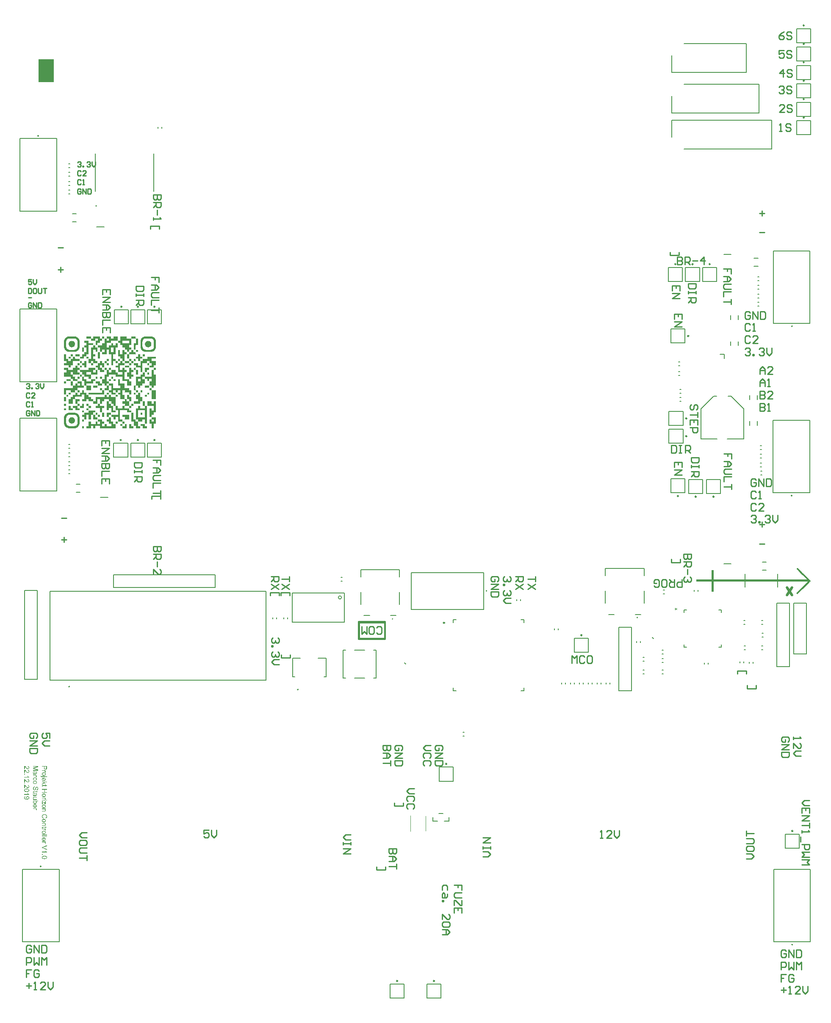
<source format=gbr>
%TF.GenerationSoftware,Altium Limited,Altium NEXUS,2.1.5 (53)*%
G04 Layer_Color=65535*
%FSLAX44Y44*%
%MOMM*%
%TF.FileFunction,Legend,Top*%
%TF.Part,Single*%
G01*
G75*
%TA.AperFunction,NonConductor*%
%ADD74C,0.2000*%
%ADD75C,0.2500*%
%ADD76C,0.1524*%
%ADD77C,0.2400*%
%ADD78C,0.1600*%
%ADD79C,0.2540*%
%ADD80C,0.1270*%
%ADD81C,0.1000*%
%ADD82C,0.5000*%
%ADD83C,0.0762*%
%ADD84R,3.0480X4.5720*%
G36*
X238531Y1368936D02*
X238197D01*
Y1368602D01*
Y1368268D01*
Y1367934D01*
Y1367600D01*
Y1367266D01*
Y1366932D01*
Y1366598D01*
Y1366264D01*
Y1365930D01*
Y1365596D01*
X238531D01*
Y1365262D01*
X229847D01*
Y1365596D01*
Y1365930D01*
Y1366264D01*
Y1366598D01*
Y1366932D01*
Y1367266D01*
Y1367600D01*
Y1367934D01*
Y1368268D01*
Y1368602D01*
Y1368936D01*
Y1369270D01*
X238531D01*
Y1368936D01*
D02*
G37*
G36*
X175411D02*
Y1368602D01*
Y1368268D01*
Y1367934D01*
Y1367600D01*
Y1367266D01*
Y1366932D01*
Y1366598D01*
Y1366264D01*
Y1365930D01*
Y1365596D01*
Y1365262D01*
X171403D01*
Y1365596D01*
Y1365930D01*
Y1366264D01*
Y1366598D01*
Y1366932D01*
Y1367266D01*
Y1367600D01*
Y1367934D01*
Y1368268D01*
Y1368602D01*
Y1368936D01*
Y1369270D01*
X175411D01*
Y1368936D01*
D02*
G37*
G36*
X148693D02*
Y1368602D01*
Y1368268D01*
Y1367934D01*
Y1367600D01*
Y1367266D01*
Y1366932D01*
Y1366598D01*
Y1366264D01*
Y1365930D01*
Y1365596D01*
Y1365262D01*
X140010D01*
Y1365596D01*
Y1365930D01*
Y1366264D01*
Y1366598D01*
Y1366932D01*
Y1367266D01*
Y1367600D01*
Y1367934D01*
Y1368268D01*
Y1368602D01*
Y1368936D01*
Y1369270D01*
X148693D01*
Y1368936D01*
D02*
G37*
G36*
X202462D02*
Y1368602D01*
Y1368268D01*
Y1367934D01*
Y1367600D01*
Y1367266D01*
Y1366932D01*
Y1366598D01*
Y1366264D01*
Y1365930D01*
Y1365596D01*
Y1365262D01*
Y1364928D01*
Y1364595D01*
Y1364261D01*
Y1363927D01*
Y1363593D01*
Y1363259D01*
Y1362925D01*
Y1362591D01*
Y1362257D01*
Y1361923D01*
Y1361589D01*
Y1361255D01*
Y1360921D01*
X189103D01*
Y1360587D01*
Y1360253D01*
Y1359919D01*
Y1359585D01*
Y1359251D01*
Y1358917D01*
Y1358583D01*
Y1358249D01*
Y1357915D01*
Y1357581D01*
Y1357247D01*
Y1356913D01*
Y1356579D01*
Y1356245D01*
X180086D01*
Y1355911D01*
Y1355577D01*
Y1355243D01*
Y1354909D01*
Y1354575D01*
Y1354241D01*
Y1353907D01*
Y1353573D01*
Y1353240D01*
Y1352906D01*
Y1352572D01*
Y1352238D01*
Y1351904D01*
Y1351570D01*
Y1351236D01*
Y1350902D01*
Y1350568D01*
Y1350234D01*
Y1349900D01*
Y1349566D01*
Y1349232D01*
Y1348898D01*
Y1348564D01*
Y1348230D01*
Y1347896D01*
Y1347562D01*
Y1347228D01*
Y1346894D01*
X184762D01*
Y1347228D01*
Y1347562D01*
Y1347896D01*
Y1348230D01*
Y1348564D01*
Y1348898D01*
Y1349232D01*
Y1349566D01*
Y1349900D01*
Y1350234D01*
Y1350568D01*
Y1350902D01*
Y1351236D01*
Y1351570D01*
X189437D01*
Y1351904D01*
Y1352238D01*
Y1352572D01*
Y1352906D01*
Y1353240D01*
Y1353573D01*
Y1353907D01*
Y1354241D01*
Y1354575D01*
Y1354909D01*
Y1355243D01*
Y1355577D01*
Y1355911D01*
X193445D01*
Y1355577D01*
Y1355243D01*
Y1354909D01*
Y1354575D01*
Y1354241D01*
Y1353907D01*
Y1353573D01*
Y1353240D01*
Y1352906D01*
Y1352572D01*
Y1352238D01*
Y1351904D01*
Y1351570D01*
X198454D01*
Y1351904D01*
Y1352238D01*
Y1352572D01*
Y1352906D01*
Y1353240D01*
Y1353573D01*
Y1353907D01*
Y1354241D01*
Y1354575D01*
Y1354909D01*
Y1355243D01*
Y1355577D01*
Y1355911D01*
X202462D01*
Y1355577D01*
Y1355243D01*
Y1354909D01*
Y1354575D01*
Y1354241D01*
Y1353907D01*
Y1353573D01*
Y1353240D01*
Y1352906D01*
Y1352572D01*
Y1352238D01*
Y1351904D01*
Y1351570D01*
Y1351236D01*
Y1350902D01*
Y1350568D01*
Y1350234D01*
Y1349900D01*
Y1349566D01*
Y1349232D01*
Y1348898D01*
Y1348564D01*
Y1348230D01*
Y1347896D01*
Y1347562D01*
X198120D01*
Y1347228D01*
X197787D01*
Y1346894D01*
Y1346560D01*
Y1346226D01*
Y1345892D01*
Y1345558D01*
Y1345224D01*
Y1344890D01*
Y1344556D01*
Y1344223D01*
Y1343889D01*
Y1343555D01*
Y1343221D01*
Y1342887D01*
Y1342553D01*
Y1342219D01*
Y1341885D01*
Y1341551D01*
Y1341217D01*
Y1340883D01*
Y1340549D01*
Y1340215D01*
Y1339881D01*
Y1339547D01*
Y1339213D01*
Y1338879D01*
Y1338545D01*
Y1338211D01*
Y1337877D01*
Y1337543D01*
Y1337209D01*
Y1336875D01*
Y1336541D01*
Y1336207D01*
Y1335873D01*
Y1335539D01*
Y1335205D01*
Y1334871D01*
Y1334537D01*
Y1334203D01*
X198120D01*
Y1333869D01*
X193445D01*
Y1333535D01*
Y1333201D01*
Y1332868D01*
Y1332534D01*
Y1332200D01*
Y1331866D01*
Y1331532D01*
Y1331198D01*
Y1330864D01*
Y1330530D01*
Y1330196D01*
Y1329862D01*
Y1329528D01*
Y1329194D01*
Y1328860D01*
Y1328526D01*
Y1328192D01*
Y1327858D01*
Y1327524D01*
Y1327190D01*
Y1326856D01*
Y1326522D01*
Y1326188D01*
Y1325854D01*
Y1325520D01*
Y1325186D01*
Y1324852D01*
Y1324518D01*
X198120D01*
Y1324184D01*
X197787D01*
Y1323850D01*
Y1323517D01*
Y1323183D01*
Y1322849D01*
Y1322515D01*
Y1322181D01*
Y1321847D01*
Y1321513D01*
Y1321179D01*
Y1320845D01*
X198120D01*
Y1320511D01*
X193445D01*
Y1320177D01*
Y1319843D01*
Y1319509D01*
Y1319175D01*
Y1318841D01*
Y1318507D01*
Y1318173D01*
Y1317839D01*
Y1317505D01*
Y1317171D01*
Y1316837D01*
Y1316503D01*
Y1316169D01*
Y1315835D01*
Y1315501D01*
Y1315167D01*
Y1314833D01*
Y1314499D01*
Y1314165D01*
Y1313831D01*
Y1313497D01*
Y1313163D01*
Y1312829D01*
Y1312496D01*
Y1312162D01*
Y1311828D01*
Y1311494D01*
X189437D01*
Y1311828D01*
Y1312162D01*
Y1312496D01*
Y1312829D01*
Y1313163D01*
Y1313497D01*
Y1313831D01*
Y1314165D01*
Y1314499D01*
Y1314833D01*
Y1315167D01*
Y1315501D01*
Y1315835D01*
Y1316169D01*
Y1316503D01*
Y1316837D01*
Y1317171D01*
Y1317505D01*
Y1317839D01*
Y1318173D01*
Y1318507D01*
Y1318841D01*
Y1319175D01*
Y1319509D01*
Y1319843D01*
Y1320177D01*
Y1320511D01*
Y1320845D01*
Y1321179D01*
Y1321513D01*
Y1321847D01*
Y1322181D01*
Y1322515D01*
Y1322849D01*
Y1323183D01*
Y1323517D01*
Y1323850D01*
Y1324184D01*
Y1324518D01*
Y1324852D01*
Y1325186D01*
Y1325520D01*
Y1325854D01*
Y1326188D01*
Y1326522D01*
Y1326856D01*
Y1327190D01*
Y1327524D01*
Y1327858D01*
Y1328192D01*
Y1328526D01*
Y1328860D01*
Y1329194D01*
Y1329528D01*
Y1329862D01*
Y1330196D01*
Y1330530D01*
Y1330864D01*
Y1331198D01*
Y1331532D01*
Y1331866D01*
Y1332200D01*
Y1332534D01*
Y1332868D01*
Y1333201D01*
Y1333535D01*
Y1333869D01*
X184762D01*
Y1334203D01*
Y1334537D01*
Y1334871D01*
Y1335205D01*
Y1335539D01*
Y1335873D01*
Y1336207D01*
Y1336541D01*
Y1336875D01*
Y1337209D01*
Y1337543D01*
Y1337877D01*
Y1338211D01*
Y1338545D01*
Y1338879D01*
Y1339213D01*
Y1339547D01*
Y1339881D01*
Y1340215D01*
Y1340549D01*
Y1340883D01*
Y1341217D01*
Y1341551D01*
Y1341885D01*
Y1342219D01*
Y1342553D01*
Y1342887D01*
X180086D01*
Y1342553D01*
Y1342219D01*
Y1341885D01*
Y1341551D01*
Y1341217D01*
Y1340883D01*
Y1340549D01*
Y1340215D01*
Y1339881D01*
Y1339547D01*
Y1339213D01*
Y1338879D01*
Y1338545D01*
Y1338211D01*
Y1337877D01*
Y1337543D01*
Y1337209D01*
Y1336875D01*
Y1336541D01*
Y1336207D01*
Y1335873D01*
Y1335539D01*
Y1335205D01*
Y1334871D01*
Y1334537D01*
Y1334203D01*
Y1333869D01*
X171403D01*
Y1334203D01*
Y1334537D01*
Y1334871D01*
Y1335205D01*
Y1335539D01*
Y1335873D01*
Y1336207D01*
Y1336541D01*
Y1336875D01*
Y1337209D01*
Y1337543D01*
Y1337877D01*
X175745D01*
Y1338211D01*
X176079D01*
Y1338545D01*
Y1338879D01*
Y1339213D01*
Y1339547D01*
Y1339881D01*
Y1340215D01*
Y1340549D01*
Y1340883D01*
Y1341217D01*
Y1341551D01*
Y1341885D01*
Y1342219D01*
Y1342553D01*
X175745D01*
Y1342887D01*
X171069D01*
Y1342553D01*
Y1342219D01*
Y1341885D01*
Y1341551D01*
Y1341217D01*
Y1340883D01*
Y1340549D01*
Y1340215D01*
Y1339881D01*
Y1339547D01*
Y1339213D01*
Y1338879D01*
Y1338545D01*
X167062D01*
Y1338879D01*
Y1339213D01*
Y1339547D01*
Y1339881D01*
Y1340215D01*
Y1340549D01*
Y1340883D01*
Y1341217D01*
Y1341551D01*
Y1341885D01*
Y1342219D01*
Y1342553D01*
Y1342887D01*
Y1343221D01*
Y1343555D01*
Y1343889D01*
Y1344223D01*
Y1344556D01*
Y1344890D01*
Y1345224D01*
Y1345558D01*
Y1345892D01*
Y1346226D01*
Y1346560D01*
Y1346894D01*
Y1347228D01*
X166728D01*
Y1347562D01*
X162386D01*
Y1347896D01*
Y1348230D01*
Y1348564D01*
Y1348898D01*
Y1349232D01*
Y1349566D01*
Y1349900D01*
Y1350234D01*
Y1350568D01*
Y1350902D01*
Y1351236D01*
Y1351570D01*
X171403D01*
Y1351904D01*
Y1352238D01*
Y1352572D01*
Y1352906D01*
Y1353240D01*
Y1353573D01*
Y1353907D01*
Y1354241D01*
Y1354575D01*
Y1354909D01*
Y1355243D01*
Y1355577D01*
Y1355911D01*
X175745D01*
Y1356245D01*
X176079D01*
Y1356579D01*
Y1356913D01*
Y1357247D01*
Y1357581D01*
Y1357915D01*
Y1358249D01*
Y1358583D01*
Y1358917D01*
Y1359251D01*
Y1359585D01*
Y1359919D01*
Y1360253D01*
Y1360587D01*
Y1360921D01*
Y1361255D01*
Y1361589D01*
Y1361923D01*
Y1362257D01*
Y1362591D01*
Y1362925D01*
Y1363259D01*
Y1363593D01*
Y1363927D01*
Y1364261D01*
Y1364595D01*
X175745D01*
Y1364928D01*
X180086D01*
Y1364595D01*
Y1364261D01*
Y1363927D01*
Y1363593D01*
Y1363259D01*
Y1362925D01*
Y1362591D01*
Y1362257D01*
Y1361923D01*
Y1361589D01*
Y1361255D01*
Y1360921D01*
Y1360587D01*
X184762D01*
Y1360921D01*
Y1361255D01*
Y1361589D01*
Y1361923D01*
Y1362257D01*
Y1362591D01*
Y1362925D01*
Y1363259D01*
Y1363593D01*
Y1363927D01*
Y1364261D01*
Y1364595D01*
Y1364928D01*
Y1365262D01*
X180420D01*
Y1365596D01*
Y1365930D01*
Y1366264D01*
Y1366598D01*
Y1366932D01*
Y1367266D01*
Y1367600D01*
Y1367934D01*
Y1368268D01*
Y1368602D01*
Y1368936D01*
Y1369270D01*
X189103D01*
Y1368936D01*
Y1368602D01*
Y1368268D01*
Y1367934D01*
Y1367600D01*
Y1367266D01*
Y1366932D01*
Y1366598D01*
Y1366264D01*
Y1365930D01*
Y1365596D01*
Y1365262D01*
Y1364928D01*
X193779D01*
Y1365262D01*
Y1365596D01*
Y1365930D01*
Y1366264D01*
Y1366598D01*
Y1366932D01*
Y1367266D01*
Y1367600D01*
Y1367934D01*
Y1368268D01*
Y1368602D01*
Y1368936D01*
Y1369270D01*
X202462D01*
Y1368936D01*
D02*
G37*
G36*
X166394D02*
Y1368602D01*
Y1368268D01*
Y1367934D01*
Y1367600D01*
Y1367266D01*
Y1366932D01*
Y1366598D01*
Y1366264D01*
Y1365930D01*
Y1365596D01*
Y1365262D01*
Y1364928D01*
X171069D01*
Y1364595D01*
Y1364261D01*
Y1363927D01*
Y1363593D01*
Y1363259D01*
Y1362925D01*
Y1362591D01*
Y1362257D01*
Y1361923D01*
Y1361589D01*
Y1361255D01*
Y1360921D01*
X166394D01*
Y1360587D01*
Y1360253D01*
Y1359919D01*
Y1359585D01*
Y1359251D01*
Y1358917D01*
Y1358583D01*
Y1358249D01*
Y1357915D01*
Y1357581D01*
Y1357247D01*
Y1356913D01*
Y1356579D01*
Y1356245D01*
X162052D01*
Y1355911D01*
Y1355577D01*
Y1355243D01*
Y1354909D01*
Y1354575D01*
Y1354241D01*
Y1353907D01*
Y1353573D01*
Y1353240D01*
Y1352906D01*
Y1352572D01*
Y1352238D01*
Y1351904D01*
X158044D01*
Y1352238D01*
Y1352572D01*
Y1352906D01*
Y1353240D01*
Y1353573D01*
Y1353907D01*
Y1354241D01*
Y1354575D01*
Y1354909D01*
Y1355243D01*
Y1355577D01*
Y1355911D01*
Y1356245D01*
Y1356579D01*
Y1356913D01*
Y1357247D01*
Y1357581D01*
Y1357915D01*
Y1358249D01*
Y1358583D01*
Y1358917D01*
Y1359251D01*
Y1359585D01*
Y1359919D01*
Y1360253D01*
Y1360587D01*
X162386D01*
Y1360921D01*
Y1361255D01*
Y1361589D01*
Y1361923D01*
Y1362257D01*
Y1362591D01*
Y1362925D01*
Y1363259D01*
Y1363593D01*
Y1363927D01*
Y1364261D01*
Y1364595D01*
Y1364928D01*
Y1365262D01*
X157376D01*
Y1364928D01*
Y1364595D01*
Y1364261D01*
Y1363927D01*
Y1363593D01*
Y1363259D01*
Y1362925D01*
Y1362591D01*
Y1362257D01*
Y1361923D01*
Y1361589D01*
Y1361255D01*
X157710D01*
Y1360921D01*
X149027D01*
Y1361255D01*
Y1361589D01*
Y1361923D01*
Y1362257D01*
Y1362591D01*
Y1362925D01*
Y1363259D01*
Y1363593D01*
Y1363927D01*
Y1364261D01*
Y1364595D01*
Y1364928D01*
X153369D01*
Y1365262D01*
Y1365596D01*
Y1365930D01*
Y1366264D01*
Y1366598D01*
Y1366932D01*
Y1367266D01*
Y1367600D01*
Y1367934D01*
Y1368268D01*
Y1368602D01*
Y1368936D01*
Y1369270D01*
X166394D01*
Y1368936D01*
D02*
G37*
G36*
X242872Y1364595D02*
Y1364261D01*
Y1363927D01*
Y1363593D01*
Y1363259D01*
Y1362925D01*
Y1362591D01*
Y1362257D01*
Y1361923D01*
Y1361589D01*
Y1361255D01*
Y1360921D01*
Y1360587D01*
Y1360253D01*
Y1359919D01*
Y1359585D01*
Y1359251D01*
Y1358917D01*
Y1358583D01*
Y1358249D01*
Y1357915D01*
Y1357581D01*
Y1357247D01*
Y1356913D01*
Y1356579D01*
Y1356245D01*
Y1355911D01*
Y1355577D01*
Y1355243D01*
Y1354909D01*
Y1354575D01*
Y1354241D01*
Y1353907D01*
Y1353573D01*
Y1353240D01*
Y1352906D01*
Y1352572D01*
Y1352238D01*
Y1351904D01*
X238531D01*
Y1351570D01*
X238197D01*
Y1351236D01*
Y1350902D01*
Y1350568D01*
Y1350234D01*
Y1349900D01*
Y1349566D01*
Y1349232D01*
Y1348898D01*
Y1348564D01*
Y1348230D01*
Y1347896D01*
Y1347562D01*
Y1347228D01*
Y1346894D01*
Y1346560D01*
Y1346226D01*
Y1345892D01*
Y1345558D01*
Y1345224D01*
Y1344890D01*
Y1344556D01*
Y1344223D01*
Y1343889D01*
Y1343555D01*
Y1343221D01*
X238531D01*
Y1342887D01*
X234189D01*
Y1343221D01*
Y1343555D01*
Y1343889D01*
Y1344223D01*
Y1344556D01*
Y1344890D01*
Y1345224D01*
Y1345558D01*
Y1345892D01*
Y1346226D01*
Y1346560D01*
Y1346894D01*
Y1347228D01*
Y1347562D01*
Y1347896D01*
Y1348230D01*
Y1348564D01*
Y1348898D01*
Y1349232D01*
Y1349566D01*
Y1349900D01*
Y1350234D01*
Y1350568D01*
Y1350902D01*
Y1351236D01*
Y1351570D01*
Y1351904D01*
Y1352238D01*
Y1352572D01*
Y1352906D01*
Y1353240D01*
Y1353573D01*
Y1353907D01*
Y1354241D01*
Y1354575D01*
Y1354909D01*
Y1355243D01*
Y1355577D01*
Y1355911D01*
X238864D01*
Y1356245D01*
Y1356579D01*
Y1356913D01*
Y1357247D01*
Y1357581D01*
Y1357915D01*
Y1358249D01*
Y1358583D01*
Y1358917D01*
Y1359251D01*
Y1359585D01*
Y1359919D01*
Y1360253D01*
Y1360587D01*
Y1360921D01*
Y1361255D01*
Y1361589D01*
Y1361923D01*
Y1362257D01*
Y1362591D01*
Y1362925D01*
Y1363259D01*
Y1363593D01*
Y1363927D01*
Y1364261D01*
Y1364595D01*
Y1364928D01*
X242872D01*
Y1364595D01*
D02*
G37*
G36*
X270925Y1368936D02*
X271927D01*
Y1368602D01*
X272595D01*
Y1368268D01*
X273263D01*
Y1367934D01*
X273931D01*
Y1367600D01*
X274599D01*
Y1367266D01*
X274933D01*
Y1366932D01*
X275267D01*
Y1366598D01*
X275601D01*
Y1366264D01*
X275935D01*
Y1365930D01*
X276269D01*
Y1365596D01*
X276603D01*
Y1365262D01*
X276937D01*
Y1364928D01*
Y1364595D01*
X277271D01*
Y1364261D01*
X277605D01*
Y1363927D01*
Y1363593D01*
X277939D01*
Y1363259D01*
Y1362925D01*
Y1362591D01*
X278273D01*
Y1362257D01*
Y1361923D01*
Y1361589D01*
X278607D01*
Y1361255D01*
Y1360921D01*
Y1360587D01*
Y1360253D01*
Y1359919D01*
Y1359585D01*
Y1359251D01*
Y1358917D01*
Y1358583D01*
Y1358249D01*
Y1357915D01*
Y1357581D01*
Y1357247D01*
Y1356913D01*
Y1356579D01*
Y1356245D01*
Y1355911D01*
Y1355577D01*
Y1355243D01*
Y1354909D01*
Y1354575D01*
Y1354241D01*
Y1353907D01*
Y1353573D01*
Y1353240D01*
Y1352906D01*
Y1352572D01*
Y1352238D01*
Y1351904D01*
Y1351570D01*
Y1351236D01*
Y1350902D01*
Y1350568D01*
Y1350234D01*
Y1349900D01*
Y1349566D01*
Y1349232D01*
Y1348898D01*
Y1348564D01*
Y1348230D01*
Y1347896D01*
Y1347562D01*
Y1347228D01*
Y1346894D01*
Y1346560D01*
Y1346226D01*
X278273D01*
Y1345892D01*
Y1345558D01*
Y1345224D01*
X277939D01*
Y1344890D01*
Y1344556D01*
X277605D01*
Y1344223D01*
Y1343889D01*
X277271D01*
Y1343555D01*
Y1343221D01*
X276937D01*
Y1342887D01*
Y1342553D01*
X276603D01*
Y1342219D01*
X276269D01*
Y1341885D01*
X275935D01*
Y1341551D01*
X275601D01*
Y1341217D01*
X275267D01*
Y1340883D01*
X274933D01*
Y1340549D01*
X274265D01*
Y1340215D01*
X273931D01*
Y1339881D01*
X273263D01*
Y1339547D01*
X272595D01*
Y1339213D01*
X271927D01*
Y1338879D01*
X270591D01*
Y1338545D01*
X255897D01*
Y1338879D01*
X254561D01*
Y1339213D01*
X253893D01*
Y1339547D01*
X253225D01*
Y1339881D01*
X252557D01*
Y1340215D01*
X252223D01*
Y1340549D01*
X251555D01*
Y1340883D01*
X251221D01*
Y1341217D01*
X250887D01*
Y1341551D01*
X250553D01*
Y1341885D01*
X250219D01*
Y1342219D01*
X249885D01*
Y1342553D01*
Y1342887D01*
X249552D01*
Y1343221D01*
X249217D01*
Y1343555D01*
Y1343889D01*
X248883D01*
Y1344223D01*
Y1344556D01*
X248550D01*
Y1344890D01*
Y1345224D01*
X248216D01*
Y1345558D01*
Y1345892D01*
Y1346226D01*
Y1346560D01*
X247882D01*
Y1346894D01*
Y1347228D01*
Y1347562D01*
Y1347896D01*
Y1348230D01*
Y1348564D01*
Y1348898D01*
Y1349232D01*
Y1349566D01*
Y1349900D01*
Y1350234D01*
Y1350568D01*
Y1350902D01*
Y1351236D01*
Y1351570D01*
Y1351904D01*
Y1352238D01*
Y1352572D01*
Y1352906D01*
Y1353240D01*
Y1353573D01*
Y1353907D01*
Y1354241D01*
Y1354575D01*
Y1354909D01*
Y1355243D01*
Y1355577D01*
Y1355911D01*
Y1356245D01*
Y1356579D01*
Y1356913D01*
Y1357247D01*
Y1357581D01*
Y1357915D01*
Y1358249D01*
Y1358583D01*
Y1358917D01*
Y1359251D01*
Y1359585D01*
Y1359919D01*
Y1360253D01*
Y1360587D01*
Y1360921D01*
Y1361255D01*
X248216D01*
Y1361589D01*
Y1361923D01*
Y1362257D01*
Y1362591D01*
X248550D01*
Y1362925D01*
Y1363259D01*
X248883D01*
Y1363593D01*
Y1363927D01*
X249217D01*
Y1364261D01*
Y1364595D01*
X249552D01*
Y1364928D01*
X249885D01*
Y1365262D01*
Y1365596D01*
X250219D01*
Y1365930D01*
X250553D01*
Y1366264D01*
X250887D01*
Y1366598D01*
X251221D01*
Y1366932D01*
X251555D01*
Y1367266D01*
X252223D01*
Y1367600D01*
X252557D01*
Y1367934D01*
X253225D01*
Y1368268D01*
X253893D01*
Y1368602D01*
X254561D01*
Y1368936D01*
X255563D01*
Y1369270D01*
X270925D01*
Y1368936D01*
D02*
G37*
G36*
X242872Y1342219D02*
Y1341885D01*
Y1341551D01*
Y1341217D01*
Y1340883D01*
Y1340549D01*
Y1340215D01*
Y1339881D01*
Y1339547D01*
Y1339213D01*
Y1338879D01*
Y1338545D01*
X238864D01*
Y1338879D01*
Y1339213D01*
Y1339547D01*
Y1339881D01*
Y1340215D01*
Y1340549D01*
Y1340883D01*
Y1341217D01*
Y1341551D01*
Y1341885D01*
Y1342219D01*
Y1342553D01*
X242872D01*
Y1342219D01*
D02*
G37*
G36*
X220496Y1368936D02*
Y1368602D01*
Y1368268D01*
Y1367934D01*
Y1367600D01*
Y1367266D01*
Y1366932D01*
Y1366598D01*
Y1366264D01*
Y1365930D01*
Y1365596D01*
Y1365262D01*
Y1364928D01*
X229513D01*
Y1364595D01*
Y1364261D01*
Y1363927D01*
Y1363593D01*
Y1363259D01*
Y1362925D01*
Y1362591D01*
Y1362257D01*
Y1361923D01*
Y1361589D01*
Y1361255D01*
Y1360921D01*
Y1360587D01*
Y1360253D01*
Y1359919D01*
Y1359585D01*
Y1359251D01*
Y1358917D01*
Y1358583D01*
Y1358249D01*
Y1357915D01*
Y1357581D01*
Y1357247D01*
Y1356913D01*
Y1356579D01*
Y1356245D01*
Y1355911D01*
Y1355577D01*
Y1355243D01*
Y1354909D01*
Y1354575D01*
Y1354241D01*
Y1353907D01*
Y1353573D01*
Y1353240D01*
Y1352906D01*
Y1352572D01*
Y1352238D01*
Y1351904D01*
X224838D01*
Y1351570D01*
Y1351236D01*
Y1350902D01*
Y1350568D01*
Y1350234D01*
Y1349900D01*
Y1349566D01*
Y1349232D01*
Y1348898D01*
Y1348564D01*
Y1348230D01*
Y1347896D01*
Y1347562D01*
Y1347228D01*
Y1346894D01*
X229513D01*
Y1346560D01*
Y1346226D01*
Y1345892D01*
Y1345558D01*
Y1345224D01*
Y1344890D01*
Y1344556D01*
Y1344223D01*
Y1343889D01*
Y1343555D01*
Y1343221D01*
Y1342887D01*
X224838D01*
Y1342553D01*
Y1342219D01*
Y1341885D01*
Y1341551D01*
Y1341217D01*
Y1340883D01*
Y1340549D01*
Y1340215D01*
Y1339881D01*
Y1339547D01*
Y1339213D01*
Y1338879D01*
Y1338545D01*
X220830D01*
Y1338879D01*
Y1339213D01*
Y1339547D01*
Y1339881D01*
Y1340215D01*
Y1340549D01*
Y1340883D01*
Y1341217D01*
Y1341551D01*
Y1341885D01*
Y1342219D01*
Y1342553D01*
Y1342887D01*
X216155D01*
Y1343221D01*
X216489D01*
Y1343555D01*
Y1343889D01*
Y1344223D01*
Y1344556D01*
Y1344890D01*
Y1345224D01*
Y1345558D01*
Y1345892D01*
Y1346226D01*
Y1346560D01*
Y1346894D01*
Y1347228D01*
X216155D01*
Y1347562D01*
X211813D01*
Y1347896D01*
Y1348230D01*
Y1348564D01*
Y1348898D01*
Y1349232D01*
Y1349566D01*
Y1349900D01*
Y1350234D01*
Y1350568D01*
Y1350902D01*
Y1351236D01*
Y1351570D01*
Y1351904D01*
X207472D01*
Y1352238D01*
Y1352572D01*
Y1352906D01*
Y1353240D01*
Y1353573D01*
Y1353907D01*
Y1354241D01*
Y1354575D01*
Y1354909D01*
Y1355243D01*
Y1355577D01*
Y1355911D01*
Y1356245D01*
X202796D01*
Y1356579D01*
Y1356913D01*
Y1357247D01*
Y1357581D01*
Y1357915D01*
Y1358249D01*
Y1358583D01*
Y1358917D01*
Y1359251D01*
Y1359585D01*
Y1359919D01*
Y1360253D01*
Y1360587D01*
X207472D01*
Y1360921D01*
Y1361255D01*
Y1361589D01*
Y1361923D01*
Y1362257D01*
Y1362591D01*
Y1362925D01*
Y1363259D01*
Y1363593D01*
Y1363927D01*
Y1364261D01*
Y1364595D01*
Y1364928D01*
Y1365262D01*
Y1365596D01*
Y1365930D01*
Y1366264D01*
Y1366598D01*
Y1366932D01*
Y1367266D01*
Y1367600D01*
Y1367934D01*
Y1368268D01*
Y1368602D01*
Y1368936D01*
Y1369270D01*
X220496D01*
Y1368936D01*
D02*
G37*
G36*
X157710Y1351236D02*
X157376D01*
Y1350902D01*
Y1350568D01*
Y1350234D01*
Y1349900D01*
Y1349566D01*
Y1349232D01*
Y1348898D01*
Y1348564D01*
Y1348230D01*
Y1347896D01*
Y1347562D01*
Y1347228D01*
X157710D01*
Y1346894D01*
X162052D01*
Y1346560D01*
Y1346226D01*
Y1345892D01*
Y1345558D01*
Y1345224D01*
Y1344890D01*
Y1344556D01*
Y1344223D01*
Y1343889D01*
Y1343555D01*
Y1343221D01*
Y1342887D01*
Y1342553D01*
Y1342219D01*
Y1341885D01*
Y1341551D01*
Y1341217D01*
Y1340883D01*
Y1340549D01*
Y1340215D01*
Y1339881D01*
Y1339547D01*
Y1339213D01*
Y1338879D01*
Y1338545D01*
X158044D01*
Y1338879D01*
Y1339213D01*
Y1339547D01*
Y1339881D01*
Y1340215D01*
Y1340549D01*
Y1340883D01*
Y1341217D01*
Y1341551D01*
Y1341885D01*
Y1342219D01*
Y1342553D01*
Y1342887D01*
X153035D01*
Y1342553D01*
Y1342219D01*
Y1341885D01*
Y1341551D01*
Y1341217D01*
Y1340883D01*
Y1340549D01*
Y1340215D01*
Y1339881D01*
Y1339547D01*
Y1339213D01*
Y1338879D01*
Y1338545D01*
Y1338211D01*
Y1337877D01*
Y1337543D01*
Y1337209D01*
Y1336875D01*
Y1336541D01*
Y1336207D01*
Y1335873D01*
Y1335539D01*
Y1335205D01*
Y1334871D01*
Y1334537D01*
Y1334203D01*
Y1333869D01*
Y1333535D01*
X157710D01*
Y1333201D01*
X157376D01*
Y1332868D01*
Y1332534D01*
Y1332200D01*
Y1331866D01*
Y1331532D01*
Y1331198D01*
Y1330864D01*
Y1330530D01*
Y1330196D01*
Y1329862D01*
X157710D01*
Y1329528D01*
X153035D01*
Y1329194D01*
Y1328860D01*
Y1328526D01*
Y1328192D01*
Y1327858D01*
Y1327524D01*
Y1327190D01*
Y1326856D01*
Y1326522D01*
Y1326188D01*
Y1325854D01*
Y1325520D01*
Y1325186D01*
Y1324852D01*
Y1324518D01*
X157710D01*
Y1324184D01*
X157376D01*
Y1323850D01*
Y1323517D01*
Y1323183D01*
Y1322849D01*
Y1322515D01*
Y1322181D01*
Y1321847D01*
Y1321513D01*
Y1321179D01*
Y1320845D01*
Y1320511D01*
Y1320177D01*
X162052D01*
Y1319843D01*
Y1319509D01*
Y1319175D01*
Y1318841D01*
Y1318507D01*
Y1318173D01*
Y1317839D01*
Y1317505D01*
Y1317171D01*
Y1316837D01*
Y1316503D01*
Y1316169D01*
Y1315835D01*
X153369D01*
Y1316169D01*
Y1316503D01*
Y1316837D01*
Y1317171D01*
Y1317505D01*
Y1317839D01*
Y1318173D01*
Y1318507D01*
Y1318841D01*
Y1319175D01*
Y1319509D01*
Y1319843D01*
Y1320177D01*
Y1320511D01*
X148693D01*
Y1320177D01*
Y1319843D01*
Y1319509D01*
Y1319175D01*
Y1318841D01*
Y1318507D01*
Y1318173D01*
Y1317839D01*
Y1317505D01*
Y1317171D01*
Y1316837D01*
Y1316503D01*
Y1316169D01*
Y1315835D01*
X144352D01*
Y1316169D01*
Y1316503D01*
Y1316837D01*
Y1317171D01*
Y1317505D01*
Y1317839D01*
Y1318173D01*
Y1318507D01*
Y1318841D01*
Y1319175D01*
Y1319509D01*
Y1319843D01*
Y1320177D01*
Y1320511D01*
Y1320845D01*
Y1321179D01*
Y1321513D01*
Y1321847D01*
Y1322181D01*
Y1322515D01*
Y1322849D01*
Y1323183D01*
Y1323517D01*
Y1323850D01*
Y1324184D01*
Y1324518D01*
X149027D01*
Y1324852D01*
Y1325186D01*
Y1325520D01*
Y1325854D01*
Y1326188D01*
Y1326522D01*
Y1326856D01*
Y1327190D01*
Y1327524D01*
Y1327858D01*
Y1328192D01*
Y1328526D01*
Y1328860D01*
Y1329194D01*
Y1329528D01*
Y1329862D01*
Y1330196D01*
Y1330530D01*
Y1330864D01*
Y1331198D01*
Y1331532D01*
Y1331866D01*
Y1332200D01*
Y1332534D01*
Y1332868D01*
Y1333201D01*
Y1333535D01*
Y1333869D01*
Y1334203D01*
Y1334537D01*
Y1334871D01*
Y1335205D01*
Y1335539D01*
Y1335873D01*
Y1336207D01*
Y1336541D01*
Y1336875D01*
Y1337209D01*
Y1337543D01*
Y1337877D01*
Y1338211D01*
Y1338545D01*
Y1338879D01*
Y1339213D01*
Y1339547D01*
Y1339881D01*
Y1340215D01*
Y1340549D01*
Y1340883D01*
Y1341217D01*
Y1341551D01*
Y1341885D01*
Y1342219D01*
Y1342553D01*
Y1342887D01*
Y1343221D01*
Y1343555D01*
Y1343889D01*
Y1344223D01*
Y1344556D01*
Y1344890D01*
Y1345224D01*
Y1345558D01*
Y1345892D01*
Y1346226D01*
Y1346560D01*
Y1346894D01*
X153369D01*
Y1347228D01*
Y1347562D01*
Y1347896D01*
Y1348230D01*
Y1348564D01*
Y1348898D01*
Y1349232D01*
Y1349566D01*
Y1349900D01*
Y1350234D01*
Y1350568D01*
Y1350902D01*
Y1351236D01*
Y1351570D01*
X157710D01*
Y1351236D01*
D02*
G37*
G36*
X135001Y1346560D02*
Y1346226D01*
Y1345892D01*
Y1345558D01*
Y1345224D01*
Y1344890D01*
Y1344556D01*
Y1344223D01*
Y1343889D01*
Y1343555D01*
Y1343221D01*
Y1342887D01*
Y1342553D01*
Y1342219D01*
Y1341885D01*
Y1341551D01*
Y1341217D01*
Y1340883D01*
Y1340549D01*
Y1340215D01*
Y1339881D01*
Y1339547D01*
Y1339213D01*
Y1338879D01*
Y1338545D01*
X130993D01*
Y1338879D01*
Y1339213D01*
Y1339547D01*
Y1339881D01*
Y1340215D01*
Y1340549D01*
Y1340883D01*
Y1341217D01*
Y1341551D01*
Y1341885D01*
Y1342219D01*
Y1342553D01*
Y1342887D01*
Y1343221D01*
Y1343555D01*
Y1343889D01*
Y1344223D01*
Y1344556D01*
Y1344890D01*
Y1345224D01*
Y1345558D01*
Y1345892D01*
Y1346226D01*
Y1346560D01*
Y1346894D01*
X135001D01*
Y1346560D01*
D02*
G37*
G36*
X118302Y1368936D02*
X119304D01*
Y1368602D01*
X119972D01*
Y1368268D01*
X120640D01*
Y1367934D01*
X121308D01*
Y1367600D01*
X121642D01*
Y1367266D01*
X122310D01*
Y1366932D01*
X122644D01*
Y1366598D01*
X122978D01*
Y1366264D01*
X123312D01*
Y1365930D01*
X123646D01*
Y1365596D01*
X123980D01*
Y1365262D01*
Y1364928D01*
X124314D01*
Y1364595D01*
X124648D01*
Y1364261D01*
Y1363927D01*
X124982D01*
Y1363593D01*
Y1363259D01*
X125316D01*
Y1362925D01*
Y1362591D01*
X125649D01*
Y1362257D01*
Y1361923D01*
Y1361589D01*
X125983D01*
Y1361255D01*
Y1360921D01*
Y1360587D01*
Y1360253D01*
Y1359919D01*
Y1359585D01*
Y1359251D01*
Y1358917D01*
Y1358583D01*
Y1358249D01*
Y1357915D01*
Y1357581D01*
Y1357247D01*
Y1356913D01*
Y1356579D01*
Y1356245D01*
Y1355911D01*
Y1355577D01*
Y1355243D01*
Y1354909D01*
Y1354575D01*
Y1354241D01*
Y1353907D01*
Y1353573D01*
Y1353240D01*
Y1352906D01*
Y1352572D01*
Y1352238D01*
Y1351904D01*
Y1351570D01*
Y1351236D01*
Y1350902D01*
Y1350568D01*
Y1350234D01*
Y1349900D01*
Y1349566D01*
Y1349232D01*
Y1348898D01*
Y1348564D01*
Y1348230D01*
Y1347896D01*
Y1347562D01*
Y1347228D01*
Y1346894D01*
Y1346560D01*
X125649D01*
Y1346226D01*
Y1345892D01*
Y1345558D01*
Y1345224D01*
X125316D01*
Y1344890D01*
Y1344556D01*
X124982D01*
Y1344223D01*
Y1343889D01*
X124648D01*
Y1343555D01*
Y1343221D01*
X124314D01*
Y1342887D01*
X123980D01*
Y1342553D01*
Y1342219D01*
X123646D01*
Y1341885D01*
X123312D01*
Y1341551D01*
X122978D01*
Y1341217D01*
X122644D01*
Y1340883D01*
X122310D01*
Y1340549D01*
X121642D01*
Y1340215D01*
X121308D01*
Y1339881D01*
X120640D01*
Y1339547D01*
X119972D01*
Y1339213D01*
X119304D01*
Y1338879D01*
X117968D01*
Y1338545D01*
X103274D01*
Y1338879D01*
X101938D01*
Y1339213D01*
X101270D01*
Y1339547D01*
X100602D01*
Y1339881D01*
X99934D01*
Y1340215D01*
X99600D01*
Y1340549D01*
X98932D01*
Y1340883D01*
X98598D01*
Y1341217D01*
X98264D01*
Y1341551D01*
X97930D01*
Y1341885D01*
X97596D01*
Y1342219D01*
X97262D01*
Y1342553D01*
X96928D01*
Y1342887D01*
Y1343221D01*
X96594D01*
Y1343555D01*
Y1343889D01*
X96260D01*
Y1344223D01*
Y1344556D01*
X95926D01*
Y1344890D01*
Y1345224D01*
X95592D01*
Y1345558D01*
Y1345892D01*
Y1346226D01*
X95259D01*
Y1346560D01*
Y1346894D01*
Y1347228D01*
Y1347562D01*
Y1347896D01*
Y1348230D01*
Y1348564D01*
Y1348898D01*
Y1349232D01*
Y1349566D01*
Y1349900D01*
Y1350234D01*
Y1350568D01*
Y1350902D01*
Y1351236D01*
Y1351570D01*
Y1351904D01*
Y1352238D01*
Y1352572D01*
Y1352906D01*
Y1353240D01*
Y1353573D01*
Y1353907D01*
Y1354241D01*
Y1354575D01*
Y1354909D01*
Y1355243D01*
Y1355577D01*
Y1355911D01*
Y1356245D01*
Y1356579D01*
Y1356913D01*
Y1357247D01*
Y1357581D01*
Y1357915D01*
Y1358249D01*
Y1358583D01*
Y1358917D01*
Y1359251D01*
Y1359585D01*
Y1359919D01*
Y1360253D01*
Y1360587D01*
Y1360921D01*
Y1361255D01*
Y1361589D01*
X95592D01*
Y1361923D01*
Y1362257D01*
Y1362591D01*
X95926D01*
Y1362925D01*
Y1363259D01*
Y1363593D01*
X96260D01*
Y1363927D01*
Y1364261D01*
X96594D01*
Y1364595D01*
X96928D01*
Y1364928D01*
Y1365262D01*
X97262D01*
Y1365596D01*
X97596D01*
Y1365930D01*
X97930D01*
Y1366264D01*
X98264D01*
Y1366598D01*
X98598D01*
Y1366932D01*
X98932D01*
Y1367266D01*
X99266D01*
Y1367600D01*
X99934D01*
Y1367934D01*
X100602D01*
Y1368268D01*
X101270D01*
Y1368602D01*
X101938D01*
Y1368936D01*
X102940D01*
Y1369270D01*
X118302D01*
Y1368936D01*
D02*
G37*
G36*
X233855Y1342219D02*
Y1341885D01*
Y1341551D01*
Y1341217D01*
Y1340883D01*
Y1340549D01*
Y1340215D01*
Y1339881D01*
Y1339547D01*
Y1339213D01*
Y1338879D01*
Y1338545D01*
Y1338211D01*
Y1337877D01*
X238531D01*
Y1337543D01*
X238197D01*
Y1337209D01*
Y1336875D01*
Y1336541D01*
Y1336207D01*
Y1335873D01*
Y1335539D01*
Y1335205D01*
Y1334871D01*
Y1334537D01*
Y1334203D01*
X238531D01*
Y1333869D01*
X225172D01*
Y1334203D01*
Y1334537D01*
Y1334871D01*
Y1335205D01*
Y1335539D01*
Y1335873D01*
Y1336207D01*
Y1336541D01*
Y1336875D01*
Y1337209D01*
Y1337543D01*
Y1337877D01*
X229847D01*
Y1338211D01*
Y1338545D01*
Y1338879D01*
Y1339213D01*
Y1339547D01*
Y1339881D01*
Y1340215D01*
Y1340549D01*
Y1340883D01*
Y1341217D01*
Y1341551D01*
Y1341885D01*
Y1342219D01*
Y1342553D01*
X233855D01*
Y1342219D01*
D02*
G37*
G36*
X215821D02*
Y1341885D01*
Y1341551D01*
Y1341217D01*
Y1340883D01*
Y1340549D01*
Y1340215D01*
Y1339881D01*
Y1339547D01*
Y1339213D01*
Y1338879D01*
Y1338545D01*
Y1338211D01*
Y1337877D01*
X220496D01*
Y1337543D01*
Y1337209D01*
Y1336875D01*
Y1336541D01*
Y1336207D01*
Y1335873D01*
Y1335539D01*
Y1335205D01*
Y1334871D01*
Y1334537D01*
Y1334203D01*
Y1333869D01*
X215821D01*
Y1333535D01*
Y1333201D01*
Y1332868D01*
Y1332534D01*
Y1332200D01*
Y1331866D01*
Y1331532D01*
Y1331198D01*
Y1330864D01*
Y1330530D01*
Y1330196D01*
Y1329862D01*
Y1329528D01*
Y1329194D01*
Y1328860D01*
Y1328526D01*
Y1328192D01*
Y1327858D01*
Y1327524D01*
Y1327190D01*
Y1326856D01*
Y1326522D01*
Y1326188D01*
Y1325854D01*
Y1325520D01*
Y1325186D01*
Y1324852D01*
Y1324518D01*
Y1324184D01*
Y1323850D01*
Y1323517D01*
Y1323183D01*
Y1322849D01*
Y1322515D01*
Y1322181D01*
Y1321847D01*
Y1321513D01*
Y1321179D01*
Y1320845D01*
Y1320511D01*
X211813D01*
Y1320845D01*
Y1321179D01*
Y1321513D01*
Y1321847D01*
Y1322181D01*
Y1322515D01*
Y1322849D01*
Y1323183D01*
Y1323517D01*
Y1323850D01*
Y1324184D01*
Y1324518D01*
Y1324852D01*
X207472D01*
Y1325186D01*
Y1325520D01*
Y1325854D01*
Y1326188D01*
Y1326522D01*
Y1326856D01*
Y1327190D01*
Y1327524D01*
Y1327858D01*
Y1328192D01*
Y1328526D01*
Y1328860D01*
Y1329194D01*
Y1329528D01*
X202796D01*
Y1329862D01*
Y1330196D01*
Y1330530D01*
Y1330864D01*
Y1331198D01*
Y1331532D01*
Y1331866D01*
Y1332200D01*
Y1332534D01*
Y1332868D01*
Y1333201D01*
Y1333535D01*
Y1333869D01*
Y1334203D01*
Y1334537D01*
Y1334871D01*
Y1335205D01*
Y1335539D01*
Y1335873D01*
Y1336207D01*
Y1336541D01*
Y1336875D01*
Y1337209D01*
Y1337543D01*
Y1337877D01*
Y1338211D01*
Y1338545D01*
Y1338879D01*
Y1339213D01*
Y1339547D01*
Y1339881D01*
Y1340215D01*
Y1340549D01*
Y1340883D01*
Y1341217D01*
Y1341551D01*
Y1341885D01*
Y1342219D01*
Y1342553D01*
X207138D01*
Y1342219D01*
X206804D01*
Y1341885D01*
Y1341551D01*
Y1341217D01*
Y1340883D01*
Y1340549D01*
Y1340215D01*
Y1339881D01*
Y1339547D01*
Y1339213D01*
Y1338879D01*
Y1338545D01*
Y1338211D01*
Y1337877D01*
Y1337543D01*
Y1337209D01*
Y1336875D01*
Y1336541D01*
Y1336207D01*
Y1335873D01*
Y1335539D01*
Y1335205D01*
Y1334871D01*
Y1334537D01*
Y1334203D01*
Y1333869D01*
Y1333535D01*
X211813D01*
Y1333869D01*
Y1334203D01*
Y1334537D01*
Y1334871D01*
Y1335205D01*
Y1335539D01*
Y1335873D01*
Y1336207D01*
Y1336541D01*
Y1336875D01*
Y1337209D01*
Y1337543D01*
Y1337877D01*
Y1338211D01*
Y1338545D01*
Y1338879D01*
Y1339213D01*
Y1339547D01*
Y1339881D01*
Y1340215D01*
Y1340549D01*
Y1340883D01*
Y1341217D01*
Y1341551D01*
Y1341885D01*
Y1342219D01*
Y1342553D01*
X215821D01*
Y1342219D01*
D02*
G37*
G36*
X256231Y1333201D02*
Y1332868D01*
Y1332534D01*
Y1332200D01*
Y1331866D01*
Y1331532D01*
Y1331198D01*
Y1330864D01*
Y1330530D01*
Y1330196D01*
Y1329862D01*
Y1329528D01*
X252223D01*
Y1329862D01*
Y1330196D01*
Y1330530D01*
Y1330864D01*
Y1331198D01*
Y1331532D01*
Y1331866D01*
Y1332200D01*
Y1332534D01*
Y1332868D01*
Y1333201D01*
Y1333535D01*
X256231D01*
Y1333201D01*
D02*
G37*
G36*
X126318D02*
X125983D01*
Y1332868D01*
Y1332534D01*
Y1332200D01*
Y1331866D01*
Y1331532D01*
Y1331198D01*
Y1330864D01*
Y1330530D01*
Y1330196D01*
Y1329862D01*
Y1329528D01*
X117634D01*
Y1329862D01*
Y1330196D01*
Y1330530D01*
Y1330864D01*
Y1331198D01*
Y1331532D01*
Y1331866D01*
Y1332200D01*
Y1332534D01*
Y1332868D01*
Y1333201D01*
Y1333535D01*
X126318D01*
Y1333201D01*
D02*
G37*
G36*
X112625D02*
Y1332868D01*
Y1332534D01*
Y1332200D01*
Y1331866D01*
Y1331532D01*
Y1331198D01*
Y1330864D01*
Y1330530D01*
Y1330196D01*
Y1329862D01*
Y1329528D01*
X108617D01*
Y1329862D01*
Y1330196D01*
Y1330530D01*
Y1330864D01*
Y1331198D01*
Y1331532D01*
Y1331866D01*
Y1332200D01*
Y1332534D01*
Y1332868D01*
Y1333201D01*
Y1333535D01*
X112625D01*
Y1333201D01*
D02*
G37*
G36*
X224838D02*
Y1332868D01*
Y1332534D01*
Y1332200D01*
Y1331866D01*
Y1331532D01*
Y1331198D01*
Y1330864D01*
Y1330530D01*
Y1330196D01*
Y1329862D01*
Y1329528D01*
Y1329194D01*
Y1328860D01*
Y1328526D01*
Y1328192D01*
Y1327858D01*
Y1327524D01*
Y1327190D01*
Y1326856D01*
Y1326522D01*
Y1326188D01*
Y1325854D01*
Y1325520D01*
Y1325186D01*
Y1324852D01*
X220830D01*
Y1325186D01*
Y1325520D01*
Y1325854D01*
Y1326188D01*
Y1326522D01*
Y1326856D01*
Y1327190D01*
Y1327524D01*
Y1327858D01*
Y1328192D01*
Y1328526D01*
Y1328860D01*
Y1329194D01*
Y1329528D01*
Y1329862D01*
Y1330196D01*
Y1330530D01*
Y1330864D01*
Y1331198D01*
Y1331532D01*
Y1331866D01*
Y1332200D01*
Y1332534D01*
Y1332868D01*
Y1333201D01*
Y1333535D01*
X224838D01*
Y1333201D01*
D02*
G37*
G36*
X166394Y1337543D02*
Y1337209D01*
Y1336875D01*
Y1336541D01*
Y1336207D01*
Y1335873D01*
Y1335539D01*
Y1335205D01*
Y1334871D01*
Y1334537D01*
Y1334203D01*
Y1333869D01*
Y1333535D01*
Y1333201D01*
Y1332868D01*
Y1332534D01*
Y1332200D01*
Y1331866D01*
Y1331532D01*
Y1331198D01*
Y1330864D01*
Y1330530D01*
Y1330196D01*
Y1329862D01*
Y1329528D01*
Y1329194D01*
Y1328860D01*
Y1328526D01*
Y1328192D01*
Y1327858D01*
Y1327524D01*
Y1327190D01*
Y1326856D01*
Y1326522D01*
Y1326188D01*
Y1325854D01*
Y1325520D01*
Y1325186D01*
Y1324852D01*
X162386D01*
Y1325186D01*
Y1325520D01*
Y1325854D01*
Y1326188D01*
Y1326522D01*
Y1326856D01*
Y1327190D01*
Y1327524D01*
Y1327858D01*
Y1328192D01*
Y1328526D01*
Y1328860D01*
Y1329194D01*
Y1329528D01*
Y1329862D01*
Y1330196D01*
Y1330530D01*
Y1330864D01*
Y1331198D01*
Y1331532D01*
Y1331866D01*
Y1332200D01*
Y1332534D01*
Y1332868D01*
Y1333201D01*
Y1333535D01*
Y1333869D01*
Y1334203D01*
Y1334537D01*
Y1334871D01*
Y1335205D01*
Y1335539D01*
Y1335873D01*
Y1336207D01*
Y1336541D01*
Y1336875D01*
Y1337209D01*
Y1337543D01*
Y1337877D01*
X166394D01*
Y1337543D01*
D02*
G37*
G36*
X144018Y1328526D02*
Y1328192D01*
Y1327858D01*
Y1327524D01*
Y1327190D01*
Y1326856D01*
Y1326522D01*
Y1326188D01*
Y1325854D01*
Y1325520D01*
Y1325186D01*
Y1324852D01*
X140010D01*
Y1325186D01*
Y1325520D01*
Y1325854D01*
Y1326188D01*
Y1326522D01*
Y1326856D01*
Y1327190D01*
Y1327524D01*
Y1327858D01*
Y1328192D01*
Y1328526D01*
Y1328860D01*
X144018D01*
Y1328526D01*
D02*
G37*
G36*
Y1360253D02*
Y1359919D01*
Y1359585D01*
Y1359251D01*
Y1358917D01*
Y1358583D01*
Y1358249D01*
Y1357915D01*
Y1357581D01*
Y1357247D01*
Y1356913D01*
Y1356579D01*
Y1356245D01*
Y1355911D01*
X153035D01*
Y1355577D01*
Y1355243D01*
Y1354909D01*
Y1354575D01*
Y1354241D01*
Y1353907D01*
Y1353573D01*
Y1353240D01*
Y1352906D01*
Y1352572D01*
Y1352238D01*
Y1351904D01*
X144018D01*
Y1351570D01*
Y1351236D01*
Y1350902D01*
Y1350568D01*
Y1350234D01*
Y1349900D01*
Y1349566D01*
Y1349232D01*
Y1348898D01*
Y1348564D01*
Y1348230D01*
Y1347896D01*
Y1347562D01*
Y1347228D01*
Y1346894D01*
Y1346560D01*
Y1346226D01*
Y1345892D01*
Y1345558D01*
Y1345224D01*
Y1344890D01*
Y1344556D01*
Y1344223D01*
Y1343889D01*
Y1343555D01*
Y1343221D01*
Y1342887D01*
Y1342553D01*
Y1342219D01*
Y1341885D01*
Y1341551D01*
Y1341217D01*
Y1340883D01*
Y1340549D01*
Y1340215D01*
Y1339881D01*
Y1339547D01*
Y1339213D01*
Y1338879D01*
Y1338545D01*
Y1338211D01*
Y1337877D01*
Y1337543D01*
Y1337209D01*
Y1336875D01*
Y1336541D01*
Y1336207D01*
Y1335873D01*
Y1335539D01*
Y1335205D01*
Y1334871D01*
Y1334537D01*
Y1334203D01*
Y1333869D01*
X139676D01*
Y1333535D01*
Y1333201D01*
Y1332868D01*
Y1332534D01*
Y1332200D01*
Y1331866D01*
Y1331532D01*
Y1331198D01*
Y1330864D01*
Y1330530D01*
Y1330196D01*
Y1329862D01*
Y1329528D01*
X135001D01*
Y1329194D01*
Y1328860D01*
Y1328526D01*
Y1328192D01*
Y1327858D01*
Y1327524D01*
Y1327190D01*
Y1326856D01*
Y1326522D01*
Y1326188D01*
Y1325854D01*
Y1325520D01*
Y1325186D01*
Y1324852D01*
X126651D01*
Y1325186D01*
Y1325520D01*
Y1325854D01*
Y1326188D01*
Y1326522D01*
Y1326856D01*
Y1327190D01*
Y1327524D01*
Y1327858D01*
Y1328192D01*
Y1328526D01*
Y1328860D01*
X130993D01*
Y1329194D01*
Y1329528D01*
Y1329862D01*
Y1330196D01*
Y1330530D01*
Y1330864D01*
Y1331198D01*
Y1331532D01*
Y1331866D01*
Y1332200D01*
Y1332534D01*
Y1332868D01*
Y1333201D01*
Y1333535D01*
X135335D01*
Y1333869D01*
X135668D01*
Y1334203D01*
Y1334537D01*
Y1334871D01*
Y1335205D01*
Y1335539D01*
Y1335873D01*
Y1336207D01*
Y1336541D01*
Y1336875D01*
Y1337209D01*
Y1337543D01*
X135335D01*
Y1337877D01*
X140010D01*
Y1338211D01*
Y1338545D01*
Y1338879D01*
Y1339213D01*
Y1339547D01*
Y1339881D01*
Y1340215D01*
Y1340549D01*
Y1340883D01*
Y1341217D01*
Y1341551D01*
Y1341885D01*
Y1342219D01*
Y1342553D01*
Y1342887D01*
Y1343221D01*
Y1343555D01*
Y1343889D01*
Y1344223D01*
Y1344556D01*
Y1344890D01*
Y1345224D01*
Y1345558D01*
Y1345892D01*
Y1346226D01*
Y1346560D01*
Y1346894D01*
Y1347228D01*
X139676D01*
Y1347562D01*
X135335D01*
Y1347896D01*
X135668D01*
Y1348230D01*
Y1348564D01*
Y1348898D01*
Y1349232D01*
Y1349566D01*
Y1349900D01*
Y1350234D01*
Y1350568D01*
Y1350902D01*
Y1351236D01*
X135335D01*
Y1351570D01*
X140010D01*
Y1351904D01*
Y1352238D01*
Y1352572D01*
Y1352906D01*
Y1353240D01*
Y1353573D01*
Y1353907D01*
Y1354241D01*
Y1354575D01*
Y1354909D01*
Y1355243D01*
Y1355577D01*
Y1355911D01*
Y1356245D01*
X135335D01*
Y1356579D01*
Y1356913D01*
X135668D01*
Y1357247D01*
Y1357581D01*
Y1357915D01*
Y1358249D01*
Y1358583D01*
Y1358917D01*
Y1359251D01*
Y1359585D01*
Y1359919D01*
X135335D01*
Y1360253D01*
Y1360587D01*
X144018D01*
Y1360253D01*
D02*
G37*
G36*
X108283Y1328526D02*
Y1328192D01*
Y1327858D01*
Y1327524D01*
Y1327190D01*
Y1326856D01*
Y1326522D01*
Y1326188D01*
Y1325854D01*
Y1325520D01*
Y1325186D01*
Y1324852D01*
X103942D01*
Y1325186D01*
Y1325520D01*
Y1325854D01*
Y1326188D01*
Y1326522D01*
Y1326856D01*
Y1327190D01*
Y1327524D01*
Y1327858D01*
Y1328192D01*
Y1328526D01*
Y1328860D01*
X108283D01*
Y1328526D01*
D02*
G37*
G36*
X247548Y1333201D02*
X247214D01*
Y1332868D01*
Y1332534D01*
Y1332200D01*
Y1331866D01*
Y1331532D01*
Y1331198D01*
Y1330864D01*
Y1330530D01*
Y1330196D01*
Y1329862D01*
Y1329528D01*
Y1329194D01*
X247548D01*
Y1328860D01*
X251889D01*
Y1328526D01*
Y1328192D01*
Y1327858D01*
Y1327524D01*
Y1327190D01*
Y1326856D01*
Y1326522D01*
Y1326188D01*
Y1325854D01*
Y1325520D01*
Y1325186D01*
Y1324852D01*
X247214D01*
Y1324518D01*
Y1324184D01*
Y1323850D01*
Y1323517D01*
Y1323183D01*
Y1322849D01*
Y1322515D01*
Y1322181D01*
Y1321847D01*
Y1321513D01*
Y1321179D01*
Y1320845D01*
Y1320511D01*
X243206D01*
Y1320845D01*
Y1321179D01*
Y1321513D01*
Y1321847D01*
Y1322181D01*
Y1322515D01*
Y1322849D01*
Y1323183D01*
Y1323517D01*
Y1323850D01*
Y1324184D01*
Y1324518D01*
Y1324852D01*
X238864D01*
Y1325186D01*
Y1325520D01*
Y1325854D01*
Y1326188D01*
Y1326522D01*
Y1326856D01*
Y1327190D01*
Y1327524D01*
Y1327858D01*
Y1328192D01*
Y1328526D01*
Y1328860D01*
X243206D01*
Y1329194D01*
Y1329528D01*
Y1329862D01*
Y1330196D01*
Y1330530D01*
Y1330864D01*
Y1331198D01*
Y1331532D01*
Y1331866D01*
Y1332200D01*
Y1332534D01*
Y1332868D01*
Y1333201D01*
Y1333535D01*
X247548D01*
Y1333201D01*
D02*
G37*
G36*
X238531Y1324184D02*
X238197D01*
Y1323850D01*
Y1323517D01*
Y1323183D01*
Y1322849D01*
Y1322515D01*
Y1322181D01*
Y1321847D01*
Y1321513D01*
Y1321179D01*
Y1320845D01*
X238531D01*
Y1320511D01*
X234189D01*
Y1320845D01*
Y1321179D01*
Y1321513D01*
Y1321847D01*
Y1322181D01*
Y1322515D01*
Y1322849D01*
Y1323183D01*
Y1323517D01*
Y1323850D01*
Y1324184D01*
Y1324518D01*
X238531D01*
Y1324184D01*
D02*
G37*
G36*
X229513D02*
Y1323850D01*
Y1323517D01*
Y1323183D01*
Y1322849D01*
Y1322515D01*
Y1322181D01*
Y1321847D01*
Y1321513D01*
Y1321179D01*
Y1320845D01*
Y1320511D01*
X225172D01*
Y1320845D01*
Y1321179D01*
Y1321513D01*
Y1321847D01*
Y1322181D01*
Y1322515D01*
Y1322849D01*
Y1323183D01*
Y1323517D01*
Y1323850D01*
Y1324184D01*
Y1324518D01*
X229513D01*
Y1324184D01*
D02*
G37*
G36*
X206804D02*
Y1323850D01*
Y1323517D01*
Y1323183D01*
Y1322849D01*
Y1322515D01*
Y1322181D01*
Y1321847D01*
Y1321513D01*
Y1321179D01*
Y1320845D01*
Y1320511D01*
X202796D01*
Y1320845D01*
Y1321179D01*
Y1321513D01*
Y1321847D01*
Y1322181D01*
Y1322515D01*
Y1322849D01*
Y1323183D01*
Y1323517D01*
Y1323850D01*
Y1324184D01*
Y1324518D01*
X206804D01*
Y1324184D01*
D02*
G37*
G36*
X184428D02*
Y1323850D01*
Y1323517D01*
Y1323183D01*
Y1322849D01*
Y1322515D01*
Y1322181D01*
Y1321847D01*
Y1321513D01*
Y1321179D01*
Y1320845D01*
Y1320511D01*
X180420D01*
Y1320845D01*
Y1321179D01*
Y1321513D01*
Y1321847D01*
Y1322181D01*
Y1322515D01*
Y1322849D01*
Y1323183D01*
Y1323517D01*
Y1323850D01*
Y1324184D01*
Y1324518D01*
X184428D01*
Y1324184D01*
D02*
G37*
G36*
X233855Y1319843D02*
Y1319509D01*
Y1319175D01*
Y1318841D01*
Y1318507D01*
Y1318173D01*
Y1317839D01*
Y1317505D01*
Y1317171D01*
Y1316837D01*
Y1316503D01*
Y1316169D01*
Y1315835D01*
X229847D01*
Y1316169D01*
Y1316503D01*
Y1316837D01*
Y1317171D01*
Y1317505D01*
Y1317839D01*
Y1318173D01*
Y1318507D01*
Y1318841D01*
Y1319175D01*
Y1319509D01*
Y1319843D01*
Y1320177D01*
X233855D01*
Y1319843D01*
D02*
G37*
G36*
X224838D02*
Y1319509D01*
Y1319175D01*
Y1318841D01*
Y1318507D01*
Y1318173D01*
Y1317839D01*
Y1317505D01*
Y1317171D01*
Y1316837D01*
Y1316503D01*
Y1316169D01*
Y1315835D01*
X216155D01*
Y1316169D01*
Y1316503D01*
X216489D01*
Y1316837D01*
Y1317171D01*
Y1317505D01*
Y1317839D01*
Y1318173D01*
Y1318507D01*
Y1318841D01*
Y1319175D01*
Y1319509D01*
X216155D01*
Y1319843D01*
Y1320177D01*
X224838D01*
Y1319843D01*
D02*
G37*
G36*
X202462D02*
Y1319509D01*
Y1319175D01*
Y1318841D01*
Y1318507D01*
Y1318173D01*
Y1317839D01*
Y1317505D01*
Y1317171D01*
Y1316837D01*
Y1316503D01*
Y1316169D01*
Y1315835D01*
X198454D01*
Y1316169D01*
Y1316503D01*
Y1316837D01*
Y1317171D01*
Y1317505D01*
Y1317839D01*
Y1318173D01*
Y1318507D01*
Y1318841D01*
Y1319175D01*
Y1319509D01*
Y1319843D01*
Y1320177D01*
X202462D01*
Y1319843D01*
D02*
G37*
G36*
X180086D02*
Y1319509D01*
Y1319175D01*
Y1318841D01*
Y1318507D01*
Y1318173D01*
Y1317839D01*
Y1317505D01*
Y1317171D01*
Y1316837D01*
Y1316503D01*
Y1316169D01*
Y1315835D01*
X175745D01*
Y1316169D01*
Y1316503D01*
X176079D01*
Y1316837D01*
Y1317171D01*
Y1317505D01*
Y1317839D01*
Y1318173D01*
Y1318507D01*
Y1318841D01*
Y1319175D01*
Y1319509D01*
X175745D01*
Y1319843D01*
Y1320177D01*
X180086D01*
Y1319843D01*
D02*
G37*
G36*
X130659D02*
Y1319509D01*
Y1319175D01*
Y1318841D01*
Y1318507D01*
Y1318173D01*
Y1317839D01*
Y1317505D01*
Y1317171D01*
Y1316837D01*
Y1316503D01*
Y1316169D01*
Y1315835D01*
X126651D01*
Y1316169D01*
Y1316503D01*
Y1316837D01*
Y1317171D01*
Y1317505D01*
Y1317839D01*
Y1318173D01*
Y1318507D01*
Y1318841D01*
Y1319175D01*
Y1319509D01*
Y1319843D01*
Y1320177D01*
X130659D01*
Y1319843D01*
D02*
G37*
G36*
X265248Y1315167D02*
Y1314833D01*
Y1314499D01*
Y1314165D01*
Y1313831D01*
Y1313497D01*
Y1313163D01*
Y1312829D01*
Y1312496D01*
Y1312162D01*
Y1311828D01*
Y1311494D01*
X261240D01*
Y1311828D01*
Y1312162D01*
Y1312496D01*
Y1312829D01*
Y1313163D01*
Y1313497D01*
Y1313831D01*
Y1314165D01*
Y1314499D01*
Y1314833D01*
Y1315167D01*
Y1315501D01*
X265248D01*
Y1315167D01*
D02*
G37*
G36*
X229513D02*
Y1314833D01*
Y1314499D01*
Y1314165D01*
Y1313831D01*
Y1313497D01*
Y1313163D01*
Y1312829D01*
Y1312496D01*
Y1312162D01*
Y1311828D01*
Y1311494D01*
X225172D01*
Y1311828D01*
Y1312162D01*
Y1312496D01*
Y1312829D01*
Y1313163D01*
Y1313497D01*
Y1313831D01*
Y1314165D01*
Y1314499D01*
Y1314833D01*
Y1315167D01*
Y1315501D01*
X229513D01*
Y1315167D01*
D02*
G37*
G36*
X184428D02*
Y1314833D01*
Y1314499D01*
Y1314165D01*
Y1313831D01*
Y1313497D01*
Y1313163D01*
Y1312829D01*
Y1312496D01*
Y1312162D01*
Y1311828D01*
Y1311494D01*
X180420D01*
Y1311828D01*
Y1312162D01*
Y1312496D01*
Y1312829D01*
Y1313163D01*
Y1313497D01*
Y1313831D01*
Y1314165D01*
Y1314499D01*
Y1314833D01*
Y1315167D01*
Y1315501D01*
X184428D01*
Y1315167D01*
D02*
G37*
G36*
X153035D02*
Y1314833D01*
Y1314499D01*
Y1314165D01*
Y1313831D01*
Y1313497D01*
Y1313163D01*
Y1312829D01*
Y1312496D01*
Y1312162D01*
Y1311828D01*
Y1311494D01*
X149027D01*
Y1311828D01*
Y1312162D01*
Y1312496D01*
Y1312829D01*
Y1313163D01*
Y1313497D01*
Y1313831D01*
Y1314165D01*
Y1314499D01*
Y1314833D01*
Y1315167D01*
Y1315501D01*
X153035D01*
Y1315167D01*
D02*
G37*
G36*
X125983D02*
Y1314833D01*
Y1314499D01*
Y1314165D01*
Y1313831D01*
Y1313497D01*
Y1313163D01*
Y1312829D01*
Y1312496D01*
Y1312162D01*
Y1311828D01*
Y1311494D01*
X121976D01*
Y1311828D01*
Y1312162D01*
Y1312496D01*
Y1312829D01*
Y1313163D01*
Y1313497D01*
Y1313831D01*
Y1314165D01*
Y1314499D01*
Y1314833D01*
Y1315167D01*
Y1315501D01*
X125983D01*
Y1315167D01*
D02*
G37*
G36*
X278941Y1328526D02*
X278607D01*
Y1328192D01*
Y1327858D01*
Y1327524D01*
Y1327190D01*
Y1326856D01*
Y1326522D01*
Y1326188D01*
Y1325854D01*
Y1325520D01*
Y1325186D01*
X278941D01*
Y1324852D01*
X269923D01*
Y1324518D01*
Y1324184D01*
Y1323850D01*
Y1323517D01*
Y1323183D01*
Y1322849D01*
Y1322515D01*
Y1322181D01*
Y1321847D01*
Y1321513D01*
Y1321179D01*
Y1320845D01*
Y1320511D01*
Y1320177D01*
X278941D01*
Y1319843D01*
Y1319509D01*
X278607D01*
Y1319175D01*
Y1318841D01*
Y1318507D01*
Y1318173D01*
Y1317839D01*
Y1317505D01*
Y1317171D01*
Y1316837D01*
Y1316503D01*
Y1316169D01*
Y1315835D01*
Y1315501D01*
Y1315167D01*
Y1314833D01*
Y1314499D01*
Y1314165D01*
Y1313831D01*
Y1313497D01*
Y1313163D01*
Y1312829D01*
Y1312496D01*
Y1312162D01*
Y1311828D01*
X278941D01*
Y1311494D01*
X274265D01*
Y1311160D01*
Y1310826D01*
Y1310492D01*
Y1310158D01*
Y1309824D01*
Y1309490D01*
Y1309156D01*
Y1308822D01*
Y1308488D01*
Y1308154D01*
Y1307820D01*
Y1307486D01*
Y1307152D01*
X265582D01*
Y1307486D01*
Y1307820D01*
Y1308154D01*
Y1308488D01*
Y1308822D01*
Y1309156D01*
Y1309490D01*
Y1309824D01*
Y1310158D01*
Y1310492D01*
Y1310826D01*
Y1311160D01*
X270257D01*
Y1311494D01*
Y1311828D01*
Y1312162D01*
Y1312496D01*
Y1312829D01*
Y1313163D01*
Y1313497D01*
Y1313831D01*
Y1314165D01*
Y1314499D01*
Y1314833D01*
Y1315167D01*
Y1315501D01*
Y1315835D01*
X265582D01*
Y1316169D01*
Y1316503D01*
Y1316837D01*
Y1317171D01*
Y1317505D01*
Y1317839D01*
Y1318173D01*
Y1318507D01*
Y1318841D01*
Y1319175D01*
Y1319509D01*
Y1319843D01*
Y1320177D01*
Y1320511D01*
X260906D01*
Y1320177D01*
Y1319843D01*
Y1319509D01*
Y1319175D01*
Y1318841D01*
Y1318507D01*
Y1318173D01*
Y1317839D01*
Y1317505D01*
Y1317171D01*
Y1316837D01*
Y1316503D01*
Y1316169D01*
Y1315835D01*
X251889D01*
Y1315501D01*
Y1315167D01*
Y1314833D01*
Y1314499D01*
Y1314165D01*
Y1313831D01*
Y1313497D01*
Y1313163D01*
Y1312829D01*
Y1312496D01*
Y1312162D01*
Y1311828D01*
Y1311494D01*
Y1311160D01*
Y1310826D01*
Y1310492D01*
Y1310158D01*
Y1309824D01*
Y1309490D01*
Y1309156D01*
Y1308822D01*
Y1308488D01*
Y1308154D01*
Y1307820D01*
Y1307486D01*
Y1307152D01*
Y1306818D01*
Y1306484D01*
Y1306150D01*
Y1305816D01*
Y1305482D01*
Y1305148D01*
Y1304814D01*
Y1304480D01*
Y1304146D01*
Y1303812D01*
Y1303478D01*
Y1303145D01*
Y1302811D01*
Y1302477D01*
Y1302143D01*
Y1301809D01*
Y1301475D01*
Y1301141D01*
Y1300807D01*
Y1300473D01*
Y1300139D01*
Y1299805D01*
Y1299471D01*
Y1299137D01*
Y1298803D01*
Y1298469D01*
Y1298135D01*
X247882D01*
Y1298469D01*
Y1298803D01*
Y1299137D01*
Y1299471D01*
Y1299805D01*
Y1300139D01*
Y1300473D01*
Y1300807D01*
Y1301141D01*
Y1301475D01*
Y1301809D01*
Y1302143D01*
Y1302477D01*
Y1302811D01*
Y1303145D01*
Y1303478D01*
Y1303812D01*
Y1304146D01*
Y1304480D01*
Y1304814D01*
Y1305148D01*
Y1305482D01*
Y1305816D01*
Y1306150D01*
Y1306484D01*
Y1306818D01*
X247548D01*
Y1307152D01*
X238864D01*
Y1307486D01*
Y1307820D01*
Y1308154D01*
Y1308488D01*
Y1308822D01*
Y1309156D01*
Y1309490D01*
Y1309824D01*
Y1310158D01*
Y1310492D01*
Y1310826D01*
Y1311160D01*
Y1311494D01*
X234189D01*
Y1311828D01*
Y1312162D01*
Y1312496D01*
Y1312829D01*
Y1313163D01*
Y1313497D01*
Y1313831D01*
Y1314165D01*
Y1314499D01*
Y1314833D01*
Y1315167D01*
Y1315501D01*
X242872D01*
Y1315167D01*
Y1314833D01*
Y1314499D01*
Y1314165D01*
Y1313831D01*
Y1313497D01*
Y1313163D01*
Y1312829D01*
Y1312496D01*
Y1312162D01*
Y1311828D01*
Y1311494D01*
Y1311160D01*
X247882D01*
Y1311494D01*
Y1311828D01*
Y1312162D01*
Y1312496D01*
Y1312829D01*
Y1313163D01*
Y1313497D01*
Y1313831D01*
Y1314165D01*
Y1314499D01*
Y1314833D01*
Y1315167D01*
Y1315501D01*
Y1315835D01*
Y1316169D01*
Y1316503D01*
Y1316837D01*
Y1317171D01*
Y1317505D01*
Y1317839D01*
Y1318173D01*
Y1318507D01*
Y1318841D01*
Y1319175D01*
Y1319509D01*
Y1319843D01*
Y1320177D01*
X252223D01*
Y1320511D01*
Y1320845D01*
Y1321179D01*
Y1321513D01*
Y1321847D01*
Y1322181D01*
Y1322515D01*
Y1322849D01*
Y1323183D01*
Y1323517D01*
Y1323850D01*
Y1324184D01*
Y1324518D01*
X261240D01*
Y1324852D01*
Y1325186D01*
Y1325520D01*
Y1325854D01*
Y1326188D01*
Y1326522D01*
Y1326856D01*
Y1327190D01*
Y1327524D01*
Y1327858D01*
Y1328192D01*
Y1328526D01*
Y1328860D01*
X278941D01*
Y1328526D01*
D02*
G37*
G36*
X224838Y1310826D02*
Y1310492D01*
Y1310158D01*
Y1309824D01*
Y1309490D01*
Y1309156D01*
Y1308822D01*
Y1308488D01*
Y1308154D01*
Y1307820D01*
Y1307486D01*
Y1307152D01*
X216155D01*
Y1307486D01*
X216489D01*
Y1307820D01*
Y1308154D01*
Y1308488D01*
Y1308822D01*
Y1309156D01*
Y1309490D01*
Y1309824D01*
Y1310158D01*
Y1310492D01*
Y1310826D01*
X216155D01*
Y1311160D01*
X224838D01*
Y1310826D01*
D02*
G37*
G36*
X171069Y1319843D02*
Y1319509D01*
Y1319175D01*
Y1318841D01*
Y1318507D01*
Y1318173D01*
Y1317839D01*
Y1317505D01*
Y1317171D01*
Y1316837D01*
Y1316503D01*
Y1316169D01*
Y1315835D01*
Y1315501D01*
X175411D01*
Y1315167D01*
Y1314833D01*
Y1314499D01*
Y1314165D01*
Y1313831D01*
Y1313497D01*
Y1313163D01*
Y1312829D01*
Y1312496D01*
Y1312162D01*
Y1311828D01*
Y1311494D01*
Y1311160D01*
Y1310826D01*
Y1310492D01*
Y1310158D01*
Y1309824D01*
Y1309490D01*
Y1309156D01*
Y1308822D01*
Y1308488D01*
Y1308154D01*
Y1307820D01*
Y1307486D01*
Y1307152D01*
X171403D01*
Y1307486D01*
Y1307820D01*
Y1308154D01*
Y1308488D01*
Y1308822D01*
Y1309156D01*
Y1309490D01*
Y1309824D01*
Y1310158D01*
Y1310492D01*
Y1310826D01*
Y1311160D01*
Y1311494D01*
X166394D01*
Y1311160D01*
Y1310826D01*
Y1310492D01*
Y1310158D01*
Y1309824D01*
Y1309490D01*
Y1309156D01*
Y1308822D01*
Y1308488D01*
Y1308154D01*
Y1307820D01*
Y1307486D01*
Y1307152D01*
Y1306818D01*
Y1306484D01*
X171069D01*
Y1306150D01*
Y1305816D01*
Y1305482D01*
Y1305148D01*
Y1304814D01*
Y1304480D01*
Y1304146D01*
Y1303812D01*
Y1303478D01*
Y1303145D01*
Y1302811D01*
Y1302477D01*
Y1302143D01*
X175411D01*
Y1301809D01*
Y1301475D01*
Y1301141D01*
Y1300807D01*
Y1300473D01*
Y1300139D01*
Y1299805D01*
Y1299471D01*
Y1299137D01*
Y1298803D01*
Y1298469D01*
Y1298135D01*
X167062D01*
Y1298469D01*
Y1298803D01*
Y1299137D01*
Y1299471D01*
Y1299805D01*
Y1300139D01*
Y1300473D01*
Y1300807D01*
Y1301141D01*
Y1301475D01*
Y1301809D01*
Y1302143D01*
Y1302477D01*
X162386D01*
Y1302811D01*
Y1303145D01*
Y1303478D01*
Y1303812D01*
Y1304146D01*
Y1304480D01*
Y1304814D01*
Y1305148D01*
Y1305482D01*
Y1305816D01*
Y1306150D01*
Y1306484D01*
Y1306818D01*
Y1307152D01*
X158044D01*
Y1307486D01*
Y1307820D01*
Y1308154D01*
Y1308488D01*
Y1308822D01*
Y1309156D01*
Y1309490D01*
Y1309824D01*
Y1310158D01*
Y1310492D01*
Y1310826D01*
Y1311160D01*
X162386D01*
Y1311494D01*
Y1311828D01*
Y1312162D01*
Y1312496D01*
Y1312829D01*
Y1313163D01*
Y1313497D01*
Y1313831D01*
Y1314165D01*
Y1314499D01*
Y1314833D01*
Y1315167D01*
Y1315501D01*
X167062D01*
Y1315835D01*
Y1316169D01*
Y1316503D01*
Y1316837D01*
Y1317171D01*
Y1317505D01*
Y1317839D01*
Y1318173D01*
Y1318507D01*
Y1318841D01*
Y1319175D01*
Y1319509D01*
Y1319843D01*
Y1320177D01*
X171069D01*
Y1319843D01*
D02*
G37*
G36*
X139676D02*
Y1319509D01*
Y1319175D01*
Y1318841D01*
Y1318507D01*
Y1318173D01*
Y1317839D01*
Y1317505D01*
Y1317171D01*
Y1316837D01*
Y1316503D01*
Y1316169D01*
Y1315835D01*
Y1315501D01*
Y1315167D01*
Y1314833D01*
Y1314499D01*
Y1314165D01*
Y1313831D01*
Y1313497D01*
Y1313163D01*
Y1312829D01*
Y1312496D01*
Y1312162D01*
Y1311828D01*
Y1311494D01*
Y1311160D01*
Y1310826D01*
Y1310492D01*
Y1310158D01*
Y1309824D01*
Y1309490D01*
Y1309156D01*
Y1308822D01*
Y1308488D01*
Y1308154D01*
Y1307820D01*
Y1307486D01*
Y1307152D01*
X135335D01*
Y1307486D01*
X135668D01*
Y1307820D01*
Y1308154D01*
Y1308488D01*
Y1308822D01*
Y1309156D01*
Y1309490D01*
Y1309824D01*
Y1310158D01*
Y1310492D01*
Y1310826D01*
Y1311160D01*
X135335D01*
Y1311494D01*
X130993D01*
Y1311828D01*
Y1312162D01*
Y1312496D01*
Y1312829D01*
Y1313163D01*
Y1313497D01*
Y1313831D01*
Y1314165D01*
Y1314499D01*
Y1314833D01*
Y1315167D01*
Y1315501D01*
X135335D01*
Y1315835D01*
X135668D01*
Y1316169D01*
Y1316503D01*
Y1316837D01*
Y1317171D01*
Y1317505D01*
Y1317839D01*
Y1318173D01*
Y1318507D01*
Y1318841D01*
Y1319175D01*
Y1319509D01*
X135335D01*
Y1319843D01*
Y1320177D01*
X139676D01*
Y1319843D01*
D02*
G37*
G36*
X130659Y1310826D02*
Y1310492D01*
Y1310158D01*
Y1309824D01*
Y1309490D01*
Y1309156D01*
Y1308822D01*
Y1308488D01*
Y1308154D01*
Y1307820D01*
Y1307486D01*
Y1307152D01*
X126651D01*
Y1307486D01*
Y1307820D01*
Y1308154D01*
Y1308488D01*
Y1308822D01*
Y1309156D01*
Y1309490D01*
Y1309824D01*
Y1310158D01*
Y1310492D01*
Y1310826D01*
Y1311160D01*
X130659D01*
Y1310826D01*
D02*
G37*
G36*
X99266Y1333201D02*
Y1332868D01*
Y1332534D01*
Y1332200D01*
Y1331866D01*
Y1331532D01*
Y1331198D01*
Y1330864D01*
Y1330530D01*
Y1330196D01*
Y1329862D01*
Y1329528D01*
Y1329194D01*
Y1328860D01*
Y1328526D01*
Y1328192D01*
Y1327858D01*
Y1327524D01*
Y1327190D01*
Y1326856D01*
Y1326522D01*
Y1326188D01*
Y1325854D01*
Y1325520D01*
Y1325186D01*
Y1324852D01*
Y1324518D01*
X103608D01*
Y1324184D01*
Y1323850D01*
Y1323517D01*
Y1323183D01*
Y1322849D01*
Y1322515D01*
Y1322181D01*
Y1321847D01*
Y1321513D01*
Y1321179D01*
Y1320845D01*
Y1320511D01*
Y1320177D01*
X108617D01*
Y1320511D01*
Y1320845D01*
Y1321179D01*
Y1321513D01*
Y1321847D01*
Y1322181D01*
Y1322515D01*
Y1322849D01*
Y1323183D01*
Y1323517D01*
Y1323850D01*
Y1324184D01*
Y1324518D01*
X112959D01*
Y1324852D01*
Y1325186D01*
Y1325520D01*
Y1325854D01*
Y1326188D01*
Y1326522D01*
Y1326856D01*
Y1327190D01*
Y1327524D01*
Y1327858D01*
Y1328192D01*
Y1328526D01*
Y1328860D01*
X117300D01*
Y1328526D01*
X116966D01*
Y1328192D01*
Y1327858D01*
Y1327524D01*
Y1327190D01*
Y1326856D01*
Y1326522D01*
Y1326188D01*
Y1325854D01*
Y1325520D01*
Y1325186D01*
Y1324852D01*
X117300D01*
Y1324518D01*
X125983D01*
Y1324184D01*
Y1323850D01*
Y1323517D01*
Y1323183D01*
Y1322849D01*
Y1322515D01*
Y1322181D01*
Y1321847D01*
Y1321513D01*
Y1321179D01*
Y1320845D01*
Y1320511D01*
X112625D01*
Y1320177D01*
Y1319843D01*
Y1319509D01*
Y1319175D01*
Y1318841D01*
Y1318507D01*
Y1318173D01*
Y1317839D01*
Y1317505D01*
Y1317171D01*
Y1316837D01*
Y1316503D01*
Y1316169D01*
Y1315835D01*
Y1315501D01*
Y1315167D01*
Y1314833D01*
Y1314499D01*
Y1314165D01*
Y1313831D01*
Y1313497D01*
Y1313163D01*
Y1312829D01*
Y1312496D01*
Y1312162D01*
Y1311828D01*
Y1311494D01*
X108283D01*
Y1311160D01*
Y1310826D01*
Y1310492D01*
Y1310158D01*
Y1309824D01*
Y1309490D01*
Y1309156D01*
Y1308822D01*
Y1308488D01*
Y1308154D01*
Y1307820D01*
Y1307486D01*
Y1307152D01*
X103942D01*
Y1307486D01*
Y1307820D01*
Y1308154D01*
Y1308488D01*
Y1308822D01*
Y1309156D01*
Y1309490D01*
Y1309824D01*
Y1310158D01*
Y1310492D01*
Y1310826D01*
Y1311160D01*
Y1311494D01*
X94924D01*
Y1311828D01*
X95259D01*
Y1312162D01*
Y1312496D01*
Y1312829D01*
Y1313163D01*
Y1313497D01*
Y1313831D01*
Y1314165D01*
Y1314499D01*
Y1314833D01*
Y1315167D01*
X94924D01*
Y1315501D01*
X99600D01*
Y1315835D01*
Y1316169D01*
Y1316503D01*
Y1316837D01*
Y1317171D01*
Y1317505D01*
Y1317839D01*
Y1318173D01*
Y1318507D01*
Y1318841D01*
Y1319175D01*
Y1319509D01*
Y1319843D01*
Y1320177D01*
Y1320511D01*
X94924D01*
Y1320845D01*
X95259D01*
Y1321179D01*
Y1321513D01*
Y1321847D01*
Y1322181D01*
Y1322515D01*
Y1322849D01*
Y1323183D01*
Y1323517D01*
Y1323850D01*
Y1324184D01*
Y1324518D01*
Y1324852D01*
Y1325186D01*
Y1325520D01*
Y1325854D01*
Y1326188D01*
Y1326522D01*
Y1326856D01*
Y1327190D01*
Y1327524D01*
Y1327858D01*
Y1328192D01*
Y1328526D01*
Y1328860D01*
Y1329194D01*
Y1329528D01*
Y1329862D01*
Y1330196D01*
Y1330530D01*
Y1330864D01*
Y1331198D01*
Y1331532D01*
Y1331866D01*
Y1332200D01*
Y1332534D01*
Y1332868D01*
Y1333201D01*
X94924D01*
Y1333535D01*
X99266D01*
Y1333201D01*
D02*
G37*
G36*
X278941Y1306150D02*
X278607D01*
Y1305816D01*
Y1305482D01*
Y1305148D01*
Y1304814D01*
Y1304480D01*
Y1304146D01*
Y1303812D01*
Y1303478D01*
Y1303145D01*
Y1302811D01*
X278941D01*
Y1302477D01*
X274599D01*
Y1302811D01*
Y1303145D01*
Y1303478D01*
Y1303812D01*
Y1304146D01*
Y1304480D01*
Y1304814D01*
Y1305148D01*
Y1305482D01*
Y1305816D01*
Y1306150D01*
Y1306484D01*
X278941D01*
Y1306150D01*
D02*
G37*
G36*
X238531D02*
X238197D01*
Y1305816D01*
Y1305482D01*
Y1305148D01*
Y1304814D01*
Y1304480D01*
Y1304146D01*
Y1303812D01*
Y1303478D01*
Y1303145D01*
Y1302811D01*
X238531D01*
Y1302477D01*
X234189D01*
Y1302811D01*
Y1303145D01*
Y1303478D01*
Y1303812D01*
Y1304146D01*
Y1304480D01*
Y1304814D01*
Y1305148D01*
Y1305482D01*
Y1305816D01*
Y1306150D01*
Y1306484D01*
X238531D01*
Y1306150D01*
D02*
G37*
G36*
X189103D02*
Y1305816D01*
Y1305482D01*
Y1305148D01*
Y1304814D01*
Y1304480D01*
Y1304146D01*
Y1303812D01*
Y1303478D01*
Y1303145D01*
Y1302811D01*
Y1302477D01*
X184762D01*
Y1302811D01*
Y1303145D01*
Y1303478D01*
Y1303812D01*
Y1304146D01*
Y1304480D01*
Y1304814D01*
Y1305148D01*
Y1305482D01*
Y1305816D01*
Y1306150D01*
Y1306484D01*
X189103D01*
Y1306150D01*
D02*
G37*
G36*
X180086D02*
Y1305816D01*
Y1305482D01*
Y1305148D01*
Y1304814D01*
Y1304480D01*
Y1304146D01*
Y1303812D01*
Y1303478D01*
Y1303145D01*
Y1302811D01*
Y1302477D01*
X175745D01*
Y1302811D01*
X176079D01*
Y1303145D01*
Y1303478D01*
Y1303812D01*
Y1304146D01*
Y1304480D01*
Y1304814D01*
Y1305148D01*
Y1305482D01*
Y1305816D01*
Y1306150D01*
X175745D01*
Y1306484D01*
X180086D01*
Y1306150D01*
D02*
G37*
G36*
X121642Y1310826D02*
Y1310492D01*
Y1310158D01*
Y1309824D01*
Y1309490D01*
Y1309156D01*
Y1308822D01*
Y1308488D01*
Y1308154D01*
Y1307820D01*
Y1307486D01*
Y1307152D01*
Y1306818D01*
Y1306484D01*
X125983D01*
Y1306150D01*
Y1305816D01*
Y1305482D01*
Y1305148D01*
Y1304814D01*
Y1304480D01*
Y1304146D01*
Y1303812D01*
Y1303478D01*
Y1303145D01*
Y1302811D01*
X126318D01*
Y1302477D01*
X121642D01*
Y1302143D01*
Y1301809D01*
Y1301475D01*
Y1301141D01*
Y1300807D01*
Y1300473D01*
Y1300139D01*
Y1299805D01*
Y1299471D01*
Y1299137D01*
Y1298803D01*
Y1298469D01*
Y1298135D01*
Y1297801D01*
Y1297467D01*
X125983D01*
Y1297133D01*
Y1296799D01*
Y1296465D01*
Y1296131D01*
Y1295797D01*
Y1295463D01*
Y1295129D01*
Y1294795D01*
Y1294461D01*
Y1294127D01*
Y1293793D01*
X126318D01*
Y1293459D01*
X112959D01*
Y1293793D01*
Y1294127D01*
Y1294461D01*
Y1294795D01*
Y1295129D01*
Y1295463D01*
Y1295797D01*
Y1296131D01*
Y1296465D01*
Y1296799D01*
Y1297133D01*
Y1297467D01*
Y1297801D01*
Y1298135D01*
X108283D01*
Y1297801D01*
Y1297467D01*
Y1297133D01*
Y1296799D01*
Y1296465D01*
Y1296131D01*
Y1295797D01*
Y1295463D01*
Y1295129D01*
Y1294795D01*
Y1294461D01*
Y1294127D01*
Y1293793D01*
Y1293459D01*
Y1293125D01*
X112625D01*
Y1292791D01*
Y1292457D01*
Y1292124D01*
Y1291790D01*
Y1291456D01*
Y1291122D01*
Y1290788D01*
Y1290454D01*
Y1290120D01*
Y1289786D01*
Y1289452D01*
Y1289118D01*
Y1288784D01*
X112959D01*
Y1288450D01*
X117300D01*
Y1288116D01*
X116966D01*
Y1287782D01*
Y1287448D01*
Y1287114D01*
Y1286780D01*
Y1286446D01*
Y1286112D01*
Y1285778D01*
Y1285444D01*
Y1285110D01*
Y1284776D01*
Y1284442D01*
X117300D01*
Y1284108D01*
X121642D01*
Y1283774D01*
Y1283440D01*
Y1283106D01*
Y1282772D01*
Y1282439D01*
Y1282104D01*
Y1281770D01*
Y1281437D01*
Y1281103D01*
Y1280769D01*
Y1280435D01*
Y1280101D01*
X112959D01*
Y1280435D01*
Y1280769D01*
Y1281103D01*
Y1281437D01*
Y1281770D01*
Y1282104D01*
Y1282439D01*
Y1282772D01*
Y1283106D01*
Y1283440D01*
Y1283774D01*
Y1284108D01*
Y1284442D01*
X108617D01*
Y1284776D01*
Y1285110D01*
Y1285444D01*
Y1285778D01*
Y1286112D01*
Y1286446D01*
Y1286780D01*
Y1287114D01*
Y1287448D01*
Y1287782D01*
Y1288116D01*
Y1288450D01*
Y1288784D01*
Y1289118D01*
X94924D01*
Y1289452D01*
X95259D01*
Y1289786D01*
Y1290120D01*
Y1290454D01*
Y1290788D01*
Y1291122D01*
Y1291456D01*
Y1291790D01*
Y1292124D01*
Y1292457D01*
Y1292791D01*
Y1293125D01*
Y1293459D01*
Y1293793D01*
Y1294127D01*
Y1294461D01*
Y1294795D01*
Y1295129D01*
Y1295463D01*
Y1295797D01*
Y1296131D01*
Y1296465D01*
Y1296799D01*
Y1297133D01*
X94924D01*
Y1297467D01*
X99600D01*
Y1297801D01*
Y1298135D01*
Y1298469D01*
Y1298803D01*
Y1299137D01*
Y1299471D01*
Y1299805D01*
Y1300139D01*
Y1300473D01*
Y1300807D01*
Y1301141D01*
Y1301475D01*
Y1301809D01*
Y1302143D01*
Y1302477D01*
X94924D01*
Y1302811D01*
X95259D01*
Y1303145D01*
Y1303478D01*
Y1303812D01*
Y1304146D01*
Y1304480D01*
Y1304814D01*
Y1305148D01*
Y1305482D01*
Y1305816D01*
Y1306150D01*
X94924D01*
Y1306484D01*
X103608D01*
Y1306150D01*
Y1305816D01*
Y1305482D01*
Y1305148D01*
Y1304814D01*
Y1304480D01*
Y1304146D01*
Y1303812D01*
Y1303478D01*
Y1303145D01*
Y1302811D01*
Y1302477D01*
Y1302143D01*
X112959D01*
Y1302477D01*
Y1302811D01*
Y1303145D01*
Y1303478D01*
Y1303812D01*
Y1304146D01*
Y1304480D01*
Y1304814D01*
Y1305148D01*
Y1305482D01*
Y1305816D01*
Y1306150D01*
Y1306484D01*
X117634D01*
Y1306818D01*
Y1307152D01*
Y1307486D01*
Y1307820D01*
Y1308154D01*
Y1308488D01*
Y1308822D01*
Y1309156D01*
Y1309490D01*
Y1309824D01*
Y1310158D01*
Y1310492D01*
Y1310826D01*
Y1311160D01*
X121642D01*
Y1310826D01*
D02*
G37*
G36*
X265248Y1306150D02*
Y1305816D01*
Y1305482D01*
Y1305148D01*
Y1304814D01*
Y1304480D01*
Y1304146D01*
Y1303812D01*
Y1303478D01*
Y1303145D01*
Y1302811D01*
Y1302477D01*
X260906D01*
Y1302143D01*
Y1301809D01*
Y1301475D01*
Y1301141D01*
Y1300807D01*
Y1300473D01*
Y1300139D01*
Y1299805D01*
Y1299471D01*
Y1299137D01*
Y1298803D01*
Y1298469D01*
Y1298135D01*
X256565D01*
Y1298469D01*
X256899D01*
Y1298803D01*
Y1299137D01*
Y1299471D01*
Y1299805D01*
Y1300139D01*
Y1300473D01*
Y1300807D01*
Y1301141D01*
Y1301475D01*
Y1301809D01*
Y1302143D01*
Y1302477D01*
Y1302811D01*
Y1303145D01*
Y1303478D01*
Y1303812D01*
Y1304146D01*
Y1304480D01*
Y1304814D01*
Y1305148D01*
Y1305482D01*
Y1305816D01*
Y1306150D01*
X256565D01*
Y1306484D01*
X265248D01*
Y1306150D01*
D02*
G37*
G36*
Y1297133D02*
Y1296799D01*
Y1296465D01*
Y1296131D01*
Y1295797D01*
Y1295463D01*
Y1295129D01*
Y1294795D01*
Y1294461D01*
Y1294127D01*
Y1293793D01*
Y1293459D01*
X261240D01*
Y1293793D01*
Y1294127D01*
Y1294461D01*
Y1294795D01*
Y1295129D01*
Y1295463D01*
Y1295797D01*
Y1296131D01*
Y1296465D01*
Y1296799D01*
Y1297133D01*
Y1297467D01*
X265248D01*
Y1297133D01*
D02*
G37*
G36*
X242872Y1301809D02*
Y1301475D01*
Y1301141D01*
Y1300807D01*
Y1300473D01*
Y1300139D01*
Y1299805D01*
Y1299471D01*
Y1299137D01*
Y1298803D01*
Y1298469D01*
Y1298135D01*
Y1297801D01*
Y1297467D01*
Y1297133D01*
Y1296799D01*
Y1296465D01*
Y1296131D01*
Y1295797D01*
Y1295463D01*
Y1295129D01*
Y1294795D01*
Y1294461D01*
Y1294127D01*
Y1293793D01*
Y1293459D01*
X238864D01*
Y1293793D01*
Y1294127D01*
Y1294461D01*
Y1294795D01*
Y1295129D01*
Y1295463D01*
Y1295797D01*
Y1296131D01*
Y1296465D01*
Y1296799D01*
Y1297133D01*
Y1297467D01*
Y1297801D01*
Y1298135D01*
Y1298469D01*
Y1298803D01*
Y1299137D01*
Y1299471D01*
Y1299805D01*
Y1300139D01*
Y1300473D01*
Y1300807D01*
Y1301141D01*
Y1301475D01*
Y1301809D01*
Y1302143D01*
X242872D01*
Y1301809D01*
D02*
G37*
G36*
X157710Y1306150D02*
X157376D01*
Y1305816D01*
Y1305482D01*
Y1305148D01*
Y1304814D01*
Y1304480D01*
Y1304146D01*
Y1303812D01*
Y1303478D01*
Y1303145D01*
Y1302811D01*
X157710D01*
Y1302477D01*
X153035D01*
Y1302143D01*
Y1301809D01*
Y1301475D01*
Y1301141D01*
Y1300807D01*
Y1300473D01*
Y1300139D01*
Y1299805D01*
Y1299471D01*
Y1299137D01*
Y1298803D01*
Y1298469D01*
Y1298135D01*
Y1297801D01*
Y1297467D01*
X158044D01*
Y1297801D01*
Y1298135D01*
Y1298469D01*
Y1298803D01*
Y1299137D01*
Y1299471D01*
Y1299805D01*
Y1300139D01*
Y1300473D01*
Y1300807D01*
Y1301141D01*
Y1301475D01*
Y1301809D01*
Y1302143D01*
X162052D01*
Y1301809D01*
Y1301475D01*
Y1301141D01*
Y1300807D01*
Y1300473D01*
Y1300139D01*
Y1299805D01*
Y1299471D01*
Y1299137D01*
Y1298803D01*
Y1298469D01*
Y1298135D01*
Y1297801D01*
Y1297467D01*
Y1297133D01*
Y1296799D01*
Y1296465D01*
Y1296131D01*
Y1295797D01*
Y1295463D01*
Y1295129D01*
Y1294795D01*
Y1294461D01*
Y1294127D01*
Y1293793D01*
Y1293459D01*
X149027D01*
Y1293793D01*
Y1294127D01*
Y1294461D01*
Y1294795D01*
Y1295129D01*
Y1295463D01*
Y1295797D01*
Y1296131D01*
Y1296465D01*
Y1296799D01*
Y1297133D01*
Y1297467D01*
Y1297801D01*
Y1298135D01*
X139676D01*
Y1297801D01*
Y1297467D01*
Y1297133D01*
Y1296799D01*
Y1296465D01*
Y1296131D01*
Y1295797D01*
Y1295463D01*
Y1295129D01*
Y1294795D01*
Y1294461D01*
Y1294127D01*
Y1293793D01*
Y1293459D01*
Y1293125D01*
X148693D01*
Y1292791D01*
Y1292457D01*
Y1292124D01*
Y1291790D01*
Y1291456D01*
Y1291122D01*
Y1290788D01*
Y1290454D01*
Y1290120D01*
Y1289786D01*
Y1289452D01*
Y1289118D01*
Y1288784D01*
Y1288450D01*
Y1288116D01*
Y1287782D01*
Y1287448D01*
Y1287114D01*
Y1286780D01*
Y1286446D01*
Y1286112D01*
Y1285778D01*
Y1285444D01*
Y1285110D01*
Y1284776D01*
Y1284442D01*
X144352D01*
Y1284776D01*
Y1285110D01*
Y1285444D01*
Y1285778D01*
Y1286112D01*
Y1286446D01*
Y1286780D01*
Y1287114D01*
Y1287448D01*
Y1287782D01*
Y1288116D01*
Y1288450D01*
Y1288784D01*
Y1289118D01*
X135335D01*
Y1289452D01*
X135668D01*
Y1289786D01*
Y1290120D01*
Y1290454D01*
Y1290788D01*
Y1291122D01*
Y1291456D01*
Y1291790D01*
Y1292124D01*
Y1292457D01*
Y1292791D01*
Y1293125D01*
Y1293459D01*
X130993D01*
Y1293793D01*
Y1294127D01*
Y1294461D01*
Y1294795D01*
Y1295129D01*
Y1295463D01*
Y1295797D01*
Y1296131D01*
Y1296465D01*
Y1296799D01*
Y1297133D01*
Y1297467D01*
Y1297801D01*
Y1298135D01*
X126651D01*
Y1298469D01*
Y1298803D01*
Y1299137D01*
Y1299471D01*
Y1299805D01*
Y1300139D01*
Y1300473D01*
Y1300807D01*
Y1301141D01*
Y1301475D01*
Y1301809D01*
X126318D01*
Y1302143D01*
X144352D01*
Y1302477D01*
Y1302811D01*
Y1303145D01*
Y1303478D01*
Y1303812D01*
Y1304146D01*
Y1304480D01*
Y1304814D01*
Y1305148D01*
Y1305482D01*
Y1305816D01*
Y1306150D01*
Y1306484D01*
X157710D01*
Y1306150D01*
D02*
G37*
G36*
X211479Y1319843D02*
Y1319509D01*
Y1319175D01*
Y1318841D01*
Y1318507D01*
Y1318173D01*
Y1317839D01*
Y1317505D01*
Y1317171D01*
Y1316837D01*
Y1316503D01*
Y1316169D01*
Y1315835D01*
Y1315501D01*
X215821D01*
Y1315167D01*
Y1314833D01*
Y1314499D01*
Y1314165D01*
Y1313831D01*
Y1313497D01*
Y1313163D01*
Y1312829D01*
Y1312496D01*
Y1312162D01*
Y1311828D01*
Y1311494D01*
X206804D01*
Y1311160D01*
Y1310826D01*
Y1310492D01*
Y1310158D01*
Y1309824D01*
Y1309490D01*
Y1309156D01*
Y1308822D01*
Y1308488D01*
Y1308154D01*
Y1307820D01*
Y1307486D01*
Y1307152D01*
Y1306818D01*
Y1306484D01*
Y1306150D01*
Y1305816D01*
Y1305482D01*
Y1305148D01*
Y1304814D01*
Y1304480D01*
Y1304146D01*
Y1303812D01*
Y1303478D01*
Y1303145D01*
Y1302811D01*
Y1302477D01*
Y1302143D01*
X211813D01*
Y1302477D01*
Y1302811D01*
Y1303145D01*
Y1303478D01*
Y1303812D01*
Y1304146D01*
Y1304480D01*
Y1304814D01*
Y1305148D01*
Y1305482D01*
Y1305816D01*
Y1306150D01*
Y1306484D01*
X215821D01*
Y1306150D01*
Y1305816D01*
Y1305482D01*
Y1305148D01*
Y1304814D01*
Y1304480D01*
Y1304146D01*
Y1303812D01*
Y1303478D01*
Y1303145D01*
Y1302811D01*
Y1302477D01*
Y1302143D01*
X220496D01*
Y1301809D01*
Y1301475D01*
Y1301141D01*
Y1300807D01*
Y1300473D01*
Y1300139D01*
Y1299805D01*
Y1299471D01*
Y1299137D01*
Y1298803D01*
Y1298469D01*
Y1298135D01*
X215821D01*
Y1297801D01*
Y1297467D01*
Y1297133D01*
Y1296799D01*
Y1296465D01*
Y1296131D01*
Y1295797D01*
Y1295463D01*
Y1295129D01*
Y1294795D01*
Y1294461D01*
Y1294127D01*
Y1293793D01*
Y1293459D01*
Y1293125D01*
Y1292791D01*
Y1292457D01*
Y1292124D01*
Y1291790D01*
Y1291456D01*
Y1291122D01*
Y1290788D01*
Y1290454D01*
Y1290120D01*
Y1289786D01*
Y1289452D01*
Y1289118D01*
Y1288784D01*
Y1288450D01*
Y1288116D01*
Y1287782D01*
Y1287448D01*
Y1287114D01*
Y1286780D01*
Y1286446D01*
Y1286112D01*
Y1285778D01*
Y1285444D01*
Y1285110D01*
Y1284776D01*
Y1284442D01*
Y1284108D01*
X224838D01*
Y1283774D01*
Y1283440D01*
Y1283106D01*
Y1282772D01*
Y1282439D01*
Y1282104D01*
Y1281770D01*
Y1281437D01*
Y1281103D01*
Y1280769D01*
Y1280435D01*
Y1280101D01*
Y1279767D01*
X229513D01*
Y1279433D01*
Y1279099D01*
Y1278765D01*
Y1278431D01*
Y1278097D01*
Y1277763D01*
Y1277429D01*
Y1277095D01*
Y1276761D01*
Y1276427D01*
Y1276093D01*
Y1275759D01*
Y1275425D01*
Y1275091D01*
Y1274757D01*
Y1274423D01*
Y1274089D01*
Y1273755D01*
Y1273421D01*
Y1273087D01*
Y1272753D01*
Y1272420D01*
Y1272085D01*
Y1271751D01*
Y1271417D01*
Y1271084D01*
X220830D01*
Y1271417D01*
Y1271751D01*
Y1272085D01*
Y1272420D01*
Y1272753D01*
Y1273087D01*
Y1273421D01*
Y1273755D01*
Y1274089D01*
Y1274423D01*
Y1274757D01*
Y1275091D01*
Y1275425D01*
Y1275759D01*
Y1276093D01*
Y1276427D01*
Y1276761D01*
Y1277095D01*
Y1277429D01*
Y1277763D01*
Y1278097D01*
Y1278431D01*
Y1278765D01*
Y1279099D01*
Y1279433D01*
Y1279767D01*
Y1280101D01*
X211813D01*
Y1280435D01*
Y1280769D01*
Y1281103D01*
Y1281437D01*
Y1281770D01*
Y1282104D01*
Y1282439D01*
Y1282772D01*
Y1283106D01*
Y1283440D01*
Y1283774D01*
Y1284108D01*
Y1284442D01*
Y1284776D01*
Y1285110D01*
Y1285444D01*
Y1285778D01*
Y1286112D01*
Y1286446D01*
Y1286780D01*
Y1287114D01*
Y1287448D01*
Y1287782D01*
Y1288116D01*
Y1288450D01*
Y1288784D01*
Y1289118D01*
X198454D01*
Y1289452D01*
Y1289786D01*
Y1290120D01*
Y1290454D01*
Y1290788D01*
Y1291122D01*
Y1291456D01*
Y1291790D01*
Y1292124D01*
Y1292457D01*
Y1292791D01*
Y1293125D01*
Y1293459D01*
X184428D01*
Y1293125D01*
Y1292791D01*
Y1292457D01*
Y1292124D01*
Y1291790D01*
Y1291456D01*
Y1291122D01*
Y1290788D01*
Y1290454D01*
Y1290120D01*
Y1289786D01*
Y1289452D01*
Y1289118D01*
X180086D01*
Y1288784D01*
Y1288450D01*
Y1288116D01*
Y1287782D01*
Y1287448D01*
Y1287114D01*
Y1286780D01*
Y1286446D01*
Y1286112D01*
Y1285778D01*
Y1285444D01*
Y1285110D01*
Y1284776D01*
Y1284442D01*
Y1284108D01*
Y1283774D01*
Y1283440D01*
Y1283106D01*
Y1282772D01*
Y1282439D01*
Y1282104D01*
Y1281770D01*
Y1281437D01*
Y1281103D01*
Y1280769D01*
Y1280435D01*
Y1280101D01*
Y1279767D01*
X184428D01*
Y1279433D01*
Y1279099D01*
Y1278765D01*
Y1278431D01*
Y1278097D01*
Y1277763D01*
Y1277429D01*
Y1277095D01*
Y1276761D01*
Y1276427D01*
Y1276093D01*
Y1275759D01*
Y1275425D01*
X180086D01*
Y1275091D01*
Y1274757D01*
Y1274423D01*
Y1274089D01*
Y1273755D01*
Y1273421D01*
Y1273087D01*
Y1272753D01*
Y1272420D01*
Y1272085D01*
Y1271751D01*
Y1271417D01*
Y1271084D01*
X175745D01*
Y1271417D01*
X176079D01*
Y1271751D01*
Y1272085D01*
Y1272420D01*
Y1272753D01*
Y1273087D01*
Y1273421D01*
Y1273755D01*
Y1274089D01*
Y1274423D01*
Y1274757D01*
Y1275091D01*
Y1275425D01*
X171403D01*
Y1275759D01*
Y1276093D01*
Y1276427D01*
Y1276761D01*
Y1277095D01*
Y1277429D01*
Y1277763D01*
Y1278097D01*
Y1278431D01*
Y1278765D01*
Y1279099D01*
Y1279433D01*
Y1279767D01*
Y1280101D01*
Y1280435D01*
Y1280769D01*
Y1281103D01*
Y1281437D01*
Y1281770D01*
Y1282104D01*
Y1282439D01*
Y1282772D01*
Y1283106D01*
Y1283440D01*
Y1283774D01*
Y1284108D01*
X175745D01*
Y1284442D01*
X176079D01*
Y1284776D01*
Y1285110D01*
Y1285444D01*
Y1285778D01*
Y1286112D01*
Y1286446D01*
Y1286780D01*
Y1287114D01*
Y1287448D01*
Y1287782D01*
Y1288116D01*
Y1288450D01*
Y1288784D01*
Y1289118D01*
Y1289452D01*
Y1289786D01*
Y1290120D01*
Y1290454D01*
Y1290788D01*
Y1291122D01*
Y1291456D01*
Y1291790D01*
Y1292124D01*
Y1292457D01*
Y1292791D01*
X175745D01*
Y1293125D01*
X180420D01*
Y1293459D01*
Y1293793D01*
Y1294127D01*
Y1294461D01*
Y1294795D01*
Y1295129D01*
Y1295463D01*
Y1295797D01*
Y1296131D01*
Y1296465D01*
Y1296799D01*
Y1297133D01*
Y1297467D01*
Y1297801D01*
Y1298135D01*
Y1298469D01*
Y1298803D01*
Y1299137D01*
Y1299471D01*
Y1299805D01*
Y1300139D01*
Y1300473D01*
Y1300807D01*
Y1301141D01*
Y1301475D01*
Y1301809D01*
Y1302143D01*
X184428D01*
Y1301809D01*
Y1301475D01*
Y1301141D01*
Y1300807D01*
Y1300473D01*
Y1300139D01*
Y1299805D01*
Y1299471D01*
Y1299137D01*
Y1298803D01*
Y1298469D01*
Y1298135D01*
Y1297801D01*
Y1297467D01*
X189437D01*
Y1297801D01*
Y1298135D01*
Y1298469D01*
Y1298803D01*
Y1299137D01*
Y1299471D01*
Y1299805D01*
Y1300139D01*
Y1300473D01*
Y1300807D01*
Y1301141D01*
Y1301475D01*
Y1301809D01*
Y1302143D01*
X198120D01*
Y1301809D01*
X197787D01*
Y1301475D01*
Y1301141D01*
Y1300807D01*
Y1300473D01*
Y1300139D01*
Y1299805D01*
Y1299471D01*
Y1299137D01*
Y1298803D01*
Y1298469D01*
Y1298135D01*
Y1297801D01*
X198120D01*
Y1297467D01*
X202462D01*
Y1297133D01*
Y1296799D01*
Y1296465D01*
Y1296131D01*
Y1295797D01*
Y1295463D01*
Y1295129D01*
Y1294795D01*
Y1294461D01*
Y1294127D01*
Y1293793D01*
Y1293459D01*
Y1293125D01*
X211813D01*
Y1293459D01*
Y1293793D01*
Y1294127D01*
Y1294461D01*
Y1294795D01*
Y1295129D01*
Y1295463D01*
Y1295797D01*
Y1296131D01*
Y1296465D01*
Y1296799D01*
Y1297133D01*
Y1297467D01*
Y1297801D01*
Y1298135D01*
X202796D01*
Y1298469D01*
Y1298803D01*
Y1299137D01*
Y1299471D01*
Y1299805D01*
Y1300139D01*
Y1300473D01*
Y1300807D01*
Y1301141D01*
Y1301475D01*
Y1301809D01*
Y1302143D01*
Y1302477D01*
Y1302811D01*
Y1303145D01*
Y1303478D01*
Y1303812D01*
Y1304146D01*
Y1304480D01*
Y1304814D01*
Y1305148D01*
Y1305482D01*
Y1305816D01*
Y1306150D01*
Y1306484D01*
Y1306818D01*
Y1307152D01*
X198454D01*
Y1307486D01*
Y1307820D01*
Y1308154D01*
Y1308488D01*
Y1308822D01*
Y1309156D01*
Y1309490D01*
Y1309824D01*
Y1310158D01*
Y1310492D01*
Y1310826D01*
Y1311160D01*
X202796D01*
Y1311494D01*
Y1311828D01*
Y1312162D01*
Y1312496D01*
Y1312829D01*
Y1313163D01*
Y1313497D01*
Y1313831D01*
Y1314165D01*
Y1314499D01*
Y1314833D01*
Y1315167D01*
Y1315501D01*
X207472D01*
Y1315835D01*
Y1316169D01*
Y1316503D01*
Y1316837D01*
Y1317171D01*
Y1317505D01*
Y1317839D01*
Y1318173D01*
Y1318507D01*
Y1318841D01*
Y1319175D01*
Y1319509D01*
Y1319843D01*
Y1320177D01*
X211479D01*
Y1319843D01*
D02*
G37*
G36*
X130659Y1292791D02*
Y1292457D01*
Y1292124D01*
Y1291790D01*
Y1291456D01*
Y1291122D01*
Y1290788D01*
Y1290454D01*
Y1290120D01*
Y1289786D01*
Y1289452D01*
Y1289118D01*
X126651D01*
Y1289452D01*
Y1289786D01*
Y1290120D01*
Y1290454D01*
Y1290788D01*
Y1291122D01*
Y1291456D01*
Y1291790D01*
Y1292124D01*
Y1292457D01*
Y1292791D01*
X126318D01*
Y1293125D01*
X130659D01*
Y1292791D01*
D02*
G37*
G36*
X229513Y1306150D02*
Y1305816D01*
Y1305482D01*
Y1305148D01*
Y1304814D01*
Y1304480D01*
Y1304146D01*
Y1303812D01*
Y1303478D01*
Y1303145D01*
Y1302811D01*
Y1302477D01*
Y1302143D01*
X233855D01*
Y1301809D01*
Y1301475D01*
Y1301141D01*
Y1300807D01*
Y1300473D01*
Y1300139D01*
Y1299805D01*
Y1299471D01*
Y1299137D01*
Y1298803D01*
Y1298469D01*
Y1298135D01*
X229513D01*
Y1297801D01*
Y1297467D01*
Y1297133D01*
Y1296799D01*
Y1296465D01*
Y1296131D01*
Y1295797D01*
Y1295463D01*
Y1295129D01*
Y1294795D01*
Y1294461D01*
Y1294127D01*
Y1293793D01*
Y1293459D01*
Y1293125D01*
X233855D01*
Y1292791D01*
Y1292457D01*
Y1292124D01*
Y1291790D01*
Y1291456D01*
Y1291122D01*
Y1290788D01*
Y1290454D01*
Y1290120D01*
Y1289786D01*
Y1289452D01*
Y1289118D01*
X229513D01*
Y1288784D01*
Y1288450D01*
Y1288116D01*
Y1287782D01*
Y1287448D01*
Y1287114D01*
Y1286780D01*
Y1286446D01*
Y1286112D01*
Y1285778D01*
Y1285444D01*
Y1285110D01*
Y1284776D01*
Y1284442D01*
X225172D01*
Y1284776D01*
Y1285110D01*
Y1285444D01*
Y1285778D01*
Y1286112D01*
Y1286446D01*
Y1286780D01*
Y1287114D01*
Y1287448D01*
Y1287782D01*
Y1288116D01*
Y1288450D01*
Y1288784D01*
Y1289118D01*
X220830D01*
Y1289452D01*
Y1289786D01*
Y1290120D01*
Y1290454D01*
Y1290788D01*
Y1291122D01*
Y1291456D01*
Y1291790D01*
Y1292124D01*
Y1292457D01*
Y1292791D01*
Y1293125D01*
Y1293459D01*
Y1293793D01*
Y1294127D01*
Y1294461D01*
Y1294795D01*
Y1295129D01*
Y1295463D01*
Y1295797D01*
Y1296131D01*
Y1296465D01*
Y1296799D01*
Y1297133D01*
Y1297467D01*
X225172D01*
Y1297801D01*
Y1298135D01*
Y1298469D01*
Y1298803D01*
Y1299137D01*
Y1299471D01*
Y1299805D01*
Y1300139D01*
Y1300473D01*
Y1300807D01*
Y1301141D01*
Y1301475D01*
Y1301809D01*
Y1302143D01*
Y1302477D01*
Y1302811D01*
Y1303145D01*
Y1303478D01*
Y1303812D01*
Y1304146D01*
Y1304480D01*
Y1304814D01*
Y1305148D01*
Y1305482D01*
Y1305816D01*
Y1306150D01*
Y1306484D01*
X229513D01*
Y1306150D01*
D02*
G37*
G36*
X193445Y1288116D02*
Y1287782D01*
Y1287448D01*
Y1287114D01*
Y1286780D01*
Y1286446D01*
Y1286112D01*
Y1285778D01*
Y1285444D01*
Y1285110D01*
Y1284776D01*
Y1284442D01*
X189437D01*
Y1284776D01*
Y1285110D01*
Y1285444D01*
Y1285778D01*
Y1286112D01*
Y1286446D01*
Y1286780D01*
Y1287114D01*
Y1287448D01*
Y1287782D01*
Y1288116D01*
Y1288450D01*
X193445D01*
Y1288116D01*
D02*
G37*
G36*
X171069D02*
Y1287782D01*
Y1287448D01*
Y1287114D01*
Y1286780D01*
Y1286446D01*
Y1286112D01*
Y1285778D01*
Y1285444D01*
Y1285110D01*
Y1284776D01*
Y1284442D01*
X167062D01*
Y1284776D01*
Y1285110D01*
Y1285444D01*
Y1285778D01*
Y1286112D01*
Y1286446D01*
Y1286780D01*
Y1287114D01*
Y1287448D01*
Y1287782D01*
Y1288116D01*
Y1288450D01*
X171069D01*
Y1288116D01*
D02*
G37*
G36*
X162052D02*
Y1287782D01*
Y1287448D01*
Y1287114D01*
Y1286780D01*
Y1286446D01*
Y1286112D01*
Y1285778D01*
Y1285444D01*
Y1285110D01*
Y1284776D01*
Y1284442D01*
X158044D01*
Y1284776D01*
Y1285110D01*
Y1285444D01*
Y1285778D01*
Y1286112D01*
Y1286446D01*
Y1286780D01*
Y1287114D01*
Y1287448D01*
Y1287782D01*
Y1288116D01*
Y1288450D01*
X162052D01*
Y1288116D01*
D02*
G37*
G36*
X125983D02*
Y1287782D01*
Y1287448D01*
Y1287114D01*
Y1286780D01*
Y1286446D01*
Y1286112D01*
Y1285778D01*
Y1285444D01*
Y1285110D01*
Y1284776D01*
Y1284442D01*
X121976D01*
Y1284776D01*
Y1285110D01*
Y1285444D01*
Y1285778D01*
Y1286112D01*
Y1286446D01*
Y1286780D01*
Y1287114D01*
Y1287448D01*
Y1287782D01*
Y1288116D01*
Y1288450D01*
X125983D01*
Y1288116D01*
D02*
G37*
G36*
X198120Y1283774D02*
X197787D01*
Y1283440D01*
Y1283106D01*
Y1282772D01*
Y1282439D01*
Y1282104D01*
Y1281770D01*
Y1281437D01*
Y1281103D01*
Y1280769D01*
Y1280435D01*
X198120D01*
Y1280101D01*
X193779D01*
Y1280435D01*
Y1280769D01*
Y1281103D01*
Y1281437D01*
Y1281770D01*
Y1282104D01*
Y1282439D01*
Y1282772D01*
Y1283106D01*
Y1283440D01*
Y1283774D01*
Y1284108D01*
X198120D01*
Y1283774D01*
D02*
G37*
G36*
X189103D02*
Y1283440D01*
Y1283106D01*
Y1282772D01*
Y1282439D01*
Y1282104D01*
Y1281770D01*
Y1281437D01*
Y1281103D01*
Y1280769D01*
Y1280435D01*
Y1280101D01*
X184762D01*
Y1280435D01*
Y1280769D01*
Y1281103D01*
Y1281437D01*
Y1281770D01*
Y1282104D01*
Y1282439D01*
Y1282772D01*
Y1283106D01*
Y1283440D01*
Y1283774D01*
Y1284108D01*
X189103D01*
Y1283774D01*
D02*
G37*
G36*
X108283D02*
Y1283440D01*
Y1283106D01*
Y1282772D01*
Y1282439D01*
Y1282104D01*
Y1281770D01*
Y1281437D01*
Y1281103D01*
Y1280769D01*
Y1280435D01*
Y1280101D01*
X99600D01*
Y1280435D01*
Y1280769D01*
Y1281103D01*
Y1281437D01*
Y1281770D01*
Y1282104D01*
Y1282439D01*
Y1282772D01*
Y1283106D01*
Y1283440D01*
Y1283774D01*
Y1284108D01*
X108283D01*
Y1283774D01*
D02*
G37*
G36*
X99266Y1279433D02*
Y1279099D01*
Y1278765D01*
Y1278431D01*
Y1278097D01*
Y1277763D01*
Y1277429D01*
Y1277095D01*
Y1276761D01*
Y1276427D01*
Y1276093D01*
Y1275759D01*
Y1275425D01*
X94924D01*
Y1275759D01*
Y1276093D01*
X95259D01*
Y1276427D01*
Y1276761D01*
Y1277095D01*
Y1277429D01*
Y1277763D01*
Y1278097D01*
Y1278431D01*
Y1278765D01*
Y1279099D01*
X94924D01*
Y1279433D01*
Y1279767D01*
X99266D01*
Y1279433D01*
D02*
G37*
G36*
X166394D02*
Y1279099D01*
Y1278765D01*
Y1278431D01*
Y1278097D01*
Y1277763D01*
Y1277429D01*
Y1277095D01*
Y1276761D01*
Y1276427D01*
Y1276093D01*
Y1275759D01*
Y1275425D01*
Y1275091D01*
X171069D01*
Y1274757D01*
Y1274423D01*
Y1274089D01*
Y1273755D01*
Y1273421D01*
Y1273087D01*
Y1272753D01*
Y1272420D01*
Y1272085D01*
Y1271751D01*
Y1271417D01*
Y1271084D01*
X162386D01*
Y1271417D01*
Y1271751D01*
Y1272085D01*
Y1272420D01*
Y1272753D01*
Y1273087D01*
Y1273421D01*
Y1273755D01*
Y1274089D01*
Y1274423D01*
Y1274757D01*
Y1275091D01*
Y1275425D01*
X158044D01*
Y1275759D01*
Y1276093D01*
Y1276427D01*
Y1276761D01*
Y1277095D01*
Y1277429D01*
Y1277763D01*
Y1278097D01*
Y1278431D01*
Y1278765D01*
Y1279099D01*
Y1279433D01*
Y1279767D01*
X166394D01*
Y1279433D01*
D02*
G37*
G36*
X135001Y1288116D02*
Y1287782D01*
Y1287448D01*
Y1287114D01*
Y1286780D01*
Y1286446D01*
Y1286112D01*
Y1285778D01*
Y1285444D01*
Y1285110D01*
Y1284776D01*
Y1284442D01*
Y1284108D01*
X139676D01*
Y1283774D01*
Y1283440D01*
Y1283106D01*
Y1282772D01*
Y1282439D01*
Y1282104D01*
Y1281770D01*
Y1281437D01*
Y1281103D01*
Y1280769D01*
Y1280435D01*
Y1280101D01*
Y1279767D01*
X149027D01*
Y1280101D01*
Y1280435D01*
Y1280769D01*
Y1281103D01*
Y1281437D01*
Y1281770D01*
Y1282104D01*
Y1282439D01*
Y1282772D01*
Y1283106D01*
Y1283440D01*
Y1283774D01*
Y1284108D01*
X157710D01*
Y1283774D01*
X157376D01*
Y1283440D01*
Y1283106D01*
Y1282772D01*
Y1282439D01*
Y1282104D01*
Y1281770D01*
Y1281437D01*
Y1281103D01*
Y1280769D01*
Y1280435D01*
X157710D01*
Y1280101D01*
X153035D01*
Y1279767D01*
Y1279433D01*
Y1279099D01*
Y1278765D01*
Y1278431D01*
Y1278097D01*
Y1277763D01*
Y1277429D01*
Y1277095D01*
Y1276761D01*
Y1276427D01*
Y1276093D01*
Y1275759D01*
Y1275425D01*
X139676D01*
Y1275091D01*
Y1274757D01*
Y1274423D01*
Y1274089D01*
Y1273755D01*
Y1273421D01*
Y1273087D01*
Y1272753D01*
Y1272420D01*
Y1272085D01*
Y1271751D01*
Y1271417D01*
Y1271084D01*
X135335D01*
Y1271417D01*
X135668D01*
Y1271751D01*
Y1272085D01*
Y1272420D01*
Y1272753D01*
Y1273087D01*
Y1273421D01*
Y1273755D01*
Y1274089D01*
Y1274423D01*
Y1274757D01*
Y1275091D01*
Y1275425D01*
Y1275759D01*
Y1276093D01*
Y1276427D01*
Y1276761D01*
Y1277095D01*
Y1277429D01*
Y1277763D01*
Y1278097D01*
Y1278431D01*
Y1278765D01*
Y1279099D01*
Y1279433D01*
Y1279767D01*
X135335D01*
Y1280101D01*
X130993D01*
Y1280435D01*
Y1280769D01*
Y1281103D01*
Y1281437D01*
Y1281770D01*
Y1282104D01*
Y1282439D01*
Y1282772D01*
Y1283106D01*
Y1283440D01*
Y1283774D01*
Y1284108D01*
Y1284442D01*
Y1284776D01*
Y1285110D01*
Y1285444D01*
Y1285778D01*
Y1286112D01*
Y1286446D01*
Y1286780D01*
Y1287114D01*
Y1287448D01*
Y1287782D01*
Y1288116D01*
Y1288450D01*
X135001D01*
Y1288116D01*
D02*
G37*
G36*
X112625Y1279433D02*
Y1279099D01*
Y1278765D01*
Y1278431D01*
Y1278097D01*
Y1277763D01*
Y1277429D01*
Y1277095D01*
Y1276761D01*
Y1276427D01*
Y1276093D01*
Y1275759D01*
Y1275425D01*
Y1275091D01*
Y1274757D01*
Y1274423D01*
Y1274089D01*
Y1273755D01*
Y1273421D01*
Y1273087D01*
Y1272753D01*
Y1272420D01*
Y1272085D01*
Y1271751D01*
Y1271417D01*
Y1271084D01*
X108617D01*
Y1271417D01*
Y1271751D01*
Y1272085D01*
Y1272420D01*
Y1272753D01*
Y1273087D01*
Y1273421D01*
Y1273755D01*
Y1274089D01*
Y1274423D01*
Y1274757D01*
Y1275091D01*
Y1275425D01*
Y1275759D01*
Y1276093D01*
Y1276427D01*
Y1276761D01*
Y1277095D01*
Y1277429D01*
Y1277763D01*
Y1278097D01*
Y1278431D01*
Y1278765D01*
Y1279099D01*
Y1279433D01*
Y1279767D01*
X112625D01*
Y1279433D01*
D02*
G37*
G36*
X130659D02*
Y1279099D01*
Y1278765D01*
Y1278431D01*
Y1278097D01*
Y1277763D01*
Y1277429D01*
Y1277095D01*
Y1276761D01*
Y1276427D01*
Y1276093D01*
Y1275759D01*
Y1275425D01*
Y1275091D01*
Y1274757D01*
Y1274423D01*
Y1274089D01*
Y1273755D01*
Y1273421D01*
Y1273087D01*
Y1272753D01*
Y1272420D01*
Y1272085D01*
Y1271751D01*
Y1271417D01*
Y1271084D01*
Y1270750D01*
X135001D01*
Y1270416D01*
Y1270082D01*
Y1269748D01*
Y1269414D01*
Y1269080D01*
Y1268746D01*
Y1268412D01*
Y1268078D01*
Y1267744D01*
Y1267410D01*
Y1267076D01*
Y1266742D01*
X121642D01*
Y1266408D01*
Y1266074D01*
Y1265740D01*
Y1265406D01*
Y1265072D01*
Y1264738D01*
Y1264404D01*
Y1264070D01*
Y1263736D01*
Y1263402D01*
Y1263068D01*
Y1262734D01*
Y1262400D01*
Y1262066D01*
X117300D01*
Y1261732D01*
X116966D01*
Y1261398D01*
Y1261065D01*
Y1260731D01*
Y1260397D01*
Y1260063D01*
Y1259729D01*
Y1259395D01*
Y1259061D01*
Y1258727D01*
Y1258393D01*
Y1258059D01*
X117300D01*
Y1257725D01*
X108617D01*
Y1258059D01*
Y1258393D01*
Y1258727D01*
Y1259061D01*
Y1259395D01*
Y1259729D01*
Y1260063D01*
Y1260397D01*
Y1260731D01*
Y1261065D01*
Y1261398D01*
Y1261732D01*
Y1262066D01*
X99266D01*
Y1261732D01*
Y1261398D01*
Y1261065D01*
Y1260731D01*
Y1260397D01*
Y1260063D01*
Y1259729D01*
Y1259395D01*
Y1259061D01*
Y1258727D01*
Y1258393D01*
Y1258059D01*
Y1257725D01*
Y1257391D01*
Y1257057D01*
Y1256723D01*
Y1256389D01*
Y1256055D01*
Y1255721D01*
Y1255387D01*
Y1255053D01*
Y1254719D01*
Y1254385D01*
Y1254051D01*
Y1253717D01*
Y1253383D01*
Y1253049D01*
X94924D01*
Y1253383D01*
X95259D01*
Y1253717D01*
Y1254051D01*
Y1254385D01*
Y1254719D01*
Y1255053D01*
Y1255387D01*
Y1255721D01*
Y1256055D01*
Y1256389D01*
Y1256723D01*
Y1257057D01*
Y1257391D01*
Y1257725D01*
Y1258059D01*
Y1258393D01*
Y1258727D01*
Y1259061D01*
Y1259395D01*
Y1259729D01*
Y1260063D01*
Y1260397D01*
Y1260731D01*
Y1261065D01*
Y1261398D01*
Y1261732D01*
Y1262066D01*
Y1262400D01*
Y1262734D01*
Y1263068D01*
Y1263402D01*
Y1263736D01*
Y1264070D01*
Y1264404D01*
Y1264738D01*
Y1265072D01*
Y1265406D01*
Y1265740D01*
X94924D01*
Y1266074D01*
X112959D01*
Y1266408D01*
Y1266742D01*
Y1267076D01*
Y1267410D01*
Y1267744D01*
Y1268078D01*
Y1268412D01*
Y1268746D01*
Y1269080D01*
Y1269414D01*
Y1269748D01*
Y1270082D01*
Y1270416D01*
Y1270750D01*
X117634D01*
Y1271084D01*
Y1271417D01*
Y1271751D01*
Y1272085D01*
Y1272420D01*
Y1272753D01*
Y1273087D01*
Y1273421D01*
Y1273755D01*
Y1274089D01*
Y1274423D01*
Y1274757D01*
Y1275091D01*
X121642D01*
Y1274757D01*
Y1274423D01*
Y1274089D01*
Y1273755D01*
Y1273421D01*
Y1273087D01*
Y1272753D01*
Y1272420D01*
Y1272085D01*
Y1271751D01*
Y1271417D01*
Y1271084D01*
Y1270750D01*
X126651D01*
Y1271084D01*
Y1271417D01*
Y1271751D01*
Y1272085D01*
Y1272420D01*
Y1272753D01*
Y1273087D01*
Y1273421D01*
Y1273755D01*
Y1274089D01*
Y1274423D01*
Y1274757D01*
Y1275091D01*
Y1275425D01*
X121976D01*
Y1275759D01*
Y1276093D01*
Y1276427D01*
Y1276761D01*
Y1277095D01*
Y1277429D01*
Y1277763D01*
Y1278097D01*
Y1278431D01*
Y1278765D01*
Y1279099D01*
Y1279433D01*
Y1279767D01*
X130659D01*
Y1279433D01*
D02*
G37*
G36*
X274265Y1301809D02*
Y1301475D01*
Y1301141D01*
Y1300807D01*
Y1300473D01*
Y1300139D01*
Y1299805D01*
Y1299471D01*
Y1299137D01*
Y1298803D01*
Y1298469D01*
Y1298135D01*
Y1297801D01*
Y1297467D01*
Y1297133D01*
Y1296799D01*
Y1296465D01*
Y1296131D01*
Y1295797D01*
Y1295463D01*
Y1295129D01*
Y1294795D01*
Y1294461D01*
Y1294127D01*
Y1293793D01*
Y1293459D01*
Y1293125D01*
X278941D01*
Y1292791D01*
X278607D01*
Y1292457D01*
Y1292124D01*
Y1291790D01*
Y1291456D01*
Y1291122D01*
Y1290788D01*
Y1290454D01*
Y1290120D01*
Y1289786D01*
Y1289452D01*
Y1289118D01*
Y1288784D01*
Y1288450D01*
Y1288116D01*
Y1287782D01*
Y1287448D01*
Y1287114D01*
Y1286780D01*
Y1286446D01*
Y1286112D01*
Y1285778D01*
Y1285444D01*
Y1285110D01*
Y1284776D01*
Y1284442D01*
Y1284108D01*
Y1283774D01*
Y1283440D01*
Y1283106D01*
Y1282772D01*
Y1282439D01*
Y1282104D01*
Y1281770D01*
Y1281437D01*
Y1281103D01*
Y1280769D01*
Y1280435D01*
Y1280101D01*
Y1279767D01*
Y1279433D01*
Y1279099D01*
Y1278765D01*
Y1278431D01*
Y1278097D01*
Y1277763D01*
Y1277429D01*
Y1277095D01*
Y1276761D01*
Y1276427D01*
Y1276093D01*
Y1275759D01*
Y1275425D01*
Y1275091D01*
Y1274757D01*
Y1274423D01*
Y1274089D01*
Y1273755D01*
Y1273421D01*
Y1273087D01*
Y1272753D01*
Y1272420D01*
Y1272085D01*
Y1271751D01*
Y1271417D01*
X278941D01*
Y1271084D01*
X274265D01*
Y1270750D01*
Y1270416D01*
Y1270082D01*
Y1269748D01*
Y1269414D01*
Y1269080D01*
Y1268746D01*
Y1268412D01*
Y1268078D01*
Y1267744D01*
Y1267410D01*
Y1267076D01*
Y1266742D01*
X270257D01*
Y1267076D01*
Y1267410D01*
Y1267744D01*
Y1268078D01*
Y1268412D01*
Y1268746D01*
Y1269080D01*
Y1269414D01*
Y1269748D01*
Y1270082D01*
Y1270416D01*
Y1270750D01*
Y1271084D01*
X265582D01*
Y1271417D01*
Y1271751D01*
Y1272085D01*
Y1272420D01*
Y1272753D01*
Y1273087D01*
Y1273421D01*
Y1273755D01*
Y1274089D01*
Y1274423D01*
Y1274757D01*
Y1275091D01*
Y1275425D01*
Y1275759D01*
Y1276093D01*
Y1276427D01*
Y1276761D01*
Y1277095D01*
Y1277429D01*
Y1277763D01*
Y1278097D01*
Y1278431D01*
Y1278765D01*
Y1279099D01*
Y1279433D01*
Y1279767D01*
X270257D01*
Y1280101D01*
Y1280435D01*
Y1280769D01*
Y1281103D01*
Y1281437D01*
Y1281770D01*
Y1282104D01*
Y1282439D01*
Y1282772D01*
Y1283106D01*
Y1283440D01*
Y1283774D01*
Y1284108D01*
Y1284442D01*
X265248D01*
Y1284108D01*
Y1283774D01*
Y1283440D01*
Y1283106D01*
Y1282772D01*
Y1282439D01*
Y1282104D01*
Y1281770D01*
Y1281437D01*
Y1281103D01*
Y1280769D01*
Y1280435D01*
Y1280101D01*
X261240D01*
Y1280435D01*
Y1280769D01*
Y1281103D01*
Y1281437D01*
Y1281770D01*
Y1282104D01*
Y1282439D01*
Y1282772D01*
Y1283106D01*
Y1283440D01*
Y1283774D01*
Y1284108D01*
Y1284442D01*
X256565D01*
Y1284776D01*
X256899D01*
Y1285110D01*
Y1285444D01*
Y1285778D01*
Y1286112D01*
Y1286446D01*
Y1286780D01*
Y1287114D01*
Y1287448D01*
Y1287782D01*
Y1288116D01*
X256565D01*
Y1288450D01*
X269923D01*
Y1288784D01*
X270257D01*
Y1289118D01*
Y1289452D01*
Y1289786D01*
Y1290120D01*
Y1290454D01*
Y1290788D01*
Y1291122D01*
Y1291456D01*
Y1291790D01*
Y1292124D01*
Y1292457D01*
Y1292791D01*
Y1293125D01*
Y1293459D01*
Y1293793D01*
Y1294127D01*
Y1294461D01*
Y1294795D01*
Y1295129D01*
Y1295463D01*
Y1295797D01*
Y1296131D01*
Y1296465D01*
Y1296799D01*
Y1297133D01*
Y1297467D01*
Y1297801D01*
Y1298135D01*
Y1298469D01*
Y1298803D01*
Y1299137D01*
Y1299471D01*
Y1299805D01*
Y1300139D01*
Y1300473D01*
Y1300807D01*
Y1301141D01*
Y1301475D01*
Y1301809D01*
Y1302143D01*
X274265D01*
Y1301809D01*
D02*
G37*
G36*
X265248Y1270416D02*
Y1270082D01*
Y1269748D01*
Y1269414D01*
Y1269080D01*
Y1268746D01*
Y1268412D01*
Y1268078D01*
Y1267744D01*
Y1267410D01*
Y1267076D01*
Y1266742D01*
X256565D01*
Y1267076D01*
X256899D01*
Y1267410D01*
Y1267744D01*
Y1268078D01*
Y1268412D01*
Y1268746D01*
Y1269080D01*
Y1269414D01*
Y1269748D01*
Y1270082D01*
Y1270416D01*
X256565D01*
Y1270750D01*
X265248D01*
Y1270416D01*
D02*
G37*
G36*
X256231Y1297133D02*
Y1296799D01*
Y1296465D01*
Y1296131D01*
Y1295797D01*
Y1295463D01*
Y1295129D01*
Y1294795D01*
Y1294461D01*
Y1294127D01*
Y1293793D01*
Y1293459D01*
Y1293125D01*
Y1292791D01*
Y1292457D01*
Y1292124D01*
Y1291790D01*
Y1291456D01*
Y1291122D01*
Y1290788D01*
Y1290454D01*
Y1290120D01*
Y1289786D01*
Y1289452D01*
Y1289118D01*
X251889D01*
Y1288784D01*
Y1288450D01*
Y1288116D01*
Y1287782D01*
Y1287448D01*
Y1287114D01*
Y1286780D01*
Y1286446D01*
Y1286112D01*
Y1285778D01*
Y1285444D01*
Y1285110D01*
Y1284776D01*
Y1284442D01*
Y1284108D01*
X256231D01*
Y1283774D01*
Y1283440D01*
Y1283106D01*
Y1282772D01*
Y1282439D01*
Y1282104D01*
Y1281770D01*
Y1281437D01*
Y1281103D01*
Y1280769D01*
Y1280435D01*
Y1280101D01*
Y1279767D01*
Y1279433D01*
Y1279099D01*
Y1278765D01*
Y1278431D01*
Y1278097D01*
Y1277763D01*
Y1277429D01*
Y1277095D01*
Y1276761D01*
Y1276427D01*
Y1276093D01*
Y1275759D01*
Y1275425D01*
X251889D01*
Y1275091D01*
Y1274757D01*
Y1274423D01*
Y1274089D01*
Y1273755D01*
Y1273421D01*
Y1273087D01*
Y1272753D01*
Y1272420D01*
Y1272085D01*
Y1271751D01*
Y1271417D01*
Y1271084D01*
X247214D01*
Y1270750D01*
Y1270416D01*
Y1270082D01*
Y1269748D01*
Y1269414D01*
Y1269080D01*
Y1268746D01*
Y1268412D01*
Y1268078D01*
Y1267744D01*
Y1267410D01*
Y1267076D01*
Y1266742D01*
X243206D01*
Y1267076D01*
Y1267410D01*
Y1267744D01*
Y1268078D01*
Y1268412D01*
Y1268746D01*
Y1269080D01*
Y1269414D01*
Y1269748D01*
Y1270082D01*
Y1270416D01*
Y1270750D01*
Y1271084D01*
X238864D01*
Y1271417D01*
Y1271751D01*
Y1272085D01*
Y1272420D01*
Y1272753D01*
Y1273087D01*
Y1273421D01*
Y1273755D01*
Y1274089D01*
Y1274423D01*
Y1274757D01*
Y1275091D01*
Y1275425D01*
Y1275759D01*
Y1276093D01*
Y1276427D01*
Y1276761D01*
Y1277095D01*
Y1277429D01*
Y1277763D01*
Y1278097D01*
Y1278431D01*
Y1278765D01*
Y1279099D01*
Y1279433D01*
Y1279767D01*
Y1280101D01*
Y1280435D01*
Y1280769D01*
Y1281103D01*
Y1281437D01*
Y1281770D01*
Y1282104D01*
Y1282439D01*
Y1282772D01*
Y1283106D01*
Y1283440D01*
Y1283774D01*
Y1284108D01*
Y1284442D01*
Y1284776D01*
Y1285110D01*
Y1285444D01*
Y1285778D01*
Y1286112D01*
Y1286446D01*
Y1286780D01*
Y1287114D01*
Y1287448D01*
Y1287782D01*
Y1288116D01*
Y1288450D01*
X247548D01*
Y1288784D01*
X247882D01*
Y1289118D01*
Y1289452D01*
Y1289786D01*
Y1290120D01*
Y1290454D01*
Y1290788D01*
Y1291122D01*
Y1291456D01*
Y1291790D01*
Y1292124D01*
Y1292457D01*
Y1292791D01*
X247548D01*
Y1293125D01*
X252223D01*
Y1293459D01*
Y1293793D01*
Y1294127D01*
Y1294461D01*
Y1294795D01*
Y1295129D01*
Y1295463D01*
Y1295797D01*
Y1296131D01*
Y1296465D01*
Y1296799D01*
Y1297133D01*
Y1297467D01*
X256231D01*
Y1297133D01*
D02*
G37*
G36*
X162052Y1270416D02*
Y1270082D01*
Y1269748D01*
Y1269414D01*
Y1269080D01*
Y1268746D01*
Y1268412D01*
Y1268078D01*
Y1267744D01*
Y1267410D01*
Y1267076D01*
Y1266742D01*
X153369D01*
Y1267076D01*
Y1267410D01*
Y1267744D01*
Y1268078D01*
Y1268412D01*
Y1268746D01*
Y1269080D01*
Y1269414D01*
Y1269748D01*
Y1270082D01*
Y1270416D01*
Y1270750D01*
X162052D01*
Y1270416D01*
D02*
G37*
G36*
X207138Y1283774D02*
X206804D01*
Y1283440D01*
Y1283106D01*
Y1282772D01*
Y1282439D01*
Y1282104D01*
Y1281770D01*
Y1281437D01*
Y1281103D01*
Y1280769D01*
Y1280435D01*
Y1280101D01*
Y1279767D01*
Y1279433D01*
Y1279099D01*
Y1278765D01*
Y1278431D01*
Y1278097D01*
Y1277763D01*
Y1277429D01*
Y1277095D01*
Y1276761D01*
Y1276427D01*
Y1276093D01*
Y1275759D01*
Y1275425D01*
Y1275091D01*
X215821D01*
Y1274757D01*
Y1274423D01*
Y1274089D01*
Y1273755D01*
Y1273421D01*
Y1273087D01*
Y1272753D01*
Y1272420D01*
Y1272085D01*
Y1271751D01*
Y1271417D01*
Y1271084D01*
Y1270750D01*
Y1270416D01*
Y1270082D01*
Y1269748D01*
Y1269414D01*
Y1269080D01*
Y1268746D01*
Y1268412D01*
Y1268078D01*
Y1267744D01*
Y1267410D01*
Y1267076D01*
Y1266742D01*
Y1266408D01*
Y1266074D01*
X224838D01*
Y1265740D01*
Y1265406D01*
Y1265072D01*
Y1264738D01*
Y1264404D01*
Y1264070D01*
Y1263736D01*
Y1263402D01*
Y1263068D01*
Y1262734D01*
Y1262400D01*
Y1262066D01*
Y1261732D01*
X229513D01*
Y1261398D01*
Y1261065D01*
Y1260731D01*
Y1260397D01*
Y1260063D01*
Y1259729D01*
Y1259395D01*
Y1259061D01*
Y1258727D01*
Y1258393D01*
Y1258059D01*
Y1257725D01*
Y1257391D01*
Y1257057D01*
Y1256723D01*
Y1256389D01*
Y1256055D01*
Y1255721D01*
Y1255387D01*
Y1255053D01*
Y1254719D01*
Y1254385D01*
Y1254051D01*
Y1253717D01*
Y1253383D01*
Y1253049D01*
X225172D01*
Y1253383D01*
Y1253717D01*
Y1254051D01*
Y1254385D01*
Y1254719D01*
Y1255053D01*
Y1255387D01*
Y1255721D01*
Y1256055D01*
Y1256389D01*
Y1256723D01*
Y1257057D01*
Y1257391D01*
Y1257725D01*
X216155D01*
Y1258059D01*
X216489D01*
Y1258393D01*
Y1258727D01*
Y1259061D01*
Y1259395D01*
Y1259729D01*
Y1260063D01*
Y1260397D01*
Y1260731D01*
Y1261065D01*
Y1261398D01*
Y1261732D01*
X216155D01*
Y1262066D01*
X211479D01*
Y1261732D01*
Y1261398D01*
Y1261065D01*
Y1260731D01*
Y1260397D01*
Y1260063D01*
Y1259729D01*
Y1259395D01*
Y1259061D01*
Y1258727D01*
Y1258393D01*
Y1258059D01*
Y1257725D01*
Y1257391D01*
Y1257057D01*
Y1256723D01*
Y1256389D01*
Y1256055D01*
Y1255721D01*
Y1255387D01*
Y1255053D01*
Y1254719D01*
Y1254385D01*
Y1254051D01*
Y1253717D01*
Y1253383D01*
Y1253049D01*
Y1252715D01*
X215821D01*
Y1252381D01*
Y1252047D01*
Y1251713D01*
Y1251379D01*
Y1251046D01*
Y1250712D01*
Y1250378D01*
Y1250044D01*
Y1249710D01*
Y1249376D01*
Y1249042D01*
Y1248708D01*
Y1248374D01*
Y1248040D01*
Y1247706D01*
Y1247372D01*
Y1247038D01*
Y1246704D01*
Y1246370D01*
Y1246036D01*
Y1245702D01*
Y1245368D01*
Y1245034D01*
Y1244700D01*
Y1244366D01*
Y1244032D01*
X207472D01*
Y1244366D01*
Y1244700D01*
Y1245034D01*
Y1245368D01*
Y1245702D01*
Y1246036D01*
Y1246370D01*
Y1246704D01*
Y1247038D01*
Y1247372D01*
Y1247706D01*
Y1248040D01*
Y1248374D01*
Y1248708D01*
Y1249042D01*
Y1249376D01*
Y1249710D01*
Y1250044D01*
Y1250378D01*
Y1250712D01*
Y1251046D01*
Y1251379D01*
Y1251713D01*
Y1252047D01*
Y1252381D01*
Y1252715D01*
Y1253049D01*
X202796D01*
Y1253383D01*
Y1253717D01*
Y1254051D01*
Y1254385D01*
Y1254719D01*
Y1255053D01*
Y1255387D01*
Y1255721D01*
Y1256055D01*
Y1256389D01*
Y1256723D01*
Y1257057D01*
X207472D01*
Y1257391D01*
Y1257725D01*
Y1258059D01*
Y1258393D01*
Y1258727D01*
Y1259061D01*
Y1259395D01*
Y1259729D01*
Y1260063D01*
Y1260397D01*
Y1260731D01*
Y1261065D01*
Y1261398D01*
Y1261732D01*
Y1262066D01*
X202462D01*
Y1261732D01*
Y1261398D01*
Y1261065D01*
Y1260731D01*
Y1260397D01*
Y1260063D01*
Y1259729D01*
Y1259395D01*
Y1259061D01*
Y1258727D01*
Y1258393D01*
Y1258059D01*
Y1257725D01*
X198454D01*
Y1258059D01*
Y1258393D01*
Y1258727D01*
Y1259061D01*
Y1259395D01*
Y1259729D01*
Y1260063D01*
Y1260397D01*
Y1260731D01*
Y1261065D01*
Y1261398D01*
Y1261732D01*
Y1262066D01*
X193445D01*
Y1261732D01*
Y1261398D01*
Y1261065D01*
Y1260731D01*
Y1260397D01*
Y1260063D01*
Y1259729D01*
Y1259395D01*
Y1259061D01*
Y1258727D01*
Y1258393D01*
Y1258059D01*
Y1257725D01*
Y1257391D01*
Y1257057D01*
X198120D01*
Y1256723D01*
X197787D01*
Y1256389D01*
Y1256055D01*
Y1255721D01*
Y1255387D01*
Y1255053D01*
Y1254719D01*
Y1254385D01*
Y1254051D01*
Y1253717D01*
Y1253383D01*
X198120D01*
Y1253049D01*
X189437D01*
Y1253383D01*
Y1253717D01*
Y1254051D01*
Y1254385D01*
Y1254719D01*
Y1255053D01*
Y1255387D01*
Y1255721D01*
Y1256055D01*
Y1256389D01*
Y1256723D01*
Y1257057D01*
Y1257391D01*
Y1257725D01*
X184762D01*
Y1258059D01*
Y1258393D01*
Y1258727D01*
Y1259061D01*
Y1259395D01*
Y1259729D01*
Y1260063D01*
Y1260397D01*
Y1260731D01*
Y1261065D01*
Y1261398D01*
Y1261732D01*
X189437D01*
Y1262066D01*
Y1262400D01*
Y1262734D01*
Y1263068D01*
Y1263402D01*
Y1263736D01*
Y1264070D01*
Y1264404D01*
Y1264738D01*
Y1265072D01*
Y1265406D01*
Y1265740D01*
Y1266074D01*
Y1266408D01*
Y1266742D01*
Y1267076D01*
Y1267410D01*
Y1267744D01*
Y1268078D01*
Y1268412D01*
Y1268746D01*
Y1269080D01*
Y1269414D01*
Y1269748D01*
Y1270082D01*
Y1270416D01*
Y1270750D01*
Y1271084D01*
X184762D01*
Y1271417D01*
Y1271751D01*
Y1272085D01*
Y1272420D01*
Y1272753D01*
Y1273087D01*
Y1273421D01*
Y1273755D01*
Y1274089D01*
Y1274423D01*
Y1274757D01*
Y1275091D01*
X193445D01*
Y1274757D01*
Y1274423D01*
Y1274089D01*
Y1273755D01*
Y1273421D01*
Y1273087D01*
Y1272753D01*
Y1272420D01*
Y1272085D01*
Y1271751D01*
Y1271417D01*
Y1271084D01*
Y1270750D01*
Y1270416D01*
Y1270082D01*
Y1269748D01*
Y1269414D01*
Y1269080D01*
Y1268746D01*
Y1268412D01*
Y1268078D01*
Y1267744D01*
Y1267410D01*
Y1267076D01*
Y1266742D01*
Y1266408D01*
Y1266074D01*
X207472D01*
Y1266408D01*
Y1266742D01*
Y1267076D01*
Y1267410D01*
Y1267744D01*
Y1268078D01*
Y1268412D01*
Y1268746D01*
Y1269080D01*
Y1269414D01*
Y1269748D01*
Y1270082D01*
Y1270416D01*
Y1270750D01*
Y1271084D01*
X202796D01*
Y1271417D01*
Y1271751D01*
Y1272085D01*
Y1272420D01*
Y1272753D01*
Y1273087D01*
Y1273421D01*
Y1273755D01*
Y1274089D01*
Y1274423D01*
Y1274757D01*
Y1275091D01*
Y1275425D01*
Y1275759D01*
Y1276093D01*
Y1276427D01*
Y1276761D01*
Y1277095D01*
Y1277429D01*
Y1277763D01*
Y1278097D01*
Y1278431D01*
Y1278765D01*
Y1279099D01*
Y1279433D01*
Y1279767D01*
Y1280101D01*
Y1280435D01*
Y1280769D01*
Y1281103D01*
Y1281437D01*
Y1281770D01*
Y1282104D01*
Y1282439D01*
Y1282772D01*
Y1283106D01*
Y1283440D01*
Y1283774D01*
Y1284108D01*
X207138D01*
Y1283774D01*
D02*
G37*
G36*
X269923Y1265740D02*
Y1265406D01*
Y1265072D01*
Y1264738D01*
Y1264404D01*
Y1264070D01*
Y1263736D01*
Y1263402D01*
Y1263068D01*
Y1262734D01*
Y1262400D01*
Y1262066D01*
X265582D01*
Y1262400D01*
Y1262734D01*
Y1263068D01*
Y1263402D01*
Y1263736D01*
Y1264070D01*
Y1264404D01*
Y1264738D01*
Y1265072D01*
Y1265406D01*
Y1265740D01*
Y1266074D01*
X269923D01*
Y1265740D01*
D02*
G37*
G36*
X238531Y1270416D02*
X238197D01*
Y1270082D01*
Y1269748D01*
Y1269414D01*
Y1269080D01*
Y1268746D01*
Y1268412D01*
Y1268078D01*
Y1267744D01*
Y1267410D01*
Y1267076D01*
Y1266742D01*
Y1266408D01*
Y1266074D01*
Y1265740D01*
Y1265406D01*
Y1265072D01*
Y1264738D01*
Y1264404D01*
Y1264070D01*
Y1263736D01*
Y1263402D01*
Y1263068D01*
Y1262734D01*
Y1262400D01*
X238531D01*
Y1262066D01*
X234189D01*
Y1262400D01*
Y1262734D01*
Y1263068D01*
Y1263402D01*
Y1263736D01*
Y1264070D01*
Y1264404D01*
Y1264738D01*
Y1265072D01*
Y1265406D01*
Y1265740D01*
Y1266074D01*
Y1266408D01*
Y1266742D01*
Y1267076D01*
Y1267410D01*
Y1267744D01*
Y1268078D01*
Y1268412D01*
Y1268746D01*
Y1269080D01*
Y1269414D01*
Y1269748D01*
Y1270082D01*
Y1270416D01*
Y1270750D01*
X238531D01*
Y1270416D01*
D02*
G37*
G36*
X184428D02*
Y1270082D01*
Y1269748D01*
Y1269414D01*
Y1269080D01*
Y1268746D01*
Y1268412D01*
Y1268078D01*
Y1267744D01*
Y1267410D01*
Y1267076D01*
Y1266742D01*
Y1266408D01*
Y1266074D01*
Y1265740D01*
Y1265406D01*
Y1265072D01*
Y1264738D01*
Y1264404D01*
Y1264070D01*
Y1263736D01*
Y1263402D01*
Y1263068D01*
Y1262734D01*
Y1262400D01*
Y1262066D01*
X175745D01*
Y1262400D01*
X176079D01*
Y1262734D01*
Y1263068D01*
Y1263402D01*
Y1263736D01*
Y1264070D01*
Y1264404D01*
Y1264738D01*
Y1265072D01*
Y1265406D01*
Y1265740D01*
X175745D01*
Y1266074D01*
X180420D01*
Y1266408D01*
Y1266742D01*
Y1267076D01*
Y1267410D01*
Y1267744D01*
Y1268078D01*
Y1268412D01*
Y1268746D01*
Y1269080D01*
Y1269414D01*
Y1269748D01*
Y1270082D01*
Y1270416D01*
Y1270750D01*
X184428D01*
Y1270416D01*
D02*
G37*
G36*
X171069Y1265740D02*
Y1265406D01*
Y1265072D01*
Y1264738D01*
Y1264404D01*
Y1264070D01*
Y1263736D01*
Y1263402D01*
Y1263068D01*
Y1262734D01*
Y1262400D01*
Y1262066D01*
X166728D01*
Y1262400D01*
X167062D01*
Y1262734D01*
Y1263068D01*
Y1263402D01*
Y1263736D01*
Y1264070D01*
Y1264404D01*
Y1264738D01*
Y1265072D01*
Y1265406D01*
Y1265740D01*
Y1266074D01*
X171069D01*
Y1265740D01*
D02*
G37*
G36*
X148693Y1270416D02*
Y1270082D01*
Y1269748D01*
Y1269414D01*
Y1269080D01*
Y1268746D01*
Y1268412D01*
Y1268078D01*
Y1267744D01*
Y1267410D01*
Y1267076D01*
Y1266742D01*
Y1266408D01*
Y1266074D01*
Y1265740D01*
Y1265406D01*
Y1265072D01*
Y1264738D01*
Y1264404D01*
Y1264070D01*
Y1263736D01*
Y1263402D01*
Y1263068D01*
Y1262734D01*
Y1262400D01*
Y1262066D01*
X140010D01*
Y1262400D01*
Y1262734D01*
Y1263068D01*
Y1263402D01*
Y1263736D01*
Y1264070D01*
Y1264404D01*
Y1264738D01*
Y1265072D01*
Y1265406D01*
Y1265740D01*
Y1266074D01*
Y1266408D01*
Y1266742D01*
Y1267076D01*
Y1267410D01*
Y1267744D01*
Y1268078D01*
Y1268412D01*
Y1268746D01*
Y1269080D01*
Y1269414D01*
Y1269748D01*
Y1270082D01*
Y1270416D01*
Y1270750D01*
X148693D01*
Y1270416D01*
D02*
G37*
G36*
X251889Y1261398D02*
Y1261065D01*
Y1260731D01*
Y1260397D01*
Y1260063D01*
Y1259729D01*
Y1259395D01*
Y1259061D01*
Y1258727D01*
Y1258393D01*
Y1258059D01*
Y1257725D01*
X247882D01*
Y1258059D01*
Y1258393D01*
Y1258727D01*
Y1259061D01*
Y1259395D01*
Y1259729D01*
Y1260063D01*
Y1260397D01*
Y1260731D01*
Y1261065D01*
Y1261398D01*
X247548D01*
Y1261732D01*
X251889D01*
Y1261398D01*
D02*
G37*
G36*
X242872D02*
Y1261065D01*
Y1260731D01*
Y1260397D01*
Y1260063D01*
Y1259729D01*
Y1259395D01*
Y1259061D01*
Y1258727D01*
Y1258393D01*
Y1258059D01*
Y1257725D01*
X238864D01*
Y1258059D01*
Y1258393D01*
Y1258727D01*
Y1259061D01*
Y1259395D01*
Y1259729D01*
Y1260063D01*
Y1260397D01*
Y1260731D01*
Y1261065D01*
Y1261398D01*
Y1261732D01*
X242872D01*
Y1261398D01*
D02*
G37*
G36*
X126318D02*
X125983D01*
Y1261065D01*
Y1260731D01*
Y1260397D01*
Y1260063D01*
Y1259729D01*
Y1259395D01*
Y1259061D01*
Y1258727D01*
Y1258393D01*
Y1258059D01*
Y1257725D01*
X121976D01*
Y1258059D01*
Y1258393D01*
Y1258727D01*
Y1259061D01*
Y1259395D01*
Y1259729D01*
Y1260063D01*
Y1260397D01*
Y1260731D01*
Y1261065D01*
Y1261398D01*
Y1261732D01*
X126318D01*
Y1261398D01*
D02*
G37*
G36*
X265248Y1256723D02*
Y1256389D01*
Y1256055D01*
Y1255721D01*
Y1255387D01*
Y1255053D01*
Y1254719D01*
Y1254385D01*
Y1254051D01*
Y1253717D01*
Y1253383D01*
Y1253049D01*
X261240D01*
Y1253383D01*
Y1253717D01*
Y1254051D01*
Y1254385D01*
Y1254719D01*
Y1255053D01*
Y1255387D01*
Y1255721D01*
Y1256055D01*
Y1256389D01*
Y1256723D01*
Y1257057D01*
X265248D01*
Y1256723D01*
D02*
G37*
G36*
X238531D02*
X238197D01*
Y1256389D01*
Y1256055D01*
Y1255721D01*
Y1255387D01*
Y1255053D01*
Y1254719D01*
Y1254385D01*
Y1254051D01*
Y1253717D01*
Y1253383D01*
X238531D01*
Y1253049D01*
X234189D01*
Y1253383D01*
Y1253717D01*
Y1254051D01*
Y1254385D01*
Y1254719D01*
Y1255053D01*
Y1255387D01*
Y1255721D01*
Y1256055D01*
Y1256389D01*
Y1256723D01*
Y1257057D01*
X238531D01*
Y1256723D01*
D02*
G37*
G36*
X184428D02*
Y1256389D01*
Y1256055D01*
Y1255721D01*
Y1255387D01*
Y1255053D01*
Y1254719D01*
Y1254385D01*
Y1254051D01*
Y1253717D01*
Y1253383D01*
Y1253049D01*
X180420D01*
Y1253383D01*
Y1253717D01*
Y1254051D01*
Y1254385D01*
Y1254719D01*
Y1255053D01*
Y1255387D01*
Y1255721D01*
Y1256055D01*
Y1256389D01*
Y1256723D01*
Y1257057D01*
X184428D01*
Y1256723D01*
D02*
G37*
G36*
X175411Y1261398D02*
Y1261065D01*
Y1260731D01*
Y1260397D01*
Y1260063D01*
Y1259729D01*
Y1259395D01*
Y1259061D01*
Y1258727D01*
Y1258393D01*
Y1258059D01*
Y1257725D01*
Y1257391D01*
Y1257057D01*
Y1256723D01*
Y1256389D01*
Y1256055D01*
Y1255721D01*
Y1255387D01*
Y1255053D01*
Y1254719D01*
Y1254385D01*
Y1254051D01*
Y1253717D01*
Y1253383D01*
Y1253049D01*
X144352D01*
Y1253383D01*
Y1253717D01*
Y1254051D01*
Y1254385D01*
Y1254719D01*
Y1255053D01*
Y1255387D01*
Y1255721D01*
Y1256055D01*
Y1256389D01*
Y1256723D01*
Y1257057D01*
X171403D01*
Y1257391D01*
Y1257725D01*
Y1258059D01*
Y1258393D01*
Y1258727D01*
Y1259061D01*
Y1259395D01*
Y1259729D01*
Y1260063D01*
Y1260397D01*
Y1260731D01*
Y1261065D01*
Y1261398D01*
Y1261732D01*
X175411D01*
Y1261398D01*
D02*
G37*
G36*
X108283Y1256723D02*
Y1256389D01*
Y1256055D01*
Y1255721D01*
Y1255387D01*
Y1255053D01*
Y1254719D01*
Y1254385D01*
Y1254051D01*
Y1253717D01*
Y1253383D01*
Y1253049D01*
X103942D01*
Y1253383D01*
Y1253717D01*
Y1254051D01*
Y1254385D01*
Y1254719D01*
Y1255053D01*
Y1255387D01*
Y1255721D01*
Y1256055D01*
Y1256389D01*
Y1256723D01*
Y1257057D01*
X108283D01*
Y1256723D01*
D02*
G37*
G36*
X135001Y1261398D02*
Y1261065D01*
Y1260731D01*
Y1260397D01*
Y1260063D01*
Y1259729D01*
Y1259395D01*
Y1259061D01*
Y1258727D01*
Y1258393D01*
Y1258059D01*
Y1257725D01*
Y1257391D01*
Y1257057D01*
X139676D01*
Y1256723D01*
Y1256389D01*
Y1256055D01*
Y1255721D01*
Y1255387D01*
Y1255053D01*
Y1254719D01*
Y1254385D01*
Y1254051D01*
Y1253717D01*
Y1253383D01*
Y1253049D01*
Y1252715D01*
X144018D01*
Y1252381D01*
Y1252047D01*
Y1251713D01*
Y1251379D01*
Y1251046D01*
Y1250712D01*
Y1250378D01*
Y1250044D01*
Y1249710D01*
Y1249376D01*
Y1249042D01*
Y1248708D01*
Y1248374D01*
X144352D01*
Y1248040D01*
X148693D01*
Y1247706D01*
Y1247372D01*
Y1247038D01*
Y1246704D01*
Y1246370D01*
Y1246036D01*
Y1245702D01*
Y1245368D01*
Y1245034D01*
Y1244700D01*
Y1244366D01*
Y1244032D01*
Y1243698D01*
X153035D01*
Y1243364D01*
Y1243030D01*
Y1242696D01*
Y1242362D01*
Y1242028D01*
Y1241694D01*
Y1241360D01*
Y1241027D01*
Y1240693D01*
Y1240359D01*
Y1240025D01*
Y1239691D01*
X144352D01*
Y1240025D01*
Y1240359D01*
Y1240693D01*
Y1241027D01*
Y1241360D01*
Y1241694D01*
Y1242028D01*
Y1242362D01*
Y1242696D01*
Y1243030D01*
Y1243364D01*
Y1243698D01*
Y1244032D01*
X139676D01*
Y1243698D01*
Y1243364D01*
Y1243030D01*
Y1242696D01*
Y1242362D01*
Y1242028D01*
Y1241694D01*
Y1241360D01*
Y1241027D01*
Y1240693D01*
Y1240359D01*
Y1240025D01*
Y1239691D01*
X130993D01*
Y1240025D01*
Y1240359D01*
Y1240693D01*
Y1241027D01*
Y1241360D01*
Y1241694D01*
Y1242028D01*
Y1242362D01*
Y1242696D01*
Y1243030D01*
Y1243364D01*
Y1243698D01*
X135335D01*
Y1244032D01*
X135668D01*
Y1244366D01*
Y1244700D01*
Y1245034D01*
Y1245368D01*
Y1245702D01*
Y1246036D01*
Y1246370D01*
Y1246704D01*
Y1247038D01*
Y1247372D01*
Y1247706D01*
Y1248040D01*
Y1248374D01*
Y1248708D01*
Y1249042D01*
Y1249376D01*
Y1249710D01*
Y1250044D01*
Y1250378D01*
Y1250712D01*
Y1251046D01*
Y1251379D01*
Y1251713D01*
Y1252047D01*
Y1252381D01*
Y1252715D01*
Y1253049D01*
X130659D01*
Y1252715D01*
Y1252381D01*
Y1252047D01*
Y1251713D01*
Y1251379D01*
Y1251046D01*
Y1250712D01*
Y1250378D01*
Y1250044D01*
Y1249710D01*
Y1249376D01*
Y1249042D01*
Y1248708D01*
X117300D01*
Y1248374D01*
X116966D01*
Y1248040D01*
Y1247706D01*
Y1247372D01*
Y1247038D01*
Y1246704D01*
Y1246370D01*
Y1246036D01*
Y1245702D01*
Y1245368D01*
Y1245034D01*
Y1244700D01*
Y1244366D01*
X117300D01*
Y1244032D01*
X112625D01*
Y1243698D01*
Y1243364D01*
Y1243030D01*
Y1242696D01*
Y1242362D01*
Y1242028D01*
Y1241694D01*
Y1241360D01*
Y1241027D01*
Y1240693D01*
Y1240359D01*
Y1240025D01*
Y1239691D01*
Y1239357D01*
Y1239023D01*
Y1238689D01*
Y1238355D01*
Y1238021D01*
Y1237687D01*
Y1237353D01*
Y1237019D01*
Y1236685D01*
Y1236351D01*
Y1236017D01*
Y1235683D01*
Y1235349D01*
Y1235015D01*
X103942D01*
Y1235349D01*
Y1235683D01*
Y1236017D01*
Y1236351D01*
Y1236685D01*
Y1237019D01*
Y1237353D01*
Y1237687D01*
Y1238021D01*
Y1238355D01*
Y1238689D01*
Y1239023D01*
Y1239357D01*
Y1239691D01*
Y1240025D01*
Y1240359D01*
Y1240693D01*
Y1241027D01*
Y1241360D01*
Y1241694D01*
Y1242028D01*
Y1242362D01*
Y1242696D01*
Y1243030D01*
Y1243364D01*
Y1243698D01*
X108617D01*
Y1244032D01*
Y1244366D01*
Y1244700D01*
Y1245034D01*
Y1245368D01*
Y1245702D01*
Y1246036D01*
Y1246370D01*
Y1246704D01*
Y1247038D01*
Y1247372D01*
Y1247706D01*
Y1248040D01*
X112959D01*
Y1248374D01*
Y1248708D01*
Y1249042D01*
Y1249376D01*
Y1249710D01*
Y1250044D01*
Y1250378D01*
Y1250712D01*
Y1251046D01*
Y1251379D01*
Y1251713D01*
Y1252047D01*
Y1252381D01*
Y1252715D01*
X117634D01*
Y1253049D01*
Y1253383D01*
Y1253717D01*
Y1254051D01*
Y1254385D01*
Y1254719D01*
Y1255053D01*
Y1255387D01*
Y1255721D01*
Y1256055D01*
Y1256389D01*
Y1256723D01*
Y1257057D01*
X121642D01*
Y1256723D01*
Y1256389D01*
Y1256055D01*
Y1255721D01*
Y1255387D01*
Y1255053D01*
Y1254719D01*
Y1254385D01*
Y1254051D01*
Y1253717D01*
Y1253383D01*
Y1253049D01*
Y1252715D01*
X126651D01*
Y1253049D01*
Y1253383D01*
Y1253717D01*
Y1254051D01*
Y1254385D01*
Y1254719D01*
Y1255053D01*
Y1255387D01*
Y1255721D01*
Y1256055D01*
Y1256389D01*
Y1256723D01*
Y1257057D01*
X130993D01*
Y1257391D01*
Y1257725D01*
Y1258059D01*
Y1258393D01*
Y1258727D01*
Y1259061D01*
Y1259395D01*
Y1259729D01*
Y1260063D01*
Y1260397D01*
Y1260731D01*
Y1261065D01*
Y1261398D01*
Y1261732D01*
X135001D01*
Y1261398D01*
D02*
G37*
G36*
X260906Y1252381D02*
Y1252047D01*
Y1251713D01*
Y1251379D01*
Y1251046D01*
Y1250712D01*
Y1250378D01*
Y1250044D01*
Y1249710D01*
Y1249376D01*
Y1249042D01*
Y1248708D01*
X256565D01*
Y1249042D01*
X256899D01*
Y1249376D01*
Y1249710D01*
Y1250044D01*
Y1250378D01*
Y1250712D01*
Y1251046D01*
Y1251379D01*
Y1251713D01*
Y1252047D01*
Y1252381D01*
X256565D01*
Y1252715D01*
X260906D01*
Y1252381D01*
D02*
G37*
G36*
X202462D02*
Y1252047D01*
Y1251713D01*
Y1251379D01*
Y1251046D01*
Y1250712D01*
Y1250378D01*
Y1250044D01*
Y1249710D01*
Y1249376D01*
Y1249042D01*
Y1248708D01*
X198454D01*
Y1249042D01*
Y1249376D01*
Y1249710D01*
Y1250044D01*
Y1250378D01*
Y1250712D01*
Y1251046D01*
Y1251379D01*
Y1251713D01*
Y1252047D01*
Y1252381D01*
Y1252715D01*
X202462D01*
Y1252381D01*
D02*
G37*
G36*
X103608D02*
Y1252047D01*
Y1251713D01*
Y1251379D01*
Y1251046D01*
Y1250712D01*
Y1250378D01*
Y1250044D01*
Y1249710D01*
Y1249376D01*
Y1249042D01*
Y1248708D01*
X99600D01*
Y1249042D01*
Y1249376D01*
Y1249710D01*
Y1250044D01*
Y1250378D01*
Y1250712D01*
Y1251046D01*
Y1251379D01*
Y1251713D01*
Y1252047D01*
Y1252381D01*
Y1252715D01*
X103608D01*
Y1252381D01*
D02*
G37*
G36*
X189103D02*
Y1252047D01*
Y1251713D01*
Y1251379D01*
Y1251046D01*
Y1250712D01*
Y1250378D01*
Y1250044D01*
Y1249710D01*
Y1249376D01*
Y1249042D01*
Y1248708D01*
Y1248374D01*
Y1248040D01*
X198120D01*
Y1247706D01*
X197787D01*
Y1247372D01*
Y1247038D01*
Y1246704D01*
Y1246370D01*
Y1246036D01*
Y1245702D01*
Y1245368D01*
Y1245034D01*
Y1244700D01*
Y1244366D01*
Y1244032D01*
Y1243698D01*
Y1243364D01*
Y1243030D01*
Y1242696D01*
Y1242362D01*
Y1242028D01*
Y1241694D01*
Y1241360D01*
Y1241027D01*
Y1240693D01*
Y1240359D01*
Y1240025D01*
Y1239691D01*
Y1239357D01*
Y1239023D01*
Y1238689D01*
Y1238355D01*
Y1238021D01*
Y1237687D01*
Y1237353D01*
Y1237019D01*
Y1236685D01*
Y1236351D01*
Y1236017D01*
Y1235683D01*
Y1235349D01*
Y1235015D01*
Y1234681D01*
Y1234347D01*
Y1234013D01*
Y1233679D01*
Y1233345D01*
Y1233011D01*
Y1232677D01*
Y1232343D01*
Y1232009D01*
Y1231675D01*
Y1231341D01*
Y1231008D01*
X198120D01*
Y1230674D01*
X193779D01*
Y1231008D01*
Y1231341D01*
Y1231675D01*
Y1232009D01*
Y1232343D01*
Y1232677D01*
Y1233011D01*
Y1233345D01*
Y1233679D01*
Y1234013D01*
Y1234347D01*
Y1234681D01*
Y1235015D01*
X189437D01*
Y1235349D01*
Y1235683D01*
Y1236017D01*
Y1236351D01*
Y1236685D01*
Y1237019D01*
Y1237353D01*
Y1237687D01*
Y1238021D01*
Y1238355D01*
Y1238689D01*
Y1239023D01*
Y1239357D01*
Y1239691D01*
X184762D01*
Y1240025D01*
Y1240359D01*
Y1240693D01*
Y1241027D01*
Y1241360D01*
Y1241694D01*
Y1242028D01*
Y1242362D01*
Y1242696D01*
Y1243030D01*
Y1243364D01*
Y1243698D01*
Y1244032D01*
X175411D01*
Y1243698D01*
Y1243364D01*
Y1243030D01*
Y1242696D01*
Y1242362D01*
Y1242028D01*
Y1241694D01*
Y1241360D01*
Y1241027D01*
Y1240693D01*
Y1240359D01*
Y1240025D01*
Y1239691D01*
X171069D01*
Y1239357D01*
Y1239023D01*
Y1238689D01*
Y1238355D01*
Y1238021D01*
Y1237687D01*
Y1237353D01*
Y1237019D01*
Y1236685D01*
Y1236351D01*
Y1236017D01*
Y1235683D01*
Y1235349D01*
Y1235015D01*
X167062D01*
Y1235349D01*
Y1235683D01*
Y1236017D01*
Y1236351D01*
Y1236685D01*
Y1237019D01*
Y1237353D01*
Y1237687D01*
Y1238021D01*
Y1238355D01*
Y1238689D01*
Y1239023D01*
Y1239357D01*
Y1239691D01*
Y1240025D01*
Y1240359D01*
Y1240693D01*
Y1241027D01*
Y1241360D01*
Y1241694D01*
Y1242028D01*
Y1242362D01*
Y1242696D01*
Y1243030D01*
Y1243364D01*
Y1243698D01*
Y1244032D01*
X162052D01*
Y1243698D01*
Y1243364D01*
Y1243030D01*
Y1242696D01*
Y1242362D01*
Y1242028D01*
Y1241694D01*
Y1241360D01*
Y1241027D01*
Y1240693D01*
Y1240359D01*
Y1240025D01*
Y1239691D01*
Y1239357D01*
Y1239023D01*
Y1238689D01*
Y1238355D01*
Y1238021D01*
Y1237687D01*
Y1237353D01*
Y1237019D01*
Y1236685D01*
Y1236351D01*
Y1236017D01*
Y1235683D01*
Y1235349D01*
Y1235015D01*
X153369D01*
Y1235349D01*
Y1235683D01*
Y1236017D01*
Y1236351D01*
Y1236685D01*
Y1237019D01*
Y1237353D01*
Y1237687D01*
Y1238021D01*
Y1238355D01*
Y1238689D01*
Y1239023D01*
Y1239357D01*
X158044D01*
Y1239691D01*
Y1240025D01*
Y1240359D01*
Y1240693D01*
Y1241027D01*
Y1241360D01*
Y1241694D01*
Y1242028D01*
Y1242362D01*
Y1242696D01*
Y1243030D01*
Y1243364D01*
Y1243698D01*
Y1244032D01*
Y1244366D01*
Y1244700D01*
Y1245034D01*
Y1245368D01*
Y1245702D01*
Y1246036D01*
Y1246370D01*
Y1246704D01*
Y1247038D01*
Y1247372D01*
Y1247706D01*
Y1248040D01*
X175745D01*
Y1248374D01*
X176079D01*
Y1248708D01*
Y1249042D01*
Y1249376D01*
Y1249710D01*
Y1250044D01*
Y1250378D01*
Y1250712D01*
Y1251046D01*
Y1251379D01*
Y1251713D01*
Y1252047D01*
Y1252381D01*
X175745D01*
Y1252715D01*
X180086D01*
Y1252381D01*
Y1252047D01*
Y1251713D01*
Y1251379D01*
Y1251046D01*
Y1250712D01*
Y1250378D01*
Y1250044D01*
Y1249710D01*
Y1249376D01*
Y1249042D01*
Y1248708D01*
Y1248374D01*
Y1248040D01*
X184762D01*
Y1248374D01*
Y1248708D01*
Y1249042D01*
Y1249376D01*
Y1249710D01*
Y1250044D01*
Y1250378D01*
Y1250712D01*
Y1251046D01*
Y1251379D01*
Y1251713D01*
Y1252047D01*
Y1252381D01*
Y1252715D01*
X189103D01*
Y1252381D01*
D02*
G37*
G36*
X278941Y1261398D02*
X278607D01*
Y1261065D01*
Y1260731D01*
Y1260397D01*
Y1260063D01*
Y1259729D01*
Y1259395D01*
Y1259061D01*
Y1258727D01*
Y1258393D01*
Y1258059D01*
Y1257725D01*
Y1257391D01*
Y1257057D01*
Y1256723D01*
Y1256389D01*
Y1256055D01*
Y1255721D01*
Y1255387D01*
Y1255053D01*
Y1254719D01*
Y1254385D01*
Y1254051D01*
Y1253717D01*
Y1253383D01*
Y1253049D01*
Y1252715D01*
Y1252381D01*
Y1252047D01*
Y1251713D01*
Y1251379D01*
Y1251046D01*
Y1250712D01*
Y1250378D01*
Y1250044D01*
Y1249710D01*
Y1249376D01*
Y1249042D01*
Y1248708D01*
Y1248374D01*
Y1248040D01*
Y1247706D01*
Y1247372D01*
Y1247038D01*
Y1246704D01*
Y1246370D01*
Y1246036D01*
Y1245702D01*
Y1245368D01*
Y1245034D01*
Y1244700D01*
Y1244366D01*
X278941D01*
Y1244032D01*
X270257D01*
Y1244366D01*
Y1244700D01*
Y1245034D01*
Y1245368D01*
Y1245702D01*
Y1246036D01*
Y1246370D01*
Y1246704D01*
Y1247038D01*
Y1247372D01*
Y1247706D01*
Y1248040D01*
Y1248374D01*
Y1248708D01*
Y1249042D01*
Y1249376D01*
Y1249710D01*
Y1250044D01*
Y1250378D01*
Y1250712D01*
Y1251046D01*
Y1251379D01*
Y1251713D01*
Y1252047D01*
Y1252381D01*
Y1252715D01*
Y1253049D01*
Y1253383D01*
Y1253717D01*
Y1254051D01*
Y1254385D01*
Y1254719D01*
Y1255053D01*
Y1255387D01*
Y1255721D01*
Y1256055D01*
Y1256389D01*
Y1256723D01*
Y1257057D01*
Y1257391D01*
Y1257725D01*
Y1258059D01*
Y1258393D01*
Y1258727D01*
Y1259061D01*
Y1259395D01*
Y1259729D01*
Y1260063D01*
Y1260397D01*
Y1260731D01*
Y1261065D01*
Y1261398D01*
Y1261732D01*
X278941D01*
Y1261398D01*
D02*
G37*
G36*
X224838Y1252381D02*
Y1252047D01*
Y1251713D01*
Y1251379D01*
Y1251046D01*
Y1250712D01*
Y1250378D01*
Y1250044D01*
Y1249710D01*
Y1249376D01*
Y1249042D01*
Y1248708D01*
Y1248374D01*
X225172D01*
Y1248040D01*
X229513D01*
Y1247706D01*
Y1247372D01*
Y1247038D01*
Y1246704D01*
Y1246370D01*
Y1246036D01*
Y1245702D01*
Y1245368D01*
Y1245034D01*
Y1244700D01*
Y1244366D01*
Y1244032D01*
Y1243698D01*
Y1243364D01*
Y1243030D01*
Y1242696D01*
Y1242362D01*
Y1242028D01*
Y1241694D01*
Y1241360D01*
Y1241027D01*
Y1240693D01*
Y1240359D01*
Y1240025D01*
Y1239691D01*
X225172D01*
Y1240025D01*
Y1240359D01*
Y1240693D01*
Y1241027D01*
Y1241360D01*
Y1241694D01*
Y1242028D01*
Y1242362D01*
Y1242696D01*
Y1243030D01*
Y1243364D01*
Y1243698D01*
Y1244032D01*
X220830D01*
Y1244366D01*
Y1244700D01*
Y1245034D01*
Y1245368D01*
Y1245702D01*
Y1246036D01*
Y1246370D01*
Y1246704D01*
Y1247038D01*
Y1247372D01*
Y1247706D01*
Y1248040D01*
Y1248374D01*
Y1248708D01*
Y1249042D01*
Y1249376D01*
Y1249710D01*
Y1250044D01*
Y1250378D01*
Y1250712D01*
Y1251046D01*
Y1251379D01*
Y1251713D01*
Y1252047D01*
Y1252381D01*
Y1252715D01*
X224838D01*
Y1252381D01*
D02*
G37*
G36*
X99266Y1247706D02*
Y1247372D01*
Y1247038D01*
Y1246704D01*
Y1246370D01*
Y1246036D01*
Y1245702D01*
Y1245368D01*
Y1245034D01*
Y1244700D01*
Y1244366D01*
Y1244032D01*
Y1243698D01*
Y1243364D01*
Y1243030D01*
Y1242696D01*
Y1242362D01*
Y1242028D01*
Y1241694D01*
Y1241360D01*
Y1241027D01*
Y1240693D01*
Y1240359D01*
Y1240025D01*
Y1239691D01*
X94924D01*
Y1240025D01*
X95259D01*
Y1240359D01*
Y1240693D01*
Y1241027D01*
Y1241360D01*
Y1241694D01*
Y1242028D01*
Y1242362D01*
Y1242696D01*
Y1243030D01*
Y1243364D01*
Y1243698D01*
Y1244032D01*
Y1244366D01*
Y1244700D01*
Y1245034D01*
Y1245368D01*
Y1245702D01*
Y1246036D01*
Y1246370D01*
Y1246704D01*
Y1247038D01*
Y1247372D01*
Y1247706D01*
X94924D01*
Y1248040D01*
X99266D01*
Y1247706D01*
D02*
G37*
G36*
X247214Y1256723D02*
Y1256389D01*
Y1256055D01*
Y1255721D01*
Y1255387D01*
Y1255053D01*
Y1254719D01*
Y1254385D01*
Y1254051D01*
Y1253717D01*
Y1253383D01*
Y1253049D01*
Y1252715D01*
Y1252381D01*
Y1252047D01*
Y1251713D01*
Y1251379D01*
Y1251046D01*
Y1250712D01*
Y1250378D01*
Y1250044D01*
Y1249710D01*
Y1249376D01*
Y1249042D01*
Y1248708D01*
Y1248374D01*
X247548D01*
Y1248040D01*
X251889D01*
Y1247706D01*
Y1247372D01*
Y1247038D01*
Y1246704D01*
Y1246370D01*
Y1246036D01*
Y1245702D01*
Y1245368D01*
Y1245034D01*
Y1244700D01*
Y1244366D01*
Y1244032D01*
Y1243698D01*
Y1243364D01*
Y1243030D01*
Y1242696D01*
Y1242362D01*
Y1242028D01*
Y1241694D01*
Y1241360D01*
Y1241027D01*
Y1240693D01*
Y1240359D01*
Y1240025D01*
Y1239691D01*
X247214D01*
Y1239357D01*
Y1239023D01*
Y1238689D01*
Y1238355D01*
Y1238021D01*
Y1237687D01*
Y1237353D01*
Y1237019D01*
Y1236685D01*
Y1236351D01*
Y1236017D01*
Y1235683D01*
Y1235349D01*
Y1235015D01*
X234189D01*
Y1235349D01*
Y1235683D01*
Y1236017D01*
Y1236351D01*
Y1236685D01*
Y1237019D01*
Y1237353D01*
Y1237687D01*
Y1238021D01*
Y1238355D01*
Y1238689D01*
Y1239023D01*
Y1239357D01*
X243206D01*
Y1239691D01*
Y1240025D01*
Y1240359D01*
Y1240693D01*
Y1241027D01*
Y1241360D01*
Y1241694D01*
Y1242028D01*
Y1242362D01*
Y1242696D01*
Y1243030D01*
Y1243364D01*
Y1243698D01*
Y1244032D01*
X238864D01*
Y1244366D01*
Y1244700D01*
Y1245034D01*
Y1245368D01*
Y1245702D01*
Y1246036D01*
Y1246370D01*
Y1246704D01*
Y1247038D01*
Y1247372D01*
Y1247706D01*
Y1248040D01*
Y1248374D01*
Y1248708D01*
Y1249042D01*
Y1249376D01*
Y1249710D01*
Y1250044D01*
Y1250378D01*
Y1250712D01*
Y1251046D01*
Y1251379D01*
Y1251713D01*
Y1252047D01*
Y1252381D01*
Y1252715D01*
X243206D01*
Y1253049D01*
Y1253383D01*
Y1253717D01*
Y1254051D01*
Y1254385D01*
Y1254719D01*
Y1255053D01*
Y1255387D01*
Y1255721D01*
Y1256055D01*
Y1256389D01*
Y1256723D01*
Y1257057D01*
X247214D01*
Y1256723D01*
D02*
G37*
G36*
X126318Y1243364D02*
X125983D01*
Y1243030D01*
Y1242696D01*
Y1242362D01*
Y1242028D01*
Y1241694D01*
Y1241360D01*
Y1241027D01*
Y1240693D01*
Y1240359D01*
Y1240025D01*
Y1239691D01*
X121642D01*
Y1239357D01*
Y1239023D01*
Y1238689D01*
Y1238355D01*
Y1238021D01*
Y1237687D01*
Y1237353D01*
Y1237019D01*
Y1236685D01*
Y1236351D01*
Y1236017D01*
Y1235683D01*
Y1235349D01*
Y1235015D01*
X117634D01*
Y1235349D01*
Y1235683D01*
Y1236017D01*
Y1236351D01*
Y1236685D01*
Y1237019D01*
Y1237353D01*
Y1237687D01*
Y1238021D01*
Y1238355D01*
Y1238689D01*
Y1239023D01*
Y1239357D01*
Y1239691D01*
Y1240025D01*
Y1240359D01*
Y1240693D01*
Y1241027D01*
Y1241360D01*
Y1241694D01*
Y1242028D01*
Y1242362D01*
Y1242696D01*
Y1243030D01*
Y1243364D01*
Y1243698D01*
X126318D01*
Y1243364D01*
D02*
G37*
G36*
X278941Y1239023D02*
Y1238689D01*
X278607D01*
Y1238355D01*
Y1238021D01*
Y1237687D01*
Y1237353D01*
Y1237019D01*
Y1236685D01*
Y1236351D01*
Y1236017D01*
Y1235683D01*
Y1235349D01*
Y1235015D01*
Y1234681D01*
Y1234347D01*
Y1234013D01*
Y1233679D01*
Y1233345D01*
Y1233011D01*
Y1232677D01*
Y1232343D01*
Y1232009D01*
Y1231675D01*
Y1231341D01*
Y1231008D01*
Y1230674D01*
Y1230340D01*
Y1230006D01*
Y1229672D01*
Y1229338D01*
Y1229004D01*
Y1228670D01*
Y1228336D01*
Y1228002D01*
Y1227668D01*
Y1227334D01*
Y1227000D01*
Y1226666D01*
Y1226332D01*
Y1225998D01*
Y1225664D01*
Y1225330D01*
Y1224996D01*
Y1224662D01*
Y1224328D01*
Y1223994D01*
Y1223660D01*
Y1223326D01*
Y1222992D01*
Y1222658D01*
Y1222324D01*
Y1221990D01*
Y1221656D01*
Y1221322D01*
Y1220988D01*
Y1220655D01*
Y1220321D01*
Y1219987D01*
Y1219653D01*
Y1219319D01*
Y1218985D01*
Y1218651D01*
Y1218317D01*
Y1217983D01*
Y1217649D01*
X278941D01*
Y1217315D01*
X274265D01*
Y1216981D01*
Y1216647D01*
Y1216313D01*
Y1215979D01*
Y1215645D01*
Y1215311D01*
Y1214977D01*
Y1214643D01*
Y1214309D01*
Y1213975D01*
Y1213641D01*
Y1213307D01*
Y1212973D01*
Y1212639D01*
X269923D01*
Y1212305D01*
Y1211971D01*
Y1211637D01*
Y1211303D01*
Y1210969D01*
Y1210636D01*
Y1210302D01*
Y1209967D01*
Y1209634D01*
Y1209300D01*
Y1208966D01*
Y1208632D01*
Y1208298D01*
X265582D01*
Y1208632D01*
Y1208966D01*
Y1209300D01*
Y1209634D01*
Y1209967D01*
Y1210302D01*
Y1210636D01*
Y1210969D01*
Y1211303D01*
Y1211637D01*
Y1211971D01*
Y1212305D01*
Y1212639D01*
Y1212973D01*
Y1213307D01*
Y1213641D01*
Y1213975D01*
Y1214309D01*
Y1214643D01*
Y1214977D01*
Y1215311D01*
Y1215645D01*
Y1215979D01*
Y1216313D01*
Y1216647D01*
Y1216981D01*
Y1217315D01*
Y1217649D01*
Y1217983D01*
Y1218317D01*
Y1218651D01*
Y1218985D01*
Y1219319D01*
Y1219653D01*
Y1219987D01*
Y1220321D01*
Y1220655D01*
Y1220988D01*
Y1221322D01*
Y1221656D01*
Y1221990D01*
Y1222324D01*
Y1222658D01*
Y1222992D01*
Y1223326D01*
Y1223660D01*
Y1223994D01*
Y1224328D01*
Y1224662D01*
Y1224996D01*
Y1225330D01*
Y1225664D01*
X269923D01*
Y1225330D01*
Y1224996D01*
Y1224662D01*
Y1224328D01*
Y1223994D01*
Y1223660D01*
Y1223326D01*
Y1222992D01*
Y1222658D01*
Y1222324D01*
Y1221990D01*
Y1221656D01*
Y1221322D01*
X274599D01*
Y1221656D01*
Y1221990D01*
Y1222324D01*
Y1222658D01*
Y1222992D01*
Y1223326D01*
Y1223660D01*
Y1223994D01*
Y1224328D01*
Y1224662D01*
Y1224996D01*
Y1225330D01*
Y1225664D01*
Y1225998D01*
Y1226332D01*
Y1226666D01*
Y1227000D01*
Y1227334D01*
Y1227668D01*
Y1228002D01*
Y1228336D01*
Y1228670D01*
Y1229004D01*
Y1229338D01*
Y1229672D01*
Y1230006D01*
Y1230340D01*
Y1230674D01*
X261240D01*
Y1231008D01*
Y1231341D01*
Y1231675D01*
Y1232009D01*
Y1232343D01*
Y1232677D01*
Y1233011D01*
Y1233345D01*
Y1233679D01*
Y1234013D01*
Y1234347D01*
Y1234681D01*
Y1235015D01*
Y1235349D01*
Y1235683D01*
Y1236017D01*
Y1236351D01*
Y1236685D01*
Y1237019D01*
Y1237353D01*
Y1237687D01*
Y1238021D01*
Y1238355D01*
Y1238689D01*
Y1239023D01*
Y1239357D01*
X269923D01*
Y1239023D01*
Y1238689D01*
Y1238355D01*
Y1238021D01*
Y1237687D01*
Y1237353D01*
Y1237019D01*
Y1236685D01*
Y1236351D01*
Y1236017D01*
Y1235683D01*
Y1235349D01*
Y1235015D01*
Y1234681D01*
X274599D01*
Y1235015D01*
Y1235349D01*
Y1235683D01*
Y1236017D01*
Y1236351D01*
Y1236685D01*
Y1237019D01*
Y1237353D01*
Y1237687D01*
Y1238021D01*
Y1238355D01*
Y1238689D01*
Y1239023D01*
Y1239357D01*
X278941D01*
Y1239023D01*
D02*
G37*
G36*
X256231D02*
Y1238689D01*
Y1238355D01*
Y1238021D01*
Y1237687D01*
Y1237353D01*
Y1237019D01*
Y1236685D01*
Y1236351D01*
Y1236017D01*
Y1235683D01*
Y1235349D01*
Y1235015D01*
Y1234681D01*
Y1234347D01*
Y1234013D01*
Y1233679D01*
Y1233345D01*
Y1233011D01*
Y1232677D01*
Y1232343D01*
Y1232009D01*
Y1231675D01*
Y1231341D01*
Y1231008D01*
Y1230674D01*
X252223D01*
Y1231008D01*
Y1231341D01*
Y1231675D01*
Y1232009D01*
Y1232343D01*
Y1232677D01*
Y1233011D01*
Y1233345D01*
Y1233679D01*
Y1234013D01*
Y1234347D01*
Y1234681D01*
Y1235015D01*
Y1235349D01*
Y1235683D01*
Y1236017D01*
Y1236351D01*
Y1236685D01*
Y1237019D01*
Y1237353D01*
Y1237687D01*
Y1238021D01*
Y1238355D01*
Y1238689D01*
Y1239023D01*
Y1239357D01*
X256231D01*
Y1239023D01*
D02*
G37*
G36*
X233855Y1234347D02*
Y1234013D01*
Y1233679D01*
Y1233345D01*
Y1233011D01*
Y1232677D01*
Y1232343D01*
Y1232009D01*
Y1231675D01*
Y1231341D01*
Y1231008D01*
Y1230674D01*
X229847D01*
Y1231008D01*
Y1231341D01*
Y1231675D01*
Y1232009D01*
Y1232343D01*
Y1232677D01*
Y1233011D01*
Y1233345D01*
Y1233679D01*
Y1234013D01*
Y1234347D01*
Y1234681D01*
X233855D01*
Y1234347D01*
D02*
G37*
G36*
X220496Y1243364D02*
Y1243030D01*
Y1242696D01*
Y1242362D01*
Y1242028D01*
Y1241694D01*
Y1241360D01*
Y1241027D01*
Y1240693D01*
Y1240359D01*
Y1240025D01*
Y1239691D01*
Y1239357D01*
X224838D01*
Y1239023D01*
Y1238689D01*
Y1238355D01*
Y1238021D01*
Y1237687D01*
Y1237353D01*
Y1237019D01*
Y1236685D01*
Y1236351D01*
Y1236017D01*
Y1235683D01*
Y1235349D01*
Y1235015D01*
Y1234681D01*
Y1234347D01*
Y1234013D01*
Y1233679D01*
Y1233345D01*
Y1233011D01*
Y1232677D01*
Y1232343D01*
Y1232009D01*
Y1231675D01*
Y1231341D01*
Y1231008D01*
Y1230674D01*
X216155D01*
Y1231008D01*
X216489D01*
Y1231341D01*
Y1231675D01*
Y1232009D01*
Y1232343D01*
Y1232677D01*
Y1233011D01*
Y1233345D01*
Y1233679D01*
Y1234013D01*
Y1234347D01*
Y1234681D01*
Y1235015D01*
X211813D01*
Y1235349D01*
Y1235683D01*
Y1236017D01*
Y1236351D01*
Y1236685D01*
Y1237019D01*
Y1237353D01*
Y1237687D01*
Y1238021D01*
Y1238355D01*
Y1238689D01*
Y1239023D01*
Y1239357D01*
X216489D01*
Y1239691D01*
Y1240025D01*
Y1240359D01*
Y1240693D01*
Y1241027D01*
Y1241360D01*
Y1241694D01*
Y1242028D01*
Y1242362D01*
Y1242696D01*
Y1243030D01*
Y1243364D01*
X216155D01*
Y1243698D01*
X220496D01*
Y1243364D01*
D02*
G37*
G36*
X144018Y1234347D02*
Y1234013D01*
Y1233679D01*
Y1233345D01*
Y1233011D01*
Y1232677D01*
Y1232343D01*
Y1232009D01*
Y1231675D01*
Y1231341D01*
Y1231008D01*
Y1230674D01*
X140010D01*
Y1231008D01*
Y1231341D01*
Y1231675D01*
Y1232009D01*
Y1232343D01*
Y1232677D01*
Y1233011D01*
Y1233345D01*
Y1233679D01*
Y1234013D01*
Y1234347D01*
Y1234681D01*
X144018D01*
Y1234347D01*
D02*
G37*
G36*
X125983D02*
Y1234013D01*
Y1233679D01*
Y1233345D01*
Y1233011D01*
Y1232677D01*
Y1232343D01*
Y1232009D01*
Y1231675D01*
Y1231341D01*
Y1231008D01*
Y1230674D01*
X121976D01*
Y1231008D01*
Y1231341D01*
Y1231675D01*
Y1232009D01*
Y1232343D01*
Y1232677D01*
Y1233011D01*
Y1233345D01*
Y1233679D01*
Y1234013D01*
Y1234347D01*
Y1234681D01*
X125983D01*
Y1234347D01*
D02*
G37*
G36*
X99266D02*
Y1234013D01*
Y1233679D01*
Y1233345D01*
Y1233011D01*
Y1232677D01*
Y1232343D01*
Y1232009D01*
Y1231675D01*
Y1231341D01*
Y1231008D01*
Y1230674D01*
X94924D01*
Y1231008D01*
X95259D01*
Y1231341D01*
Y1231675D01*
Y1232009D01*
Y1232343D01*
Y1232677D01*
Y1233011D01*
Y1233345D01*
Y1233679D01*
Y1234013D01*
Y1234347D01*
X94924D01*
Y1234681D01*
X99266D01*
Y1234347D01*
D02*
G37*
G36*
X229513Y1230006D02*
Y1229672D01*
Y1229338D01*
Y1229004D01*
Y1228670D01*
Y1228336D01*
Y1228002D01*
Y1227668D01*
Y1227334D01*
Y1227000D01*
Y1226666D01*
Y1226332D01*
X225172D01*
Y1226666D01*
Y1227000D01*
Y1227334D01*
Y1227668D01*
Y1228002D01*
Y1228336D01*
Y1228670D01*
Y1229004D01*
Y1229338D01*
Y1229672D01*
Y1230006D01*
Y1230340D01*
X229513D01*
Y1230006D01*
D02*
G37*
G36*
X148693D02*
Y1229672D01*
Y1229338D01*
Y1229004D01*
Y1228670D01*
Y1228336D01*
Y1228002D01*
Y1227668D01*
Y1227334D01*
Y1227000D01*
Y1226666D01*
Y1226332D01*
X144352D01*
Y1226666D01*
Y1227000D01*
Y1227334D01*
Y1227668D01*
Y1228002D01*
Y1228336D01*
Y1228670D01*
Y1229004D01*
Y1229338D01*
Y1229672D01*
Y1230006D01*
Y1230340D01*
X148693D01*
Y1230006D01*
D02*
G37*
G36*
X135001Y1234347D02*
Y1234013D01*
Y1233679D01*
Y1233345D01*
Y1233011D01*
Y1232677D01*
Y1232343D01*
Y1232009D01*
Y1231675D01*
Y1231341D01*
Y1231008D01*
Y1230674D01*
Y1230340D01*
Y1230006D01*
Y1229672D01*
Y1229338D01*
Y1229004D01*
Y1228670D01*
Y1228336D01*
Y1228002D01*
Y1227668D01*
Y1227334D01*
Y1227000D01*
Y1226666D01*
Y1226332D01*
X126651D01*
Y1226666D01*
Y1227000D01*
Y1227334D01*
Y1227668D01*
Y1228002D01*
Y1228336D01*
Y1228670D01*
Y1229004D01*
Y1229338D01*
Y1229672D01*
Y1230006D01*
Y1230340D01*
X130993D01*
Y1230674D01*
Y1231008D01*
Y1231341D01*
Y1231675D01*
Y1232009D01*
Y1232343D01*
Y1232677D01*
Y1233011D01*
Y1233345D01*
Y1233679D01*
Y1234013D01*
Y1234347D01*
Y1234681D01*
X135001D01*
Y1234347D01*
D02*
G37*
G36*
X260906Y1230006D02*
Y1229672D01*
Y1229338D01*
Y1229004D01*
Y1228670D01*
Y1228336D01*
Y1228002D01*
Y1227668D01*
Y1227334D01*
Y1227000D01*
Y1226666D01*
Y1226332D01*
Y1225998D01*
Y1225664D01*
Y1225330D01*
Y1224996D01*
Y1224662D01*
Y1224328D01*
Y1223994D01*
Y1223660D01*
Y1223326D01*
Y1222992D01*
Y1222658D01*
Y1222324D01*
Y1221990D01*
Y1221656D01*
Y1221322D01*
Y1220988D01*
Y1220655D01*
Y1220321D01*
Y1219987D01*
Y1219653D01*
Y1219319D01*
Y1218985D01*
Y1218651D01*
Y1218317D01*
Y1217983D01*
Y1217649D01*
Y1217315D01*
Y1216981D01*
Y1216647D01*
Y1216313D01*
Y1215979D01*
Y1215645D01*
Y1215311D01*
Y1214977D01*
Y1214643D01*
Y1214309D01*
Y1213975D01*
Y1213641D01*
Y1213307D01*
Y1212973D01*
Y1212639D01*
Y1212305D01*
Y1211971D01*
Y1211637D01*
Y1211303D01*
Y1210969D01*
Y1210636D01*
Y1210302D01*
Y1209967D01*
Y1209634D01*
Y1209300D01*
Y1208966D01*
Y1208632D01*
Y1208298D01*
Y1207964D01*
Y1207630D01*
Y1207296D01*
Y1206962D01*
Y1206628D01*
Y1206294D01*
Y1205960D01*
Y1205626D01*
Y1205292D01*
Y1204958D01*
Y1204624D01*
Y1204290D01*
Y1203956D01*
Y1203622D01*
Y1203288D01*
Y1202954D01*
Y1202620D01*
Y1202286D01*
Y1201952D01*
Y1201618D01*
Y1201284D01*
Y1200950D01*
Y1200617D01*
Y1200283D01*
Y1199949D01*
Y1199615D01*
Y1199281D01*
Y1198947D01*
Y1198613D01*
Y1198279D01*
Y1197945D01*
Y1197611D01*
Y1197277D01*
Y1196943D01*
Y1196609D01*
Y1196275D01*
Y1195941D01*
Y1195607D01*
Y1195273D01*
Y1194939D01*
Y1194605D01*
X256565D01*
Y1194939D01*
Y1195273D01*
X256899D01*
Y1195607D01*
Y1195941D01*
Y1196275D01*
Y1196609D01*
Y1196943D01*
Y1197277D01*
Y1197611D01*
Y1197945D01*
Y1198279D01*
Y1198613D01*
Y1198947D01*
Y1199281D01*
Y1199615D01*
Y1199949D01*
Y1200283D01*
Y1200617D01*
Y1200950D01*
Y1201284D01*
Y1201618D01*
Y1201952D01*
Y1202286D01*
Y1202620D01*
Y1202954D01*
Y1203288D01*
Y1203622D01*
X251889D01*
Y1203288D01*
Y1202954D01*
Y1202620D01*
Y1202286D01*
Y1201952D01*
Y1201618D01*
Y1201284D01*
Y1200950D01*
Y1200617D01*
Y1200283D01*
Y1199949D01*
Y1199615D01*
Y1199281D01*
X243206D01*
Y1199615D01*
Y1199949D01*
Y1200283D01*
Y1200617D01*
Y1200950D01*
Y1201284D01*
Y1201618D01*
Y1201952D01*
Y1202286D01*
Y1202620D01*
Y1202954D01*
Y1203288D01*
Y1203622D01*
X238864D01*
Y1203956D01*
Y1204290D01*
Y1204624D01*
Y1204958D01*
Y1205292D01*
Y1205626D01*
Y1205960D01*
Y1206294D01*
Y1206628D01*
Y1206962D01*
Y1207296D01*
Y1207630D01*
Y1207964D01*
Y1208298D01*
Y1208632D01*
Y1208966D01*
Y1209300D01*
Y1209634D01*
Y1209967D01*
Y1210302D01*
Y1210636D01*
Y1210969D01*
Y1211303D01*
Y1211637D01*
Y1211971D01*
Y1212305D01*
Y1212639D01*
Y1212973D01*
Y1213307D01*
Y1213641D01*
Y1213975D01*
Y1214309D01*
Y1214643D01*
Y1214977D01*
Y1215311D01*
Y1215645D01*
Y1215979D01*
Y1216313D01*
Y1216647D01*
Y1216981D01*
Y1217315D01*
Y1217649D01*
Y1217983D01*
Y1218317D01*
Y1218651D01*
Y1218985D01*
Y1219319D01*
Y1219653D01*
Y1219987D01*
Y1220321D01*
Y1220655D01*
Y1220988D01*
Y1221322D01*
Y1221656D01*
Y1221990D01*
Y1222324D01*
Y1222658D01*
Y1222992D01*
Y1223326D01*
Y1223660D01*
Y1223994D01*
Y1224328D01*
Y1224662D01*
Y1224996D01*
Y1225330D01*
Y1225664D01*
X243206D01*
Y1225998D01*
Y1226332D01*
Y1226666D01*
Y1227000D01*
Y1227334D01*
Y1227668D01*
Y1228002D01*
Y1228336D01*
Y1228670D01*
Y1229004D01*
Y1229338D01*
Y1229672D01*
Y1230006D01*
Y1230340D01*
X247214D01*
Y1230006D01*
Y1229672D01*
Y1229338D01*
Y1229004D01*
Y1228670D01*
Y1228336D01*
Y1228002D01*
Y1227668D01*
Y1227334D01*
Y1227000D01*
Y1226666D01*
Y1226332D01*
Y1225998D01*
Y1225664D01*
X256565D01*
Y1225998D01*
X256899D01*
Y1226332D01*
Y1226666D01*
Y1227000D01*
Y1227334D01*
Y1227668D01*
Y1228002D01*
Y1228336D01*
Y1228670D01*
Y1229004D01*
Y1229338D01*
Y1229672D01*
Y1230006D01*
X256565D01*
Y1230340D01*
X260906D01*
Y1230006D01*
D02*
G37*
G36*
X215821D02*
Y1229672D01*
Y1229338D01*
Y1229004D01*
Y1228670D01*
Y1228336D01*
Y1228002D01*
Y1227668D01*
Y1227334D01*
Y1227000D01*
Y1226666D01*
Y1226332D01*
Y1225998D01*
Y1225664D01*
X224838D01*
Y1225330D01*
Y1224996D01*
Y1224662D01*
Y1224328D01*
Y1223994D01*
Y1223660D01*
Y1223326D01*
Y1222992D01*
Y1222658D01*
Y1222324D01*
Y1221990D01*
Y1221656D01*
Y1221322D01*
X229513D01*
Y1220988D01*
Y1220655D01*
Y1220321D01*
Y1219987D01*
Y1219653D01*
Y1219319D01*
Y1218985D01*
Y1218651D01*
Y1218317D01*
Y1217983D01*
Y1217649D01*
Y1217315D01*
X220830D01*
Y1217649D01*
Y1217983D01*
Y1218317D01*
Y1218651D01*
Y1218985D01*
Y1219319D01*
Y1219653D01*
Y1219987D01*
Y1220321D01*
Y1220655D01*
Y1220988D01*
Y1221322D01*
Y1221656D01*
X206804D01*
Y1221322D01*
Y1220988D01*
Y1220655D01*
Y1220321D01*
Y1219987D01*
Y1219653D01*
Y1219319D01*
Y1218985D01*
Y1218651D01*
Y1218317D01*
Y1217983D01*
Y1217649D01*
Y1217315D01*
Y1216981D01*
Y1216647D01*
Y1216313D01*
Y1215979D01*
Y1215645D01*
Y1215311D01*
Y1214977D01*
Y1214643D01*
Y1214309D01*
Y1213975D01*
Y1213641D01*
Y1213307D01*
Y1212973D01*
Y1212639D01*
Y1212305D01*
Y1211971D01*
Y1211637D01*
Y1211303D01*
Y1210969D01*
Y1210636D01*
Y1210302D01*
Y1209967D01*
Y1209634D01*
Y1209300D01*
Y1208966D01*
Y1208632D01*
Y1208298D01*
Y1207964D01*
Y1207630D01*
Y1207296D01*
Y1206962D01*
Y1206628D01*
Y1206294D01*
Y1205960D01*
Y1205626D01*
Y1205292D01*
Y1204958D01*
Y1204624D01*
Y1204290D01*
Y1203956D01*
Y1203622D01*
Y1203288D01*
X211479D01*
Y1202954D01*
Y1202620D01*
Y1202286D01*
Y1201952D01*
Y1201618D01*
Y1201284D01*
Y1200950D01*
Y1200617D01*
Y1200283D01*
Y1199949D01*
Y1199615D01*
Y1199281D01*
X202796D01*
Y1199615D01*
Y1199949D01*
Y1200283D01*
Y1200617D01*
Y1200950D01*
Y1201284D01*
Y1201618D01*
Y1201952D01*
Y1202286D01*
Y1202620D01*
Y1202954D01*
Y1203288D01*
Y1203622D01*
Y1203956D01*
Y1204290D01*
Y1204624D01*
Y1204958D01*
Y1205292D01*
Y1205626D01*
Y1205960D01*
Y1206294D01*
Y1206628D01*
Y1206962D01*
Y1207296D01*
Y1207630D01*
Y1207964D01*
Y1208298D01*
X198120D01*
Y1207964D01*
X197787D01*
Y1207630D01*
Y1207296D01*
Y1206962D01*
Y1206628D01*
Y1206294D01*
Y1205960D01*
Y1205626D01*
Y1205292D01*
Y1204958D01*
Y1204624D01*
Y1204290D01*
Y1203956D01*
X198120D01*
Y1203622D01*
X193779D01*
Y1203956D01*
Y1204290D01*
Y1204624D01*
Y1204958D01*
Y1205292D01*
Y1205626D01*
Y1205960D01*
Y1206294D01*
Y1206628D01*
Y1206962D01*
Y1207296D01*
Y1207630D01*
Y1207964D01*
Y1208298D01*
X189437D01*
Y1208632D01*
Y1208966D01*
Y1209300D01*
Y1209634D01*
Y1209967D01*
Y1210302D01*
Y1210636D01*
Y1210969D01*
Y1211303D01*
Y1211637D01*
Y1211971D01*
Y1212305D01*
X202796D01*
Y1212639D01*
Y1212973D01*
Y1213307D01*
Y1213641D01*
Y1213975D01*
Y1214309D01*
Y1214643D01*
Y1214977D01*
Y1215311D01*
Y1215645D01*
Y1215979D01*
Y1216313D01*
Y1216647D01*
Y1216981D01*
Y1217315D01*
Y1217649D01*
Y1217983D01*
Y1218317D01*
Y1218651D01*
Y1218985D01*
Y1219319D01*
Y1219653D01*
Y1219987D01*
Y1220321D01*
Y1220655D01*
Y1220988D01*
Y1221322D01*
Y1221656D01*
X198454D01*
Y1221990D01*
Y1222324D01*
Y1222658D01*
Y1222992D01*
Y1223326D01*
Y1223660D01*
Y1223994D01*
Y1224328D01*
Y1224662D01*
Y1224996D01*
Y1225330D01*
Y1225664D01*
Y1225998D01*
Y1226332D01*
Y1226666D01*
Y1227000D01*
Y1227334D01*
Y1227668D01*
Y1228002D01*
Y1228336D01*
Y1228670D01*
Y1229004D01*
Y1229338D01*
Y1229672D01*
Y1230006D01*
Y1230340D01*
X202462D01*
Y1230006D01*
Y1229672D01*
Y1229338D01*
Y1229004D01*
Y1228670D01*
Y1228336D01*
Y1228002D01*
Y1227668D01*
Y1227334D01*
Y1227000D01*
Y1226666D01*
Y1226332D01*
Y1225998D01*
Y1225664D01*
X211813D01*
Y1225998D01*
Y1226332D01*
Y1226666D01*
Y1227000D01*
Y1227334D01*
Y1227668D01*
Y1228002D01*
Y1228336D01*
Y1228670D01*
Y1229004D01*
Y1229338D01*
Y1229672D01*
Y1230006D01*
Y1230340D01*
X215821D01*
Y1230006D01*
D02*
G37*
G36*
X144018Y1225330D02*
Y1224996D01*
Y1224662D01*
Y1224328D01*
Y1223994D01*
Y1223660D01*
Y1223326D01*
Y1222992D01*
Y1222658D01*
Y1222324D01*
Y1221990D01*
Y1221656D01*
X140010D01*
Y1221990D01*
Y1222324D01*
Y1222658D01*
Y1222992D01*
Y1223326D01*
Y1223660D01*
Y1223994D01*
Y1224328D01*
Y1224662D01*
Y1224996D01*
Y1225330D01*
Y1225664D01*
X144018D01*
Y1225330D01*
D02*
G37*
G36*
X121642Y1230006D02*
Y1229672D01*
Y1229338D01*
Y1229004D01*
Y1228670D01*
Y1228336D01*
Y1228002D01*
Y1227668D01*
Y1227334D01*
Y1227000D01*
Y1226666D01*
Y1226332D01*
Y1225998D01*
Y1225664D01*
X125983D01*
Y1225330D01*
Y1224996D01*
Y1224662D01*
Y1224328D01*
Y1223994D01*
Y1223660D01*
Y1223326D01*
Y1222992D01*
Y1222658D01*
Y1222324D01*
Y1221990D01*
X126318D01*
Y1221656D01*
X117634D01*
Y1221990D01*
Y1222324D01*
Y1222658D01*
Y1222992D01*
Y1223326D01*
Y1223660D01*
Y1223994D01*
Y1224328D01*
Y1224662D01*
Y1224996D01*
Y1225330D01*
Y1225664D01*
Y1225998D01*
X117300D01*
Y1226332D01*
X112959D01*
Y1226666D01*
Y1227000D01*
Y1227334D01*
Y1227668D01*
Y1228002D01*
Y1228336D01*
Y1228670D01*
Y1229004D01*
Y1229338D01*
Y1229672D01*
Y1230006D01*
Y1230340D01*
X121642D01*
Y1230006D01*
D02*
G37*
G36*
X108283D02*
Y1229672D01*
Y1229338D01*
Y1229004D01*
Y1228670D01*
Y1228336D01*
Y1228002D01*
Y1227668D01*
Y1227334D01*
Y1227000D01*
Y1226666D01*
Y1226332D01*
Y1225998D01*
Y1225664D01*
X112625D01*
Y1225330D01*
Y1224996D01*
Y1224662D01*
Y1224328D01*
Y1223994D01*
Y1223660D01*
Y1223326D01*
Y1222992D01*
Y1222658D01*
Y1222324D01*
Y1221990D01*
Y1221656D01*
X103942D01*
Y1221990D01*
Y1222324D01*
Y1222658D01*
Y1222992D01*
Y1223326D01*
Y1223660D01*
Y1223994D01*
Y1224328D01*
Y1224662D01*
Y1224996D01*
Y1225330D01*
Y1225664D01*
Y1225998D01*
Y1226332D01*
Y1226666D01*
Y1227000D01*
Y1227334D01*
Y1227668D01*
Y1228002D01*
Y1228336D01*
Y1228670D01*
Y1229004D01*
Y1229338D01*
Y1229672D01*
Y1230006D01*
Y1230340D01*
X108283D01*
Y1230006D01*
D02*
G37*
G36*
X99266Y1225330D02*
Y1224996D01*
Y1224662D01*
Y1224328D01*
Y1223994D01*
Y1223660D01*
Y1223326D01*
Y1222992D01*
Y1222658D01*
Y1222324D01*
Y1221990D01*
Y1221656D01*
X94924D01*
Y1221990D01*
X95259D01*
Y1222324D01*
Y1222658D01*
Y1222992D01*
Y1223326D01*
Y1223660D01*
Y1223994D01*
Y1224328D01*
Y1224662D01*
Y1224996D01*
Y1225330D01*
X94924D01*
Y1225664D01*
X99266D01*
Y1225330D01*
D02*
G37*
G36*
X184428Y1239023D02*
Y1238689D01*
Y1238355D01*
Y1238021D01*
Y1237687D01*
Y1237353D01*
Y1237019D01*
Y1236685D01*
Y1236351D01*
Y1236017D01*
Y1235683D01*
Y1235349D01*
Y1235015D01*
Y1234681D01*
X189103D01*
Y1234347D01*
Y1234013D01*
Y1233679D01*
Y1233345D01*
Y1233011D01*
Y1232677D01*
Y1232343D01*
Y1232009D01*
Y1231675D01*
Y1231341D01*
Y1231008D01*
Y1230674D01*
Y1230340D01*
X193445D01*
Y1230006D01*
Y1229672D01*
Y1229338D01*
Y1229004D01*
Y1228670D01*
Y1228336D01*
Y1228002D01*
Y1227668D01*
Y1227334D01*
Y1227000D01*
Y1226666D01*
Y1226332D01*
Y1225998D01*
Y1225664D01*
Y1225330D01*
Y1224996D01*
Y1224662D01*
Y1224328D01*
Y1223994D01*
Y1223660D01*
Y1223326D01*
Y1222992D01*
Y1222658D01*
Y1222324D01*
Y1221990D01*
Y1221656D01*
Y1221322D01*
X198120D01*
Y1220988D01*
X197787D01*
Y1220655D01*
Y1220321D01*
Y1219987D01*
Y1219653D01*
Y1219319D01*
Y1218985D01*
Y1218651D01*
Y1218317D01*
Y1217983D01*
Y1217649D01*
X198120D01*
Y1217315D01*
X189437D01*
Y1217649D01*
Y1217983D01*
Y1218317D01*
Y1218651D01*
Y1218985D01*
Y1219319D01*
Y1219653D01*
Y1219987D01*
Y1220321D01*
Y1220655D01*
Y1220988D01*
Y1221322D01*
Y1221656D01*
Y1221990D01*
Y1222324D01*
Y1222658D01*
Y1222992D01*
Y1223326D01*
Y1223660D01*
Y1223994D01*
Y1224328D01*
Y1224662D01*
Y1224996D01*
Y1225330D01*
Y1225664D01*
Y1225998D01*
X189103D01*
Y1226332D01*
X184762D01*
Y1225998D01*
X184428D01*
Y1225664D01*
Y1225330D01*
Y1224996D01*
Y1224662D01*
Y1224328D01*
Y1223994D01*
Y1223660D01*
Y1223326D01*
Y1222992D01*
Y1222658D01*
Y1222324D01*
Y1221990D01*
Y1221656D01*
X180420D01*
Y1221990D01*
Y1222324D01*
Y1222658D01*
Y1222992D01*
Y1223326D01*
Y1223660D01*
Y1223994D01*
Y1224328D01*
Y1224662D01*
Y1224996D01*
Y1225330D01*
Y1225664D01*
Y1225998D01*
Y1226332D01*
Y1226666D01*
Y1227000D01*
Y1227334D01*
Y1227668D01*
Y1228002D01*
Y1228336D01*
Y1228670D01*
Y1229004D01*
Y1229338D01*
Y1229672D01*
Y1230006D01*
Y1230340D01*
Y1230674D01*
Y1231008D01*
Y1231341D01*
Y1231675D01*
Y1232009D01*
Y1232343D01*
Y1232677D01*
Y1233011D01*
Y1233345D01*
Y1233679D01*
Y1234013D01*
Y1234347D01*
Y1234681D01*
Y1235015D01*
Y1235349D01*
Y1235683D01*
Y1236017D01*
Y1236351D01*
Y1236685D01*
Y1237019D01*
Y1237353D01*
Y1237687D01*
Y1238021D01*
Y1238355D01*
Y1238689D01*
Y1239023D01*
Y1239357D01*
X184428D01*
Y1239023D01*
D02*
G37*
G36*
X166394Y1234347D02*
Y1234013D01*
Y1233679D01*
Y1233345D01*
Y1233011D01*
Y1232677D01*
Y1232343D01*
Y1232009D01*
Y1231675D01*
Y1231341D01*
Y1231008D01*
Y1230674D01*
Y1230340D01*
X175411D01*
Y1230006D01*
Y1229672D01*
Y1229338D01*
Y1229004D01*
Y1228670D01*
Y1228336D01*
Y1228002D01*
Y1227668D01*
Y1227334D01*
Y1227000D01*
Y1226666D01*
Y1226332D01*
X171069D01*
Y1225998D01*
Y1225664D01*
Y1225330D01*
Y1224996D01*
Y1224662D01*
Y1224328D01*
Y1223994D01*
Y1223660D01*
Y1223326D01*
Y1222992D01*
Y1222658D01*
Y1222324D01*
Y1221990D01*
Y1221656D01*
Y1221322D01*
Y1220988D01*
Y1220655D01*
Y1220321D01*
Y1219987D01*
Y1219653D01*
Y1219319D01*
Y1218985D01*
Y1218651D01*
Y1218317D01*
Y1217983D01*
Y1217649D01*
Y1217315D01*
X167062D01*
Y1217649D01*
Y1217983D01*
Y1218317D01*
Y1218651D01*
Y1218985D01*
Y1219319D01*
Y1219653D01*
Y1219987D01*
Y1220321D01*
Y1220655D01*
Y1220988D01*
Y1221322D01*
Y1221656D01*
Y1221990D01*
Y1222324D01*
Y1222658D01*
Y1222992D01*
Y1223326D01*
Y1223660D01*
Y1223994D01*
Y1224328D01*
Y1224662D01*
Y1224996D01*
Y1225330D01*
Y1225664D01*
Y1225998D01*
X166728D01*
Y1226332D01*
X158044D01*
Y1226666D01*
Y1227000D01*
Y1227334D01*
Y1227668D01*
Y1228002D01*
Y1228336D01*
Y1228670D01*
Y1229004D01*
Y1229338D01*
Y1229672D01*
Y1230006D01*
Y1230340D01*
X162386D01*
Y1230674D01*
Y1231008D01*
Y1231341D01*
Y1231675D01*
Y1232009D01*
Y1232343D01*
Y1232677D01*
Y1233011D01*
Y1233345D01*
Y1233679D01*
Y1234013D01*
Y1234347D01*
Y1234681D01*
X166394D01*
Y1234347D01*
D02*
G37*
G36*
X135001Y1220988D02*
Y1220655D01*
Y1220321D01*
Y1219987D01*
Y1219653D01*
Y1219319D01*
Y1218985D01*
Y1218651D01*
Y1218317D01*
Y1217983D01*
Y1217649D01*
Y1217315D01*
X130993D01*
Y1217649D01*
Y1217983D01*
Y1218317D01*
Y1218651D01*
Y1218985D01*
Y1219319D01*
Y1219653D01*
Y1219987D01*
Y1220321D01*
Y1220655D01*
Y1220988D01*
Y1221322D01*
X135001D01*
Y1220988D01*
D02*
G37*
G36*
X162052Y1216313D02*
Y1215979D01*
Y1215645D01*
Y1215311D01*
Y1214977D01*
Y1214643D01*
Y1214309D01*
Y1213975D01*
Y1213641D01*
Y1213307D01*
Y1212973D01*
Y1212639D01*
X158044D01*
Y1212973D01*
Y1213307D01*
Y1213641D01*
Y1213975D01*
Y1214309D01*
Y1214643D01*
Y1214977D01*
Y1215311D01*
Y1215645D01*
Y1215979D01*
Y1216313D01*
Y1216647D01*
X162052D01*
Y1216313D01*
D02*
G37*
G36*
X189103D02*
Y1215979D01*
Y1215645D01*
Y1215311D01*
Y1214977D01*
Y1214643D01*
Y1214309D01*
Y1213975D01*
Y1213641D01*
Y1213307D01*
Y1212973D01*
Y1212639D01*
X184428D01*
Y1212305D01*
Y1211971D01*
Y1211637D01*
Y1211303D01*
Y1210969D01*
Y1210636D01*
Y1210302D01*
Y1209967D01*
Y1209634D01*
Y1209300D01*
Y1208966D01*
Y1208632D01*
Y1208298D01*
X180420D01*
Y1208632D01*
Y1208966D01*
Y1209300D01*
Y1209634D01*
Y1209967D01*
Y1210302D01*
Y1210636D01*
Y1210969D01*
Y1211303D01*
Y1211637D01*
Y1211971D01*
Y1212305D01*
Y1212639D01*
Y1212973D01*
Y1213307D01*
Y1213641D01*
Y1213975D01*
Y1214309D01*
Y1214643D01*
Y1214977D01*
Y1215311D01*
Y1215645D01*
Y1215979D01*
Y1216313D01*
Y1216647D01*
X189103D01*
Y1216313D01*
D02*
G37*
G36*
X175411D02*
Y1215979D01*
Y1215645D01*
Y1215311D01*
Y1214977D01*
Y1214643D01*
Y1214309D01*
Y1213975D01*
Y1213641D01*
Y1213307D01*
Y1212973D01*
Y1212639D01*
Y1212305D01*
Y1211971D01*
Y1211637D01*
Y1211303D01*
Y1210969D01*
Y1210636D01*
Y1210302D01*
Y1209967D01*
Y1209634D01*
Y1209300D01*
Y1208966D01*
Y1208632D01*
Y1208298D01*
X171403D01*
Y1208632D01*
Y1208966D01*
Y1209300D01*
Y1209634D01*
Y1209967D01*
Y1210302D01*
Y1210636D01*
Y1210969D01*
Y1211303D01*
Y1211637D01*
Y1211971D01*
Y1212305D01*
Y1212639D01*
Y1212973D01*
Y1213307D01*
Y1213641D01*
Y1213975D01*
Y1214309D01*
Y1214643D01*
Y1214977D01*
Y1215311D01*
Y1215645D01*
Y1215979D01*
Y1216313D01*
Y1216647D01*
X175411D01*
Y1216313D01*
D02*
G37*
G36*
X166728Y1211971D02*
X166394D01*
Y1211637D01*
Y1211303D01*
Y1210969D01*
Y1210636D01*
Y1210302D01*
Y1209967D01*
Y1209634D01*
Y1209300D01*
Y1208966D01*
Y1208632D01*
Y1208298D01*
X162386D01*
Y1208632D01*
Y1208966D01*
Y1209300D01*
Y1209634D01*
Y1209967D01*
Y1210302D01*
Y1210636D01*
Y1210969D01*
Y1211303D01*
Y1211637D01*
Y1211971D01*
Y1212305D01*
X166728D01*
Y1211971D01*
D02*
G37*
G36*
X224838D02*
Y1211637D01*
Y1211303D01*
Y1210969D01*
Y1210636D01*
Y1210302D01*
Y1209967D01*
Y1209634D01*
Y1209300D01*
Y1208966D01*
Y1208632D01*
Y1208298D01*
Y1207964D01*
Y1207630D01*
Y1207296D01*
Y1206962D01*
Y1206628D01*
Y1206294D01*
Y1205960D01*
Y1205626D01*
Y1205292D01*
Y1204958D01*
Y1204624D01*
Y1204290D01*
Y1203956D01*
Y1203622D01*
X216155D01*
Y1203956D01*
X216489D01*
Y1204290D01*
Y1204624D01*
Y1204958D01*
Y1205292D01*
Y1205626D01*
Y1205960D01*
Y1206294D01*
Y1206628D01*
Y1206962D01*
Y1207296D01*
Y1207630D01*
Y1207964D01*
X216155D01*
Y1208298D01*
X211813D01*
Y1208632D01*
Y1208966D01*
Y1209300D01*
Y1209634D01*
Y1209967D01*
Y1210302D01*
Y1210636D01*
Y1210969D01*
Y1211303D01*
Y1211637D01*
Y1211971D01*
Y1212305D01*
X224838D01*
Y1211971D01*
D02*
G37*
G36*
X157710D02*
X157376D01*
Y1211637D01*
Y1211303D01*
Y1210969D01*
Y1210636D01*
Y1210302D01*
Y1209967D01*
Y1209634D01*
Y1209300D01*
Y1208966D01*
Y1208632D01*
Y1208298D01*
Y1207964D01*
X157710D01*
Y1207630D01*
X162052D01*
Y1207296D01*
Y1206962D01*
Y1206628D01*
Y1206294D01*
Y1205960D01*
Y1205626D01*
Y1205292D01*
Y1204958D01*
Y1204624D01*
Y1204290D01*
Y1203956D01*
Y1203622D01*
X153369D01*
Y1203956D01*
Y1204290D01*
Y1204624D01*
Y1204958D01*
Y1205292D01*
Y1205626D01*
Y1205960D01*
Y1206294D01*
Y1206628D01*
Y1206962D01*
Y1207296D01*
Y1207630D01*
Y1207964D01*
Y1208298D01*
Y1208632D01*
Y1208966D01*
Y1209300D01*
Y1209634D01*
Y1209967D01*
Y1210302D01*
Y1210636D01*
Y1210969D01*
Y1211303D01*
Y1211637D01*
Y1211971D01*
Y1212305D01*
X157710D01*
Y1211971D01*
D02*
G37*
G36*
Y1220988D02*
X157376D01*
Y1220655D01*
Y1220321D01*
Y1219987D01*
Y1219653D01*
Y1219319D01*
Y1218985D01*
Y1218651D01*
Y1218317D01*
Y1217983D01*
Y1217649D01*
X157710D01*
Y1217315D01*
X153035D01*
Y1216981D01*
Y1216647D01*
Y1216313D01*
Y1215979D01*
Y1215645D01*
Y1215311D01*
Y1214977D01*
Y1214643D01*
Y1214309D01*
Y1213975D01*
Y1213641D01*
Y1213307D01*
Y1212973D01*
Y1212639D01*
X148693D01*
Y1212305D01*
Y1211971D01*
Y1211637D01*
Y1211303D01*
Y1210969D01*
Y1210636D01*
Y1210302D01*
Y1209967D01*
Y1209634D01*
Y1209300D01*
Y1208966D01*
Y1208632D01*
Y1208298D01*
Y1207964D01*
Y1207630D01*
Y1207296D01*
Y1206962D01*
Y1206628D01*
Y1206294D01*
Y1205960D01*
Y1205626D01*
Y1205292D01*
Y1204958D01*
Y1204624D01*
Y1204290D01*
Y1203956D01*
Y1203622D01*
X144352D01*
Y1203956D01*
Y1204290D01*
Y1204624D01*
Y1204958D01*
Y1205292D01*
Y1205626D01*
Y1205960D01*
Y1206294D01*
Y1206628D01*
Y1206962D01*
Y1207296D01*
Y1207630D01*
Y1207964D01*
Y1208298D01*
Y1208632D01*
Y1208966D01*
Y1209300D01*
Y1209634D01*
Y1209967D01*
Y1210302D01*
Y1210636D01*
Y1210969D01*
Y1211303D01*
Y1211637D01*
Y1211971D01*
Y1212305D01*
Y1212639D01*
X139676D01*
Y1212305D01*
Y1211971D01*
Y1211637D01*
Y1211303D01*
Y1210969D01*
Y1210636D01*
Y1210302D01*
Y1209967D01*
Y1209634D01*
Y1209300D01*
Y1208966D01*
Y1208632D01*
Y1208298D01*
Y1207964D01*
Y1207630D01*
Y1207296D01*
Y1206962D01*
Y1206628D01*
Y1206294D01*
Y1205960D01*
Y1205626D01*
Y1205292D01*
Y1204958D01*
Y1204624D01*
Y1204290D01*
Y1203956D01*
Y1203622D01*
X135335D01*
Y1203956D01*
X135668D01*
Y1204290D01*
Y1204624D01*
Y1204958D01*
Y1205292D01*
Y1205626D01*
Y1205960D01*
Y1206294D01*
Y1206628D01*
Y1206962D01*
Y1207296D01*
Y1207630D01*
Y1207964D01*
X135335D01*
Y1208298D01*
X130993D01*
Y1208632D01*
Y1208966D01*
Y1209300D01*
Y1209634D01*
Y1209967D01*
Y1210302D01*
Y1210636D01*
Y1210969D01*
Y1211303D01*
Y1211637D01*
Y1211971D01*
Y1212305D01*
X135335D01*
Y1212639D01*
X135668D01*
Y1212973D01*
Y1213307D01*
Y1213641D01*
Y1213975D01*
Y1214309D01*
Y1214643D01*
Y1214977D01*
Y1215311D01*
Y1215645D01*
Y1215979D01*
Y1216313D01*
X135335D01*
Y1216647D01*
X144352D01*
Y1216981D01*
Y1217315D01*
Y1217649D01*
Y1217983D01*
Y1218317D01*
Y1218651D01*
Y1218985D01*
Y1219319D01*
Y1219653D01*
Y1219987D01*
Y1220321D01*
Y1220655D01*
Y1220988D01*
Y1221322D01*
X157710D01*
Y1220988D01*
D02*
G37*
G36*
X135001Y1202954D02*
Y1202620D01*
Y1202286D01*
Y1201952D01*
Y1201618D01*
Y1201284D01*
Y1200950D01*
Y1200617D01*
Y1200283D01*
Y1199949D01*
Y1199615D01*
Y1199281D01*
X130993D01*
Y1199615D01*
Y1199949D01*
Y1200283D01*
Y1200617D01*
Y1200950D01*
Y1201284D01*
Y1201618D01*
Y1201952D01*
Y1202286D01*
Y1202620D01*
Y1202954D01*
Y1203288D01*
X135001D01*
Y1202954D01*
D02*
G37*
G36*
X278941Y1207296D02*
X278607D01*
Y1206962D01*
Y1206628D01*
Y1206294D01*
Y1205960D01*
Y1205626D01*
Y1205292D01*
Y1204958D01*
Y1204624D01*
Y1204290D01*
Y1203956D01*
Y1203622D01*
Y1203288D01*
Y1202954D01*
Y1202620D01*
Y1202286D01*
Y1201952D01*
Y1201618D01*
Y1201284D01*
Y1200950D01*
Y1200617D01*
Y1200283D01*
Y1199949D01*
Y1199615D01*
Y1199281D01*
Y1198947D01*
Y1198613D01*
Y1198279D01*
Y1197945D01*
Y1197611D01*
Y1197277D01*
Y1196943D01*
Y1196609D01*
Y1196275D01*
Y1195941D01*
Y1195607D01*
Y1195273D01*
X278941D01*
Y1194939D01*
Y1194605D01*
X274265D01*
Y1194271D01*
Y1193937D01*
Y1193603D01*
Y1193269D01*
Y1192935D01*
Y1192601D01*
Y1192267D01*
Y1191933D01*
Y1191599D01*
Y1191265D01*
Y1190931D01*
Y1190597D01*
Y1190264D01*
Y1189930D01*
Y1189595D01*
Y1189262D01*
Y1188928D01*
Y1188594D01*
Y1188260D01*
Y1187926D01*
Y1187592D01*
Y1187258D01*
Y1186924D01*
Y1186590D01*
Y1186256D01*
Y1185922D01*
X270257D01*
Y1186256D01*
Y1186590D01*
Y1186924D01*
Y1187258D01*
Y1187592D01*
Y1187926D01*
Y1188260D01*
Y1188594D01*
Y1188928D01*
Y1189262D01*
Y1189595D01*
Y1189930D01*
Y1190264D01*
Y1190597D01*
Y1190931D01*
Y1191265D01*
Y1191599D01*
Y1191933D01*
Y1192267D01*
Y1192601D01*
Y1192935D01*
Y1193269D01*
Y1193603D01*
Y1193937D01*
Y1194271D01*
Y1194605D01*
X265582D01*
Y1194939D01*
Y1195273D01*
Y1195607D01*
Y1195941D01*
Y1196275D01*
Y1196609D01*
Y1196943D01*
Y1197277D01*
Y1197611D01*
Y1197945D01*
Y1198279D01*
Y1198613D01*
Y1198947D01*
Y1199281D01*
Y1199615D01*
Y1199949D01*
Y1200283D01*
Y1200617D01*
Y1200950D01*
Y1201284D01*
Y1201618D01*
Y1201952D01*
Y1202286D01*
Y1202620D01*
Y1202954D01*
Y1203288D01*
X269923D01*
Y1202954D01*
Y1202620D01*
Y1202286D01*
Y1201952D01*
Y1201618D01*
Y1201284D01*
Y1200950D01*
Y1200617D01*
Y1200283D01*
Y1199949D01*
Y1199615D01*
Y1199281D01*
Y1198947D01*
X274599D01*
Y1199281D01*
Y1199615D01*
Y1199949D01*
Y1200283D01*
Y1200617D01*
Y1200950D01*
Y1201284D01*
Y1201618D01*
Y1201952D01*
Y1202286D01*
Y1202620D01*
Y1202954D01*
Y1203288D01*
Y1203622D01*
X270257D01*
Y1203956D01*
Y1204290D01*
Y1204624D01*
Y1204958D01*
Y1205292D01*
Y1205626D01*
Y1205960D01*
Y1206294D01*
Y1206628D01*
Y1206962D01*
Y1207296D01*
Y1207630D01*
X278941D01*
Y1207296D01*
D02*
G37*
G36*
X215821Y1198613D02*
Y1198279D01*
Y1197945D01*
Y1197611D01*
Y1197277D01*
Y1196943D01*
Y1196609D01*
Y1196275D01*
Y1195941D01*
Y1195607D01*
Y1195273D01*
Y1194939D01*
Y1194605D01*
X211813D01*
Y1194939D01*
Y1195273D01*
Y1195607D01*
Y1195941D01*
Y1196275D01*
Y1196609D01*
Y1196943D01*
Y1197277D01*
Y1197611D01*
Y1197945D01*
Y1198279D01*
Y1198613D01*
Y1198947D01*
X215821D01*
Y1198613D01*
D02*
G37*
G36*
X202462D02*
Y1198279D01*
Y1197945D01*
Y1197611D01*
Y1197277D01*
Y1196943D01*
Y1196609D01*
Y1196275D01*
Y1195941D01*
Y1195607D01*
Y1195273D01*
Y1194939D01*
Y1194605D01*
X198454D01*
Y1194939D01*
Y1195273D01*
Y1195607D01*
Y1195941D01*
Y1196275D01*
Y1196609D01*
Y1196943D01*
Y1197277D01*
Y1197611D01*
Y1197945D01*
Y1198279D01*
Y1198613D01*
Y1198947D01*
X202462D01*
Y1198613D01*
D02*
G37*
G36*
X211479Y1193937D02*
Y1193603D01*
Y1193269D01*
Y1192935D01*
Y1192601D01*
Y1192267D01*
Y1191933D01*
Y1191599D01*
Y1191265D01*
Y1190931D01*
Y1190597D01*
Y1190264D01*
X207472D01*
Y1190597D01*
Y1190931D01*
Y1191265D01*
Y1191599D01*
Y1191933D01*
Y1192267D01*
Y1192601D01*
Y1192935D01*
Y1193269D01*
Y1193603D01*
Y1193937D01*
Y1194271D01*
X211479D01*
Y1193937D01*
D02*
G37*
G36*
X189103Y1207296D02*
Y1206962D01*
Y1206628D01*
Y1206294D01*
Y1205960D01*
Y1205626D01*
Y1205292D01*
Y1204958D01*
Y1204624D01*
Y1204290D01*
Y1203956D01*
Y1203622D01*
Y1203288D01*
Y1202954D01*
Y1202620D01*
Y1202286D01*
Y1201952D01*
Y1201618D01*
Y1201284D01*
Y1200950D01*
Y1200617D01*
Y1200283D01*
Y1199949D01*
Y1199615D01*
Y1199281D01*
Y1198947D01*
X193445D01*
Y1198613D01*
Y1198279D01*
Y1197945D01*
Y1197611D01*
Y1197277D01*
Y1196943D01*
Y1196609D01*
Y1196275D01*
Y1195941D01*
Y1195607D01*
Y1195273D01*
Y1194939D01*
Y1194605D01*
Y1194271D01*
X198120D01*
Y1193937D01*
X197787D01*
Y1193603D01*
Y1193269D01*
Y1192935D01*
Y1192601D01*
Y1192267D01*
Y1191933D01*
Y1191599D01*
Y1191265D01*
Y1190931D01*
Y1190597D01*
Y1190264D01*
Y1189930D01*
Y1189595D01*
Y1189262D01*
Y1188928D01*
Y1188594D01*
Y1188260D01*
Y1187926D01*
Y1187592D01*
Y1187258D01*
Y1186924D01*
Y1186590D01*
Y1186256D01*
X198120D01*
Y1185922D01*
X167062D01*
Y1186256D01*
Y1186590D01*
Y1186924D01*
Y1187258D01*
Y1187592D01*
Y1187926D01*
Y1188260D01*
Y1188594D01*
Y1188928D01*
Y1189262D01*
Y1189595D01*
Y1189930D01*
Y1190264D01*
X157710D01*
Y1189930D01*
X157376D01*
Y1189595D01*
Y1189262D01*
Y1188928D01*
Y1188594D01*
Y1188260D01*
Y1187926D01*
Y1187592D01*
Y1187258D01*
Y1186924D01*
Y1186590D01*
Y1186256D01*
X157710D01*
Y1185922D01*
X153369D01*
Y1186256D01*
Y1186590D01*
Y1186924D01*
Y1187258D01*
Y1187592D01*
Y1187926D01*
Y1188260D01*
Y1188594D01*
Y1188928D01*
Y1189262D01*
Y1189595D01*
Y1189930D01*
Y1190264D01*
X148693D01*
Y1189930D01*
Y1189595D01*
Y1189262D01*
Y1188928D01*
Y1188594D01*
Y1188260D01*
Y1187926D01*
Y1187592D01*
Y1187258D01*
Y1186924D01*
Y1186590D01*
Y1186256D01*
Y1185922D01*
X140010D01*
Y1186256D01*
Y1186590D01*
Y1186924D01*
Y1187258D01*
Y1187592D01*
Y1187926D01*
Y1188260D01*
Y1188594D01*
Y1188928D01*
Y1189262D01*
Y1189595D01*
Y1189930D01*
X144352D01*
Y1190264D01*
Y1190597D01*
Y1190931D01*
Y1191265D01*
Y1191599D01*
Y1191933D01*
Y1192267D01*
Y1192601D01*
Y1192935D01*
Y1193269D01*
Y1193603D01*
Y1193937D01*
Y1194271D01*
Y1194605D01*
Y1194939D01*
Y1195273D01*
Y1195607D01*
Y1195941D01*
Y1196275D01*
Y1196609D01*
Y1196943D01*
Y1197277D01*
Y1197611D01*
Y1197945D01*
Y1198279D01*
Y1198613D01*
Y1198947D01*
X148693D01*
Y1198613D01*
Y1198279D01*
Y1197945D01*
Y1197611D01*
Y1197277D01*
Y1196943D01*
Y1196609D01*
Y1196275D01*
Y1195941D01*
Y1195607D01*
Y1195273D01*
Y1194939D01*
Y1194605D01*
Y1194271D01*
X158044D01*
Y1194605D01*
Y1194939D01*
Y1195273D01*
Y1195607D01*
Y1195941D01*
Y1196275D01*
Y1196609D01*
Y1196943D01*
Y1197277D01*
Y1197611D01*
Y1197945D01*
Y1198279D01*
Y1198613D01*
Y1198947D01*
X162052D01*
Y1198613D01*
Y1198279D01*
Y1197945D01*
Y1197611D01*
Y1197277D01*
Y1196943D01*
Y1196609D01*
Y1196275D01*
Y1195941D01*
Y1195607D01*
Y1195273D01*
Y1194939D01*
Y1194605D01*
Y1194271D01*
X167062D01*
Y1194605D01*
Y1194939D01*
Y1195273D01*
Y1195607D01*
Y1195941D01*
Y1196275D01*
Y1196609D01*
Y1196943D01*
Y1197277D01*
Y1197611D01*
Y1197945D01*
Y1198279D01*
Y1198613D01*
Y1198947D01*
Y1199281D01*
X162386D01*
Y1199615D01*
Y1199949D01*
Y1200283D01*
Y1200617D01*
Y1200950D01*
Y1201284D01*
Y1201618D01*
Y1201952D01*
Y1202286D01*
Y1202620D01*
Y1202954D01*
Y1203288D01*
X171069D01*
Y1202954D01*
Y1202620D01*
Y1202286D01*
Y1201952D01*
Y1201618D01*
Y1201284D01*
Y1200950D01*
Y1200617D01*
Y1200283D01*
Y1199949D01*
Y1199615D01*
Y1199281D01*
Y1198947D01*
X175411D01*
Y1198613D01*
Y1198279D01*
Y1197945D01*
Y1197611D01*
Y1197277D01*
Y1196943D01*
Y1196609D01*
Y1196275D01*
Y1195941D01*
Y1195607D01*
Y1195273D01*
Y1194939D01*
Y1194605D01*
X171069D01*
Y1194271D01*
Y1193937D01*
Y1193603D01*
Y1193269D01*
Y1192935D01*
Y1192601D01*
Y1192267D01*
Y1191933D01*
Y1191599D01*
Y1191265D01*
Y1190931D01*
Y1190597D01*
Y1190264D01*
Y1189930D01*
X176079D01*
Y1190264D01*
Y1190597D01*
Y1190931D01*
Y1191265D01*
Y1191599D01*
Y1191933D01*
Y1192267D01*
Y1192601D01*
Y1192935D01*
Y1193269D01*
Y1193603D01*
Y1193937D01*
X175745D01*
Y1194271D01*
X180086D01*
Y1193937D01*
Y1193603D01*
Y1193269D01*
Y1192935D01*
Y1192601D01*
Y1192267D01*
Y1191933D01*
Y1191599D01*
Y1191265D01*
Y1190931D01*
Y1190597D01*
Y1190264D01*
Y1189930D01*
X189437D01*
Y1190264D01*
Y1190597D01*
Y1190931D01*
Y1191265D01*
Y1191599D01*
Y1191933D01*
Y1192267D01*
Y1192601D01*
Y1192935D01*
Y1193269D01*
Y1193603D01*
Y1193937D01*
Y1194271D01*
Y1194605D01*
X184762D01*
Y1194939D01*
Y1195273D01*
Y1195607D01*
Y1195941D01*
Y1196275D01*
Y1196609D01*
Y1196943D01*
Y1197277D01*
Y1197611D01*
Y1197945D01*
Y1198279D01*
Y1198613D01*
Y1198947D01*
Y1199281D01*
X180420D01*
Y1199615D01*
Y1199949D01*
Y1200283D01*
Y1200617D01*
Y1200950D01*
Y1201284D01*
Y1201618D01*
Y1201952D01*
Y1202286D01*
Y1202620D01*
Y1202954D01*
Y1203288D01*
X184762D01*
Y1203622D01*
Y1203956D01*
Y1204290D01*
Y1204624D01*
Y1204958D01*
Y1205292D01*
Y1205626D01*
Y1205960D01*
Y1206294D01*
Y1206628D01*
Y1206962D01*
Y1207296D01*
Y1207630D01*
X189103D01*
Y1207296D01*
D02*
G37*
G36*
X256231Y1193937D02*
Y1193603D01*
Y1193269D01*
Y1192935D01*
Y1192601D01*
Y1192267D01*
Y1191933D01*
Y1191599D01*
Y1191265D01*
Y1190931D01*
Y1190597D01*
Y1190264D01*
Y1189930D01*
X260906D01*
Y1189595D01*
Y1189262D01*
Y1188928D01*
Y1188594D01*
Y1188260D01*
Y1187926D01*
Y1187592D01*
Y1187258D01*
Y1186924D01*
Y1186590D01*
Y1186256D01*
Y1185922D01*
X252223D01*
Y1186256D01*
Y1186590D01*
Y1186924D01*
Y1187258D01*
Y1187592D01*
Y1187926D01*
Y1188260D01*
Y1188594D01*
Y1188928D01*
Y1189262D01*
Y1189595D01*
Y1189930D01*
Y1190264D01*
X247882D01*
Y1190597D01*
Y1190931D01*
Y1191265D01*
Y1191599D01*
Y1191933D01*
Y1192267D01*
Y1192601D01*
Y1192935D01*
Y1193269D01*
Y1193603D01*
Y1193937D01*
Y1194271D01*
X256231D01*
Y1193937D01*
D02*
G37*
G36*
X233855Y1216313D02*
Y1215979D01*
Y1215645D01*
Y1215311D01*
Y1214977D01*
Y1214643D01*
Y1214309D01*
Y1213975D01*
Y1213641D01*
Y1213307D01*
Y1212973D01*
Y1212639D01*
Y1212305D01*
Y1211971D01*
Y1211637D01*
Y1211303D01*
Y1210969D01*
Y1210636D01*
Y1210302D01*
Y1209967D01*
Y1209634D01*
Y1209300D01*
Y1208966D01*
Y1208632D01*
Y1208298D01*
Y1207964D01*
Y1207630D01*
Y1207296D01*
Y1206962D01*
Y1206628D01*
Y1206294D01*
Y1205960D01*
Y1205626D01*
Y1205292D01*
Y1204958D01*
Y1204624D01*
Y1204290D01*
Y1203956D01*
Y1203622D01*
Y1203288D01*
X238531D01*
Y1202954D01*
X238197D01*
Y1202620D01*
Y1202286D01*
Y1201952D01*
Y1201618D01*
Y1201284D01*
Y1200950D01*
Y1200617D01*
Y1200283D01*
Y1199949D01*
Y1199615D01*
Y1199281D01*
Y1198947D01*
X242872D01*
Y1198613D01*
Y1198279D01*
Y1197945D01*
Y1197611D01*
Y1197277D01*
Y1196943D01*
Y1196609D01*
Y1196275D01*
Y1195941D01*
Y1195607D01*
Y1195273D01*
Y1194939D01*
Y1194605D01*
Y1194271D01*
Y1193937D01*
Y1193603D01*
Y1193269D01*
Y1192935D01*
Y1192601D01*
Y1192267D01*
Y1191933D01*
Y1191599D01*
Y1191265D01*
Y1190931D01*
Y1190597D01*
Y1190264D01*
Y1189930D01*
X247214D01*
Y1189595D01*
Y1189262D01*
Y1188928D01*
Y1188594D01*
Y1188260D01*
Y1187926D01*
Y1187592D01*
Y1187258D01*
Y1186924D01*
Y1186590D01*
Y1186256D01*
Y1185922D01*
X238864D01*
Y1186256D01*
Y1186590D01*
Y1186924D01*
Y1187258D01*
Y1187592D01*
Y1187926D01*
Y1188260D01*
Y1188594D01*
Y1188928D01*
Y1189262D01*
Y1189595D01*
Y1189930D01*
Y1190264D01*
X234189D01*
Y1190597D01*
Y1190931D01*
Y1191265D01*
Y1191599D01*
Y1191933D01*
Y1192267D01*
Y1192601D01*
Y1192935D01*
Y1193269D01*
Y1193603D01*
Y1193937D01*
Y1194271D01*
Y1194605D01*
Y1194939D01*
Y1195273D01*
Y1195607D01*
Y1195941D01*
Y1196275D01*
Y1196609D01*
Y1196943D01*
Y1197277D01*
Y1197611D01*
Y1197945D01*
Y1198279D01*
Y1198613D01*
Y1198947D01*
Y1199281D01*
X229847D01*
Y1199615D01*
Y1199949D01*
Y1200283D01*
Y1200617D01*
Y1200950D01*
Y1201284D01*
Y1201618D01*
Y1201952D01*
Y1202286D01*
Y1202620D01*
Y1202954D01*
Y1203288D01*
Y1203622D01*
Y1203956D01*
Y1204290D01*
Y1204624D01*
Y1204958D01*
Y1205292D01*
Y1205626D01*
Y1205960D01*
Y1206294D01*
Y1206628D01*
Y1206962D01*
Y1207296D01*
Y1207630D01*
Y1207964D01*
Y1208298D01*
Y1208632D01*
Y1208966D01*
Y1209300D01*
Y1209634D01*
Y1209967D01*
Y1210302D01*
Y1210636D01*
Y1210969D01*
Y1211303D01*
Y1211637D01*
Y1211971D01*
Y1212305D01*
Y1212639D01*
Y1212973D01*
Y1213307D01*
Y1213641D01*
Y1213975D01*
Y1214309D01*
Y1214643D01*
Y1214977D01*
Y1215311D01*
Y1215645D01*
Y1215979D01*
Y1216313D01*
Y1216647D01*
X233855D01*
Y1216313D01*
D02*
G37*
G36*
X229513Y1193937D02*
Y1193603D01*
Y1193269D01*
Y1192935D01*
Y1192601D01*
Y1192267D01*
Y1191933D01*
Y1191599D01*
Y1191265D01*
Y1190931D01*
Y1190597D01*
Y1190264D01*
Y1189930D01*
X233855D01*
Y1189595D01*
Y1189262D01*
Y1188928D01*
Y1188594D01*
Y1188260D01*
Y1187926D01*
Y1187592D01*
Y1187258D01*
Y1186924D01*
Y1186590D01*
Y1186256D01*
Y1185922D01*
X225172D01*
Y1186256D01*
Y1186590D01*
Y1186924D01*
Y1187258D01*
Y1187592D01*
Y1187926D01*
Y1188260D01*
Y1188594D01*
Y1188928D01*
Y1189262D01*
Y1189595D01*
Y1189930D01*
Y1190264D01*
Y1190597D01*
Y1190931D01*
Y1191265D01*
Y1191599D01*
Y1191933D01*
Y1192267D01*
Y1192601D01*
Y1192935D01*
Y1193269D01*
Y1193603D01*
Y1193937D01*
Y1194271D01*
X229513D01*
Y1193937D01*
D02*
G37*
G36*
X220496D02*
Y1193603D01*
Y1193269D01*
Y1192935D01*
Y1192601D01*
Y1192267D01*
Y1191933D01*
Y1191599D01*
Y1191265D01*
Y1190931D01*
Y1190597D01*
Y1190264D01*
Y1189930D01*
Y1189595D01*
Y1189262D01*
Y1188928D01*
Y1188594D01*
Y1188260D01*
Y1187926D01*
Y1187592D01*
Y1187258D01*
Y1186924D01*
Y1186590D01*
Y1186256D01*
Y1185922D01*
X211813D01*
Y1186256D01*
Y1186590D01*
Y1186924D01*
Y1187258D01*
Y1187592D01*
Y1187926D01*
Y1188260D01*
Y1188594D01*
Y1188928D01*
Y1189262D01*
Y1189595D01*
Y1189930D01*
X216489D01*
Y1190264D01*
Y1190597D01*
Y1190931D01*
Y1191265D01*
Y1191599D01*
Y1191933D01*
Y1192267D01*
Y1192601D01*
Y1192935D01*
Y1193269D01*
Y1193603D01*
Y1193937D01*
X216155D01*
Y1194271D01*
X220496D01*
Y1193937D01*
D02*
G37*
G36*
X135001Y1189595D02*
Y1189262D01*
Y1188928D01*
Y1188594D01*
Y1188260D01*
Y1187926D01*
Y1187592D01*
Y1187258D01*
Y1186924D01*
Y1186590D01*
Y1186256D01*
Y1185922D01*
X130993D01*
Y1186256D01*
Y1186590D01*
Y1186924D01*
Y1187258D01*
Y1187592D01*
Y1187926D01*
Y1188260D01*
Y1188594D01*
Y1188928D01*
Y1189262D01*
Y1189595D01*
Y1189930D01*
X135001D01*
Y1189595D01*
D02*
G37*
G36*
X117968Y1216313D02*
X119304D01*
Y1215979D01*
X119972D01*
Y1215645D01*
X120640D01*
Y1215311D01*
X121308D01*
Y1214977D01*
X121642D01*
Y1214643D01*
X122310D01*
Y1214309D01*
X122644D01*
Y1213975D01*
X122978D01*
Y1213641D01*
X123312D01*
Y1213307D01*
X123646D01*
Y1212973D01*
X123980D01*
Y1212639D01*
Y1212305D01*
X124314D01*
Y1211971D01*
X124648D01*
Y1211637D01*
Y1211303D01*
X124982D01*
Y1210969D01*
Y1210636D01*
X125316D01*
Y1210302D01*
Y1209967D01*
X125649D01*
Y1209634D01*
Y1209300D01*
Y1208966D01*
Y1208632D01*
X125983D01*
Y1208298D01*
Y1207964D01*
Y1207630D01*
Y1207296D01*
Y1206962D01*
Y1206628D01*
Y1206294D01*
Y1205960D01*
Y1205626D01*
Y1205292D01*
Y1204958D01*
Y1204624D01*
Y1204290D01*
Y1203956D01*
Y1203622D01*
Y1203288D01*
Y1202954D01*
Y1202620D01*
Y1202286D01*
Y1201952D01*
Y1201618D01*
Y1201284D01*
Y1200950D01*
Y1200617D01*
Y1200283D01*
Y1199949D01*
Y1199615D01*
Y1199281D01*
Y1198947D01*
Y1198613D01*
Y1198279D01*
Y1197945D01*
Y1197611D01*
Y1197277D01*
Y1196943D01*
Y1196609D01*
Y1196275D01*
Y1195941D01*
Y1195607D01*
Y1195273D01*
Y1194939D01*
Y1194605D01*
Y1194271D01*
Y1193937D01*
Y1193603D01*
X125649D01*
Y1193269D01*
Y1192935D01*
Y1192601D01*
X125316D01*
Y1192267D01*
Y1191933D01*
X124982D01*
Y1191599D01*
Y1191265D01*
X124648D01*
Y1190931D01*
Y1190597D01*
X124314D01*
Y1190264D01*
X123980D01*
Y1189930D01*
Y1189595D01*
X123646D01*
Y1189262D01*
X123312D01*
Y1188928D01*
X122978D01*
Y1188594D01*
X122644D01*
Y1188260D01*
X122310D01*
Y1187926D01*
X121642D01*
Y1187592D01*
X121308D01*
Y1187258D01*
X120640D01*
Y1186924D01*
X119972D01*
Y1186590D01*
X119304D01*
Y1186256D01*
X118302D01*
Y1185922D01*
X102940D01*
Y1186256D01*
X101938D01*
Y1186590D01*
X101270D01*
Y1186924D01*
X100602D01*
Y1187258D01*
X99934D01*
Y1187592D01*
X99266D01*
Y1187926D01*
X98932D01*
Y1188260D01*
X98598D01*
Y1188594D01*
X98264D01*
Y1188928D01*
X97930D01*
Y1189262D01*
X97596D01*
Y1189595D01*
X97262D01*
Y1189930D01*
X96928D01*
Y1190264D01*
Y1190597D01*
X96594D01*
Y1190931D01*
X96260D01*
Y1191265D01*
Y1191599D01*
X95926D01*
Y1191933D01*
Y1192267D01*
Y1192601D01*
X95592D01*
Y1192935D01*
Y1193269D01*
Y1193603D01*
X95259D01*
Y1193937D01*
Y1194271D01*
Y1194605D01*
Y1194939D01*
Y1195273D01*
Y1195607D01*
Y1195941D01*
Y1196275D01*
Y1196609D01*
Y1196943D01*
Y1197277D01*
Y1197611D01*
Y1197945D01*
Y1198279D01*
Y1198613D01*
Y1198947D01*
Y1199281D01*
Y1199615D01*
Y1199949D01*
Y1200283D01*
Y1200617D01*
Y1200950D01*
Y1201284D01*
Y1201618D01*
Y1201952D01*
Y1202286D01*
Y1202620D01*
Y1202954D01*
Y1203288D01*
Y1203622D01*
Y1203956D01*
Y1204290D01*
Y1204624D01*
Y1204958D01*
Y1205292D01*
Y1205626D01*
Y1205960D01*
Y1206294D01*
Y1206628D01*
Y1206962D01*
Y1207296D01*
Y1207630D01*
Y1207964D01*
Y1208298D01*
Y1208632D01*
Y1208966D01*
X95592D01*
Y1209300D01*
Y1209634D01*
Y1209967D01*
X95926D01*
Y1210302D01*
Y1210636D01*
X96260D01*
Y1210969D01*
Y1211303D01*
X96594D01*
Y1211637D01*
Y1211971D01*
X96928D01*
Y1212305D01*
Y1212639D01*
X97262D01*
Y1212973D01*
X97596D01*
Y1213307D01*
X97930D01*
Y1213641D01*
X98264D01*
Y1213975D01*
X98598D01*
Y1214309D01*
X98932D01*
Y1214643D01*
X99600D01*
Y1214977D01*
X99934D01*
Y1215311D01*
X100602D01*
Y1215645D01*
X101270D01*
Y1215979D01*
X101938D01*
Y1216313D01*
X103274D01*
Y1216647D01*
X117968D01*
Y1216313D01*
D02*
G37*
G36*
X1561552Y906069D02*
X1561838D01*
Y905783D01*
X1562124D01*
Y905497D01*
X1562410D01*
Y905211D01*
X1562696D01*
Y904925D01*
Y904639D01*
X1563268D01*
Y904353D01*
X1563554D01*
Y904067D01*
X1563840D01*
Y903781D01*
X1564126D01*
Y903495D01*
X1564412D01*
Y903209D01*
X1564698D01*
Y902923D01*
X1564984D01*
Y902637D01*
Y902351D01*
X1565556D01*
Y902065D01*
X1565842D01*
Y901779D01*
X1566128D01*
Y901493D01*
X1566414D01*
Y901207D01*
X1566700D01*
Y900921D01*
X1566986D01*
Y900635D01*
X1567272D01*
Y900349D01*
X1567558D01*
Y900063D01*
X1567844D01*
Y899777D01*
X1568130D01*
Y899491D01*
X1568416D01*
Y899205D01*
X1568702D01*
Y898919D01*
Y898633D01*
X1569274D01*
Y898347D01*
X1569560D01*
Y898061D01*
X1569846D01*
Y897775D01*
X1570132D01*
Y897489D01*
X1570418D01*
Y897203D01*
X1570704D01*
Y896917D01*
X1570990D01*
Y896631D01*
Y896345D01*
X1571562D01*
Y896059D01*
X1571848D01*
Y895773D01*
X1572134D01*
Y895487D01*
X1572420D01*
Y895201D01*
X1572706D01*
Y894915D01*
X1572992D01*
Y894629D01*
X1573278D01*
Y894343D01*
Y894057D01*
X1573850D01*
Y893771D01*
X1574136D01*
Y893485D01*
X1574422D01*
Y893199D01*
X1574708D01*
Y892914D01*
X1574994D01*
Y892627D01*
X1575280D01*
Y892342D01*
X1575566D01*
Y892056D01*
Y891769D01*
X1576138D01*
Y891484D01*
X1576424D01*
Y891198D01*
X1576710D01*
Y890912D01*
X1576996D01*
Y890626D01*
X1577282D01*
Y890340D01*
X1577567D01*
Y890054D01*
X1577854D01*
Y889768D01*
Y889482D01*
X1578425D01*
Y889196D01*
X1578712D01*
Y888910D01*
X1578997D01*
Y888624D01*
X1579283D01*
Y888338D01*
Y888052D01*
X1579855D01*
Y887766D01*
X1580141D01*
Y887480D01*
Y887194D01*
X1580713D01*
Y886908D01*
X1580999D01*
Y886622D01*
X1581285D01*
Y886336D01*
X1581571D01*
Y886050D01*
Y885764D01*
X1582143D01*
Y885478D01*
X1582429D01*
Y885192D01*
X1582715D01*
Y884906D01*
X1583001D01*
Y884620D01*
X1583287D01*
Y884334D01*
X1583573D01*
Y884048D01*
X1583859D01*
Y883762D01*
Y883476D01*
X1584431D01*
Y883190D01*
X1584717D01*
Y882904D01*
X1585003D01*
Y882618D01*
X1585289D01*
Y882332D01*
X1585575D01*
Y882046D01*
X1585861D01*
Y881760D01*
X1586147D01*
Y881474D01*
Y881188D01*
X1586719D01*
Y880902D01*
X1587005D01*
Y880616D01*
X1587291D01*
Y880330D01*
X1587577D01*
Y880044D01*
X1587863D01*
Y879758D01*
X1587577D01*
Y879472D01*
X1587291D01*
Y879186D01*
X1586719D01*
Y878900D01*
X1586433D01*
Y878614D01*
X1586147D01*
Y878328D01*
X1585861D01*
Y878042D01*
X1585575D01*
Y877756D01*
X1585289D01*
Y877470D01*
X1585003D01*
Y877184D01*
X1584717D01*
Y876898D01*
X1584431D01*
Y876612D01*
X1584145D01*
Y876326D01*
X1583859D01*
Y876040D01*
X1583573D01*
Y875754D01*
X1583287D01*
Y875468D01*
X1583001D01*
Y875182D01*
X1582715D01*
Y874896D01*
X1582429D01*
Y874610D01*
X1582143D01*
Y874324D01*
X1581857D01*
Y874038D01*
X1581571D01*
Y873753D01*
X1581285D01*
Y873466D01*
X1580999D01*
Y873180D01*
X1580713D01*
Y872895D01*
X1580427D01*
Y872608D01*
X1580141D01*
Y872323D01*
X1579855D01*
Y872037D01*
X1579569D01*
Y871751D01*
X1579283D01*
Y871465D01*
X1578997D01*
Y871179D01*
X1578712D01*
Y870893D01*
X1578425D01*
Y870607D01*
X1578139D01*
Y870321D01*
X1577854D01*
Y870035D01*
X1577567D01*
Y869749D01*
X1577282D01*
Y869463D01*
X1576996D01*
Y869177D01*
X1576710D01*
Y868891D01*
X1576424D01*
Y868605D01*
X1576138D01*
Y868319D01*
X1575852D01*
Y868033D01*
X1575566D01*
Y867747D01*
X1575280D01*
Y867461D01*
X1574994D01*
Y867175D01*
X1574708D01*
Y866889D01*
X1574422D01*
Y866603D01*
X1574136D01*
Y866317D01*
X1573850D01*
Y866031D01*
X1573564D01*
Y865745D01*
X1573278D01*
Y865459D01*
X1572992D01*
Y865173D01*
X1572706D01*
Y864887D01*
X1572420D01*
Y864601D01*
X1572134D01*
Y864315D01*
X1571848D01*
Y864029D01*
X1571562D01*
Y863743D01*
X1571276D01*
Y863457D01*
X1570990D01*
Y863171D01*
X1570704D01*
Y862885D01*
X1570418D01*
Y862599D01*
X1570132D01*
Y862313D01*
X1569846D01*
Y862027D01*
X1569560D01*
Y861741D01*
X1569274D01*
Y861455D01*
X1568988D01*
Y861169D01*
X1568416D01*
Y860883D01*
X1568130D01*
Y860597D01*
X1567844D01*
Y860311D01*
X1567558D01*
Y860025D01*
X1567272D01*
Y859739D01*
X1566986D01*
Y859453D01*
X1566700D01*
Y859167D01*
X1566414D01*
Y858881D01*
X1566128D01*
Y858595D01*
X1565842D01*
Y858309D01*
X1565556D01*
Y858023D01*
X1565270D01*
Y857737D01*
X1564984D01*
Y857451D01*
X1564698D01*
Y857165D01*
X1564412D01*
Y856879D01*
X1564126D01*
Y856593D01*
X1563840D01*
Y856307D01*
X1563554D01*
Y856021D01*
X1563268D01*
Y855735D01*
X1562982D01*
Y855449D01*
X1562696D01*
Y855163D01*
X1562410D01*
Y854877D01*
X1562124D01*
Y854592D01*
X1561838D01*
Y854305D01*
X1561552D01*
Y854019D01*
X1561266D01*
Y853734D01*
X1560980D01*
Y854019D01*
X1560694D01*
Y854305D01*
X1560408D01*
Y854592D01*
X1559836D01*
Y854877D01*
Y855163D01*
X1559550D01*
Y855449D01*
X1559265D01*
Y855735D01*
X1558978D01*
Y856021D01*
Y856307D01*
X1559265D01*
Y856593D01*
X1559550D01*
Y856879D01*
X1559836D01*
Y857165D01*
X1560123D01*
Y857451D01*
X1560408D01*
Y857737D01*
X1560694D01*
Y858023D01*
X1560980D01*
Y858309D01*
X1561266D01*
Y858595D01*
X1561552D01*
Y858881D01*
X1561838D01*
Y859167D01*
X1562124D01*
Y859453D01*
X1562410D01*
Y859739D01*
X1562696D01*
Y860025D01*
X1562982D01*
Y860311D01*
X1563268D01*
Y860597D01*
X1563554D01*
Y860883D01*
X1563840D01*
Y861169D01*
X1564126D01*
Y861455D01*
X1564412D01*
Y861741D01*
X1564698D01*
Y862027D01*
X1564984D01*
Y862313D01*
X1565270D01*
Y862599D01*
X1565556D01*
Y862885D01*
X1565842D01*
Y863171D01*
X1566128D01*
Y863457D01*
X1566414D01*
Y863743D01*
X1566700D01*
Y864029D01*
X1566986D01*
Y864315D01*
X1567272D01*
Y864601D01*
X1567558D01*
Y864887D01*
X1567844D01*
Y865173D01*
X1568130D01*
Y865459D01*
X1568416D01*
Y865745D01*
X1568702D01*
Y866031D01*
X1568988D01*
Y866317D01*
X1569274D01*
Y866603D01*
X1569560D01*
Y866889D01*
X1569846D01*
Y867175D01*
X1570132D01*
Y867461D01*
X1570418D01*
Y867747D01*
X1570704D01*
Y868033D01*
X1570990D01*
Y868319D01*
X1571276D01*
Y868605D01*
X1571562D01*
Y868891D01*
X1571848D01*
Y869177D01*
X1572134D01*
Y869463D01*
X1572420D01*
Y869749D01*
X1572706D01*
Y870035D01*
X1572992D01*
Y870321D01*
X1573278D01*
Y870607D01*
X1573564D01*
Y870893D01*
X1573850D01*
Y871179D01*
X1574136D01*
Y871465D01*
X1574422D01*
Y871751D01*
X1574708D01*
Y872037D01*
X1574994D01*
Y872323D01*
X1575280D01*
Y872608D01*
X1575566D01*
Y872895D01*
X1575852D01*
Y873180D01*
X1576138D01*
Y873466D01*
X1576424D01*
Y873753D01*
X1576710D01*
Y874038D01*
X1576996D01*
Y874324D01*
X1577567D01*
Y874610D01*
X1577854D01*
Y874896D01*
X1578139D01*
Y875182D01*
X1578425D01*
Y875468D01*
X1578712D01*
Y875754D01*
X1578997D01*
Y876040D01*
X1579283D01*
Y876326D01*
X1579569D01*
Y876612D01*
X1579855D01*
Y876898D01*
X1580141D01*
Y877184D01*
X1580427D01*
Y877470D01*
X1580713D01*
Y877756D01*
X1580999D01*
Y878042D01*
X1581285D01*
Y878328D01*
X1581571D01*
Y878614D01*
X1522372D01*
Y878328D01*
Y878042D01*
Y877756D01*
Y877470D01*
Y877184D01*
Y876898D01*
Y876612D01*
Y876326D01*
Y876040D01*
Y875754D01*
Y875468D01*
Y875182D01*
Y874896D01*
Y874610D01*
Y874324D01*
Y874038D01*
Y873753D01*
Y873466D01*
Y873180D01*
Y872895D01*
Y872608D01*
Y872323D01*
Y872037D01*
Y871751D01*
Y871465D01*
Y871179D01*
Y870893D01*
Y870607D01*
Y870321D01*
Y870035D01*
Y869749D01*
Y869463D01*
Y869177D01*
Y868891D01*
Y868605D01*
Y868319D01*
Y868033D01*
Y867747D01*
Y867461D01*
Y867175D01*
Y866889D01*
X1520371D01*
Y867175D01*
Y867461D01*
Y867747D01*
Y868033D01*
Y868319D01*
Y868605D01*
Y868891D01*
Y869177D01*
Y869463D01*
Y869749D01*
Y870035D01*
Y870321D01*
Y870607D01*
Y870893D01*
Y871179D01*
Y871465D01*
Y871751D01*
Y872037D01*
Y872323D01*
Y872608D01*
Y872895D01*
Y873180D01*
Y873466D01*
Y873753D01*
Y874038D01*
Y874324D01*
Y874610D01*
Y874896D01*
Y875182D01*
Y875468D01*
Y875754D01*
Y876040D01*
Y876326D01*
Y876612D01*
Y876898D01*
Y877184D01*
Y877470D01*
Y877756D01*
Y878042D01*
Y878328D01*
Y878614D01*
X1457168D01*
Y878328D01*
Y878042D01*
Y877756D01*
Y877470D01*
Y877184D01*
Y876898D01*
Y876612D01*
Y876326D01*
Y876040D01*
Y875754D01*
Y875468D01*
Y875182D01*
Y874896D01*
Y874610D01*
Y874324D01*
Y874038D01*
Y873753D01*
Y873466D01*
Y873180D01*
Y872895D01*
Y872608D01*
Y872323D01*
Y872037D01*
Y871751D01*
Y871465D01*
Y871179D01*
Y870893D01*
Y870607D01*
Y870321D01*
Y870035D01*
Y869749D01*
Y869463D01*
Y869177D01*
Y868891D01*
Y868605D01*
Y868319D01*
Y868033D01*
Y867747D01*
Y867461D01*
Y867175D01*
Y866889D01*
X1455166D01*
Y867175D01*
Y867461D01*
Y867747D01*
Y868033D01*
Y868319D01*
Y868605D01*
Y868891D01*
Y869177D01*
Y869463D01*
Y869749D01*
Y870035D01*
Y870321D01*
Y870607D01*
Y870893D01*
Y871179D01*
Y871465D01*
Y871751D01*
Y872037D01*
Y872323D01*
Y872608D01*
Y872895D01*
Y873180D01*
Y873466D01*
Y873753D01*
Y874038D01*
Y874324D01*
Y874610D01*
Y874896D01*
Y875182D01*
Y875468D01*
Y875754D01*
Y876040D01*
Y876326D01*
Y876612D01*
Y876898D01*
Y877184D01*
Y877470D01*
Y877756D01*
Y878042D01*
Y878328D01*
Y878614D01*
X1393393D01*
Y878328D01*
Y878042D01*
Y877756D01*
Y877470D01*
Y877184D01*
Y876898D01*
Y876612D01*
Y876326D01*
Y876040D01*
Y875754D01*
Y875468D01*
Y875182D01*
Y874896D01*
Y874610D01*
Y874324D01*
Y874038D01*
Y873753D01*
Y873466D01*
Y873180D01*
Y872895D01*
Y872608D01*
Y872323D01*
Y872037D01*
Y871751D01*
Y871465D01*
Y871179D01*
Y870893D01*
Y870607D01*
Y870321D01*
Y870035D01*
Y869749D01*
Y869463D01*
Y869177D01*
Y868891D01*
Y868605D01*
Y868319D01*
Y868033D01*
Y867747D01*
Y867461D01*
Y867175D01*
Y866889D01*
Y866603D01*
Y866317D01*
Y866031D01*
Y865745D01*
Y865459D01*
Y865173D01*
Y864887D01*
Y864601D01*
Y864315D01*
Y864029D01*
Y863743D01*
Y863457D01*
Y863171D01*
Y862885D01*
Y862599D01*
Y862313D01*
Y862027D01*
Y861741D01*
Y861455D01*
Y861169D01*
Y860883D01*
Y860597D01*
Y860311D01*
Y860025D01*
Y859739D01*
Y859453D01*
Y859167D01*
Y858881D01*
X1389389D01*
Y859167D01*
Y859453D01*
Y859739D01*
Y860025D01*
Y860311D01*
Y860597D01*
Y860883D01*
Y861169D01*
Y861455D01*
Y861741D01*
Y862027D01*
Y862313D01*
Y862599D01*
Y862885D01*
Y863171D01*
Y863457D01*
Y863743D01*
Y864029D01*
Y864315D01*
Y864601D01*
Y864887D01*
Y865173D01*
Y865459D01*
Y865745D01*
Y866031D01*
Y866317D01*
Y866603D01*
Y866889D01*
Y867175D01*
Y867461D01*
Y867747D01*
Y868033D01*
Y868319D01*
Y868605D01*
Y868891D01*
Y869177D01*
Y869463D01*
Y869749D01*
Y870035D01*
Y870321D01*
Y870607D01*
Y870893D01*
Y871179D01*
Y871465D01*
Y871751D01*
Y872037D01*
Y872323D01*
Y872608D01*
Y872895D01*
Y873180D01*
Y873466D01*
Y873753D01*
Y874038D01*
Y874324D01*
Y874610D01*
Y874896D01*
Y875182D01*
Y875468D01*
Y875754D01*
Y876040D01*
Y876326D01*
Y876612D01*
Y876898D01*
Y877184D01*
Y877470D01*
Y877756D01*
Y878042D01*
Y878328D01*
Y878614D01*
X1358789D01*
Y878900D01*
Y879186D01*
Y879472D01*
Y879758D01*
Y880044D01*
Y880330D01*
Y880616D01*
Y880902D01*
Y881188D01*
Y881474D01*
Y881760D01*
Y882046D01*
Y882332D01*
Y882618D01*
Y882904D01*
X1389389D01*
Y883190D01*
Y883476D01*
Y883762D01*
Y884048D01*
Y884334D01*
Y884620D01*
Y884906D01*
Y885192D01*
Y885478D01*
Y885764D01*
Y886050D01*
Y886336D01*
Y886622D01*
Y886908D01*
Y887194D01*
Y887480D01*
Y887766D01*
Y888052D01*
Y888338D01*
Y888624D01*
Y888910D01*
Y889196D01*
Y889482D01*
Y889768D01*
Y890054D01*
Y890340D01*
Y890626D01*
Y890912D01*
Y891198D01*
Y891484D01*
Y891769D01*
Y892056D01*
Y892342D01*
Y892627D01*
Y892914D01*
Y893199D01*
Y893485D01*
Y893771D01*
Y894057D01*
Y894343D01*
Y894629D01*
Y894915D01*
Y895201D01*
Y895487D01*
Y895773D01*
Y896059D01*
Y896345D01*
Y896631D01*
Y896917D01*
Y897203D01*
Y897489D01*
Y897775D01*
Y898061D01*
Y898347D01*
Y898633D01*
Y898919D01*
Y899205D01*
Y899491D01*
Y899777D01*
Y900063D01*
Y900349D01*
Y900635D01*
Y900921D01*
Y901207D01*
Y901493D01*
Y901779D01*
Y902065D01*
X1393393D01*
Y901779D01*
Y901493D01*
Y901207D01*
Y900921D01*
Y900635D01*
Y900349D01*
Y900063D01*
Y899777D01*
Y899491D01*
Y899205D01*
Y898919D01*
Y898633D01*
Y898347D01*
Y898061D01*
Y897775D01*
Y897489D01*
Y897203D01*
Y896917D01*
Y896631D01*
Y896345D01*
Y896059D01*
Y895773D01*
Y895487D01*
Y895201D01*
Y894915D01*
Y894629D01*
Y894343D01*
Y894057D01*
Y893771D01*
Y893485D01*
Y893199D01*
Y892914D01*
Y892627D01*
Y892342D01*
Y892056D01*
Y891769D01*
Y891484D01*
Y891198D01*
Y890912D01*
Y890626D01*
Y890340D01*
Y890054D01*
Y889768D01*
Y889482D01*
Y889196D01*
Y888910D01*
Y888624D01*
Y888338D01*
Y888052D01*
Y887766D01*
Y887480D01*
Y887194D01*
Y886908D01*
Y886622D01*
Y886336D01*
Y886050D01*
Y885764D01*
Y885478D01*
Y885192D01*
Y884906D01*
Y884620D01*
Y884334D01*
Y884048D01*
Y883762D01*
Y883476D01*
Y883190D01*
Y882904D01*
X1455166D01*
Y883190D01*
Y883476D01*
Y883762D01*
Y884048D01*
Y884334D01*
Y884620D01*
Y884906D01*
Y885192D01*
Y885478D01*
Y885764D01*
Y886050D01*
Y886336D01*
Y886622D01*
Y886908D01*
Y887194D01*
Y887480D01*
Y887766D01*
Y888052D01*
Y888338D01*
Y888624D01*
Y888910D01*
Y889196D01*
Y889482D01*
Y889768D01*
Y890054D01*
Y890340D01*
Y890626D01*
Y890912D01*
Y891198D01*
Y891484D01*
Y891769D01*
Y892056D01*
Y892342D01*
Y892627D01*
Y892914D01*
Y893199D01*
Y893485D01*
Y893771D01*
Y894057D01*
Y894343D01*
X1457168D01*
Y894057D01*
Y893771D01*
Y893485D01*
Y893199D01*
Y892914D01*
Y892627D01*
Y892342D01*
Y892056D01*
Y891769D01*
Y891484D01*
Y891198D01*
Y890912D01*
Y890626D01*
Y890340D01*
Y890054D01*
Y889768D01*
Y889482D01*
Y889196D01*
Y888910D01*
Y888624D01*
Y888338D01*
Y888052D01*
Y887766D01*
Y887480D01*
Y887194D01*
Y886908D01*
Y886622D01*
Y886336D01*
Y886050D01*
Y885764D01*
Y885478D01*
Y885192D01*
Y884906D01*
Y884620D01*
Y884334D01*
Y884048D01*
Y883762D01*
Y883476D01*
Y883190D01*
Y882904D01*
X1520371D01*
Y883190D01*
Y883476D01*
Y883762D01*
Y884048D01*
Y884334D01*
Y884620D01*
Y884906D01*
Y885192D01*
Y885478D01*
Y885764D01*
Y886050D01*
Y886336D01*
Y886622D01*
Y886908D01*
Y887194D01*
Y887480D01*
Y887766D01*
Y888052D01*
Y888338D01*
Y888624D01*
Y888910D01*
Y889196D01*
Y889482D01*
Y889768D01*
Y890054D01*
Y890340D01*
Y890626D01*
Y890912D01*
Y891198D01*
Y891484D01*
Y891769D01*
Y892056D01*
Y892342D01*
Y892627D01*
Y892914D01*
Y893199D01*
Y893485D01*
Y893771D01*
Y894057D01*
Y894343D01*
X1522372D01*
Y894057D01*
Y893771D01*
Y893485D01*
Y893199D01*
Y892914D01*
Y892627D01*
Y892342D01*
Y892056D01*
Y891769D01*
Y891484D01*
Y891198D01*
Y890912D01*
Y890626D01*
Y890340D01*
Y890054D01*
Y889768D01*
Y889482D01*
Y889196D01*
Y888910D01*
Y888624D01*
Y888338D01*
Y888052D01*
Y887766D01*
Y887480D01*
Y887194D01*
Y886908D01*
Y886622D01*
Y886336D01*
Y886050D01*
Y885764D01*
Y885478D01*
Y885192D01*
Y884906D01*
Y884620D01*
Y884334D01*
Y884048D01*
Y883762D01*
Y883476D01*
Y883190D01*
Y882904D01*
X1580141D01*
Y883190D01*
X1579855D01*
Y883476D01*
X1579569D01*
Y883762D01*
X1579283D01*
Y884048D01*
X1578997D01*
Y884334D01*
X1578712D01*
Y884620D01*
X1578425D01*
Y884906D01*
X1578139D01*
Y885192D01*
Y885478D01*
X1577567D01*
Y885764D01*
X1577282D01*
Y886050D01*
X1576996D01*
Y886336D01*
X1576710D01*
Y886622D01*
X1576424D01*
Y886908D01*
X1576138D01*
Y887194D01*
X1575852D01*
Y887480D01*
Y887766D01*
X1575280D01*
Y888052D01*
X1574994D01*
Y888338D01*
X1574708D01*
Y888624D01*
X1574422D01*
Y888910D01*
X1574136D01*
Y889196D01*
X1573850D01*
Y889482D01*
X1573564D01*
Y889768D01*
X1573278D01*
Y890054D01*
X1572992D01*
Y890340D01*
X1572706D01*
Y890626D01*
X1572420D01*
Y890912D01*
X1572134D01*
Y891198D01*
X1571848D01*
Y891484D01*
X1571562D01*
Y891769D01*
X1571276D01*
Y892056D01*
X1570990D01*
Y892342D01*
X1570704D01*
Y892627D01*
X1570418D01*
Y892914D01*
X1570132D01*
Y893199D01*
X1569846D01*
Y893485D01*
X1569560D01*
Y893771D01*
X1569274D01*
Y894057D01*
X1568988D01*
Y894343D01*
X1568702D01*
Y894629D01*
X1568416D01*
Y894915D01*
X1568130D01*
Y895201D01*
X1567844D01*
Y895487D01*
X1567558D01*
Y895773D01*
Y896059D01*
X1566986D01*
Y896345D01*
X1566700D01*
Y896631D01*
X1566414D01*
Y896917D01*
X1566128D01*
Y897203D01*
X1565842D01*
Y897489D01*
X1565556D01*
Y897775D01*
X1565270D01*
Y898061D01*
Y898347D01*
X1564698D01*
Y898633D01*
X1564412D01*
Y898919D01*
X1564126D01*
Y899205D01*
X1563840D01*
Y899491D01*
X1563554D01*
Y899777D01*
X1563268D01*
Y900063D01*
X1562982D01*
Y900349D01*
Y900635D01*
X1562410D01*
Y900921D01*
X1562124D01*
Y901207D01*
X1561838D01*
Y901493D01*
X1561552D01*
Y901779D01*
X1561266D01*
Y902065D01*
X1560980D01*
Y902351D01*
X1560694D01*
Y902637D01*
Y902923D01*
X1560123D01*
Y903209D01*
X1559836D01*
Y903495D01*
X1559550D01*
Y903781D01*
X1559265D01*
Y904067D01*
X1558978D01*
Y904353D01*
X1559550D01*
Y904639D01*
X1559836D01*
Y904925D01*
X1560123D01*
Y905211D01*
X1560408D01*
Y905497D01*
X1560694D01*
Y905783D01*
X1560980D01*
Y906069D01*
X1561266D01*
Y906355D01*
X1561552D01*
Y906069D01*
D02*
G37*
G36*
X60820Y506273D02*
X60808Y506057D01*
X60795Y505828D01*
X60782Y505574D01*
X60757Y505333D01*
X60719Y505130D01*
Y505092D01*
X60706Y505066D01*
X60693Y505015D01*
X60668Y504876D01*
X60617Y504711D01*
X60554Y504520D01*
X60477Y504330D01*
X60376Y504127D01*
X60262Y503936D01*
X60249Y503911D01*
X60198Y503860D01*
X60122Y503758D01*
X60020Y503657D01*
X59893Y503530D01*
X59728Y503390D01*
X59538Y503263D01*
X59322Y503149D01*
X59309D01*
X59296Y503136D01*
X59258Y503123D01*
X59220Y503098D01*
X59093Y503047D01*
X58928Y502996D01*
X58725Y502945D01*
X58496Y502895D01*
X58255Y502856D01*
X57988Y502844D01*
X57976D01*
X57937D01*
X57874D01*
X57785Y502856D01*
X57671Y502869D01*
X57544Y502882D01*
X57404Y502907D01*
X57264Y502945D01*
X56921Y503034D01*
X56756Y503098D01*
X56578Y503187D01*
X56401Y503276D01*
X56223Y503377D01*
X56045Y503504D01*
X55880Y503644D01*
X55867Y503657D01*
X55842Y503682D01*
X55804Y503733D01*
X55740Y503796D01*
X55677Y503885D01*
X55613Y503999D01*
X55524Y504139D01*
X55448Y504292D01*
X55372Y504482D01*
X55296Y504685D01*
X55220Y504927D01*
X55156Y505181D01*
X55093Y505473D01*
X55054Y505790D01*
X55029Y506133D01*
X55016Y506501D01*
Y508991D01*
X51054D01*
Y510286D01*
X60820D01*
Y506273D01*
D02*
G37*
G36*
X58128Y500278D02*
X57048D01*
X57074Y500266D01*
X57112Y500240D01*
X57163Y500215D01*
X57290Y500126D01*
X57442Y500037D01*
X57620Y499923D01*
X57785Y499796D01*
X57925Y499656D01*
X58039Y499529D01*
X58052Y499516D01*
X58077Y499466D01*
X58115Y499389D01*
X58166Y499300D01*
X58204Y499186D01*
X58242Y499047D01*
X58268Y498907D01*
X58280Y498754D01*
Y498653D01*
X58255Y498526D01*
X58229Y498373D01*
X58179Y498183D01*
X58115Y497967D01*
X58014Y497751D01*
X57887Y497510D01*
X56782Y497929D01*
X56794Y497954D01*
X56820Y498005D01*
X56858Y498094D01*
X56909Y498208D01*
X56960Y498335D01*
X56998Y498488D01*
X57023Y498653D01*
X57036Y498818D01*
Y498881D01*
X57023Y498958D01*
X57010Y499059D01*
X56972Y499161D01*
X56934Y499288D01*
X56871Y499402D01*
X56794Y499529D01*
X56782Y499542D01*
X56756Y499580D01*
X56693Y499631D01*
X56617Y499694D01*
X56528Y499770D01*
X56413Y499847D01*
X56286Y499910D01*
X56134Y499974D01*
X56121D01*
X56109Y499986D01*
X56070D01*
X56020Y499999D01*
X55893Y500037D01*
X55728Y500062D01*
X55512Y500101D01*
X55283Y500139D01*
X55016Y500151D01*
X54737Y500164D01*
X51054D01*
Y501358D01*
X58128D01*
Y500278D01*
D02*
G37*
G36*
X54775Y497230D02*
X54902D01*
X55067Y497205D01*
X55258Y497180D01*
X55461Y497154D01*
X55677Y497103D01*
X55918Y497053D01*
X56159Y496976D01*
X56401Y496888D01*
X56642Y496786D01*
X56871Y496659D01*
X57099Y496519D01*
X57302Y496354D01*
X57493Y496164D01*
X57506Y496151D01*
X57531Y496125D01*
X57569Y496075D01*
X57620Y495998D01*
X57671Y495910D01*
X57747Y495808D01*
X57810Y495681D01*
X57887Y495541D01*
X57963Y495389D01*
X58026Y495224D01*
X58102Y495033D01*
X58153Y494843D01*
X58204Y494627D01*
X58242Y494411D01*
X58268Y494182D01*
X58280Y493941D01*
Y493801D01*
X58268Y493700D01*
X58255Y493573D01*
X58229Y493433D01*
X58204Y493268D01*
X58166Y493090D01*
X58115Y492912D01*
X58039Y492722D01*
X57963Y492519D01*
X57874Y492315D01*
X57760Y492112D01*
X57633Y491922D01*
X57480Y491731D01*
X57315Y491553D01*
X57302Y491541D01*
X57277Y491515D01*
X57214Y491465D01*
X57137Y491414D01*
X57048Y491338D01*
X56921Y491261D01*
X56782Y491172D01*
X56629Y491084D01*
X56452Y491007D01*
X56261Y490919D01*
X56045Y490842D01*
X55804Y490766D01*
X55550Y490715D01*
X55283Y490664D01*
X54991Y490639D01*
X54686Y490626D01*
X54674D01*
X54623D01*
X54559D01*
X54458D01*
X54343Y490639D01*
X54216Y490652D01*
X54064Y490664D01*
X53911Y490677D01*
X53569Y490728D01*
X53213Y490804D01*
X52857Y490906D01*
X52692Y490969D01*
X52540Y491045D01*
X52527D01*
X52502Y491058D01*
X52464Y491084D01*
X52413Y491122D01*
X52273Y491211D01*
X52095Y491350D01*
X51905Y491515D01*
X51702Y491719D01*
X51511Y491960D01*
X51333Y492239D01*
Y492252D01*
X51321Y492277D01*
X51295Y492315D01*
X51270Y492379D01*
X51232Y492443D01*
X51194Y492531D01*
X51118Y492747D01*
X51041Y492989D01*
X50965Y493281D01*
X50914Y493598D01*
X50902Y493941D01*
Y494005D01*
X50914Y494081D01*
Y494182D01*
X50927Y494309D01*
X50952Y494449D01*
X50978Y494614D01*
X51016Y494792D01*
X51067Y494982D01*
X51130Y495173D01*
X51206Y495364D01*
X51295Y495567D01*
X51410Y495770D01*
X51537Y495960D01*
X51676Y496151D01*
X51841Y496329D01*
X51854Y496341D01*
X51892Y496367D01*
X51943Y496418D01*
X52019Y496468D01*
X52121Y496545D01*
X52235Y496621D01*
X52375Y496697D01*
X52540Y496786D01*
X52730Y496875D01*
X52934Y496951D01*
X53149Y497027D01*
X53404Y497103D01*
X53670Y497154D01*
X53950Y497205D01*
X54254Y497230D01*
X54585Y497243D01*
X54610D01*
X54674D01*
X54775Y497230D01*
D02*
G37*
G36*
X60820Y488036D02*
X59423D01*
Y489229D01*
X60820D01*
Y488036D01*
D02*
G37*
G36*
X49352Y490512D02*
Y490499D01*
X49339Y490449D01*
X49327Y490385D01*
X49301Y490309D01*
X49263Y490131D01*
X49251Y490042D01*
Y489902D01*
X49263Y489839D01*
X49289Y489763D01*
X49314Y489674D01*
X49352Y489585D01*
X49416Y489496D01*
X49505Y489420D01*
X49517Y489407D01*
X49555Y489394D01*
X49632Y489356D01*
X49746Y489318D01*
X49822Y489306D01*
X49911Y489293D01*
X50000Y489268D01*
X50114Y489255D01*
X50241Y489242D01*
X50381D01*
X50533Y489229D01*
X50711D01*
X58128D01*
Y488036D01*
X50686D01*
X50673D01*
X50635D01*
X50559D01*
X50470D01*
X50368Y488048D01*
X50241D01*
X49974Y488074D01*
X49670Y488125D01*
X49365Y488175D01*
X49098Y488264D01*
X48971Y488315D01*
X48870Y488378D01*
X48857D01*
X48844Y488404D01*
X48768Y488467D01*
X48654Y488569D01*
X48539Y488721D01*
X48412Y488912D01*
X48298Y489166D01*
X48260Y489306D01*
X48222Y489458D01*
X48209Y489636D01*
X48197Y489814D01*
Y489890D01*
X48209Y489991D01*
Y490106D01*
X48222Y490245D01*
X48247Y490398D01*
X48323Y490741D01*
X49352Y490512D01*
D02*
G37*
G36*
X54699Y486575D02*
X54813D01*
X54966Y486562D01*
X55143Y486537D01*
X55334Y486512D01*
X55537Y486474D01*
X55753Y486423D01*
X55982Y486359D01*
X56210Y486296D01*
X56439Y486207D01*
X56667Y486092D01*
X56896Y485978D01*
X57099Y485839D01*
X57290Y485673D01*
X57302Y485661D01*
X57328Y485635D01*
X57379Y485584D01*
X57442Y485508D01*
X57518Y485419D01*
X57607Y485305D01*
X57696Y485178D01*
X57785Y485038D01*
X57874Y484873D01*
X57963Y484696D01*
X58052Y484492D01*
X58128Y484289D01*
X58191Y484061D01*
X58242Y483819D01*
X58268Y483565D01*
X58280Y483298D01*
Y483159D01*
X58268Y483057D01*
X58255Y482943D01*
X58229Y482803D01*
X58204Y482638D01*
X58166Y482473D01*
X58115Y482295D01*
X58039Y482105D01*
X57963Y481914D01*
X57874Y481724D01*
X57760Y481521D01*
X57633Y481330D01*
X57480Y481152D01*
X57315Y480974D01*
X57302Y480962D01*
X57264Y480936D01*
X57214Y480886D01*
X57137Y480835D01*
X57036Y480771D01*
X56921Y480695D01*
X56782Y480606D01*
X56617Y480517D01*
X56426Y480441D01*
X56223Y480352D01*
X56007Y480276D01*
X55766Y480212D01*
X55499Y480162D01*
X55220Y480111D01*
X54915Y480085D01*
X54597Y480073D01*
X54572D01*
X54521D01*
X54419D01*
X54280Y480085D01*
Y485356D01*
X54267D01*
X54229D01*
X54166Y485343D01*
X54089Y485331D01*
X53988Y485318D01*
X53873Y485305D01*
X53619Y485254D01*
X53327Y485165D01*
X53035Y485051D01*
X52756Y484899D01*
X52629Y484810D01*
X52502Y484708D01*
X52489Y484696D01*
X52476Y484683D01*
X52451Y484645D01*
X52413Y484607D01*
X52311Y484467D01*
X52197Y484302D01*
X52083Y484086D01*
X51994Y483832D01*
X51918Y483540D01*
X51905Y483387D01*
X51892Y483222D01*
Y483108D01*
X51905Y482994D01*
X51930Y482829D01*
X51981Y482663D01*
X52032Y482473D01*
X52121Y482282D01*
X52235Y482105D01*
X52248Y482079D01*
X52299Y482029D01*
X52387Y481940D01*
X52502Y481838D01*
X52654Y481724D01*
X52857Y481597D01*
X53086Y481470D01*
X53353Y481368D01*
X53188Y480123D01*
X53175D01*
X53137Y480136D01*
X53086Y480149D01*
X53010Y480187D01*
X52921Y480212D01*
X52807Y480263D01*
X52565Y480365D01*
X52299Y480517D01*
X52019Y480708D01*
X51740Y480936D01*
X51498Y481203D01*
Y481216D01*
X51473Y481241D01*
X51448Y481279D01*
X51410Y481343D01*
X51359Y481419D01*
X51308Y481521D01*
X51257Y481622D01*
X51206Y481749D01*
X51143Y481889D01*
X51092Y482041D01*
X51041Y482206D01*
X50991Y482384D01*
X50927Y482778D01*
X50914Y482994D01*
X50902Y483222D01*
Y483286D01*
X50914Y483375D01*
Y483476D01*
X50927Y483603D01*
X50952Y483756D01*
X50978Y483933D01*
X51016Y484111D01*
X51067Y484302D01*
X51130Y484505D01*
X51206Y484708D01*
X51308Y484911D01*
X51410Y485115D01*
X51537Y485318D01*
X51689Y485508D01*
X51854Y485686D01*
X51867Y485699D01*
X51905Y485724D01*
X51956Y485775D01*
X52032Y485826D01*
X52133Y485889D01*
X52248Y485965D01*
X52387Y486054D01*
X52540Y486131D01*
X52730Y486219D01*
X52921Y486308D01*
X53149Y486385D01*
X53378Y486448D01*
X53645Y486499D01*
X53911Y486550D01*
X54204Y486575D01*
X54521Y486588D01*
X54546D01*
X54597D01*
X54699Y486575D01*
D02*
G37*
G36*
X60820Y477406D02*
X55245D01*
X58128Y474574D01*
Y473012D01*
X55499Y475717D01*
X51054Y472732D01*
Y474218D01*
X54674Y476567D01*
X53848Y477406D01*
X51054D01*
Y478600D01*
X60820D01*
Y477406D01*
D02*
G37*
G36*
X58128Y471576D02*
X59868D01*
X60592Y470383D01*
X58128D01*
Y469176D01*
X57201D01*
Y470383D01*
X53061D01*
X53035D01*
X52972D01*
X52883D01*
X52781Y470370D01*
X52667D01*
X52553Y470357D01*
X52464Y470345D01*
X52387Y470332D01*
X52362Y470319D01*
X52311Y470281D01*
X52235Y470218D01*
X52159Y470129D01*
Y470116D01*
X52146Y470103D01*
X52133Y470065D01*
X52121Y470014D01*
X52095Y469887D01*
X52083Y469710D01*
Y469570D01*
X52095Y469494D01*
Y469392D01*
X52108Y469290D01*
X52121Y469176D01*
X51067Y469011D01*
Y469036D01*
X51054Y469100D01*
X51041Y469189D01*
X51016Y469316D01*
X51003Y469455D01*
X50978Y469608D01*
X50965Y469925D01*
Y470027D01*
X50978Y470154D01*
X50991Y470294D01*
X51016Y470459D01*
X51054Y470624D01*
X51105Y470789D01*
X51168Y470929D01*
X51181Y470941D01*
X51206Y470992D01*
X51245Y471043D01*
X51308Y471119D01*
X51384Y471208D01*
X51486Y471297D01*
X51587Y471373D01*
X51702Y471437D01*
X51714D01*
X51778Y471462D01*
X51867Y471475D01*
X52007Y471500D01*
X52095Y471513D01*
X52197Y471526D01*
X52311Y471538D01*
X52451Y471551D01*
X52591Y471564D01*
X52756D01*
X52934Y471576D01*
X53124D01*
X57201D01*
Y472465D01*
X58128D01*
Y471576D01*
D02*
G37*
G36*
X60820Y462712D02*
X56807D01*
Y457657D01*
X60820D01*
Y456362D01*
X51054D01*
Y457657D01*
X55651D01*
Y462712D01*
X51054D01*
Y464007D01*
X60820D01*
Y462712D01*
D02*
G37*
G36*
X54775Y454787D02*
X54902D01*
X55067Y454762D01*
X55258Y454736D01*
X55461Y454711D01*
X55677Y454660D01*
X55918Y454609D01*
X56159Y454533D01*
X56401Y454444D01*
X56642Y454342D01*
X56871Y454216D01*
X57099Y454076D01*
X57302Y453911D01*
X57493Y453720D01*
X57506Y453708D01*
X57531Y453682D01*
X57569Y453631D01*
X57620Y453555D01*
X57671Y453466D01*
X57747Y453365D01*
X57810Y453238D01*
X57887Y453098D01*
X57963Y452946D01*
X58026Y452780D01*
X58102Y452590D01*
X58153Y452399D01*
X58204Y452183D01*
X58242Y451968D01*
X58268Y451739D01*
X58280Y451498D01*
Y451358D01*
X58268Y451256D01*
X58255Y451129D01*
X58229Y450990D01*
X58204Y450825D01*
X58166Y450647D01*
X58115Y450469D01*
X58039Y450279D01*
X57963Y450075D01*
X57874Y449872D01*
X57760Y449669D01*
X57633Y449478D01*
X57480Y449288D01*
X57315Y449110D01*
X57302Y449097D01*
X57277Y449072D01*
X57214Y449021D01*
X57137Y448970D01*
X57048Y448894D01*
X56921Y448818D01*
X56782Y448729D01*
X56629Y448640D01*
X56452Y448564D01*
X56261Y448475D01*
X56045Y448399D01*
X55804Y448323D01*
X55550Y448272D01*
X55283Y448221D01*
X54991Y448196D01*
X54686Y448183D01*
X54674D01*
X54623D01*
X54559D01*
X54458D01*
X54343Y448196D01*
X54216Y448208D01*
X54064Y448221D01*
X53911Y448234D01*
X53569Y448285D01*
X53213Y448361D01*
X52857Y448462D01*
X52692Y448526D01*
X52540Y448602D01*
X52527D01*
X52502Y448615D01*
X52464Y448640D01*
X52413Y448678D01*
X52273Y448767D01*
X52095Y448907D01*
X51905Y449072D01*
X51702Y449275D01*
X51511Y449516D01*
X51333Y449796D01*
Y449809D01*
X51321Y449834D01*
X51295Y449872D01*
X51270Y449936D01*
X51232Y449999D01*
X51194Y450088D01*
X51118Y450304D01*
X51041Y450545D01*
X50965Y450837D01*
X50914Y451155D01*
X50902Y451498D01*
Y451561D01*
X50914Y451637D01*
Y451739D01*
X50927Y451866D01*
X50952Y452006D01*
X50978Y452171D01*
X51016Y452349D01*
X51067Y452539D01*
X51130Y452730D01*
X51206Y452920D01*
X51295Y453123D01*
X51410Y453326D01*
X51537Y453517D01*
X51676Y453708D01*
X51841Y453885D01*
X51854Y453898D01*
X51892Y453923D01*
X51943Y453974D01*
X52019Y454025D01*
X52121Y454101D01*
X52235Y454177D01*
X52375Y454254D01*
X52540Y454342D01*
X52730Y454431D01*
X52934Y454508D01*
X53149Y454584D01*
X53404Y454660D01*
X53670Y454711D01*
X53950Y454762D01*
X54254Y454787D01*
X54585Y454800D01*
X54610D01*
X54674D01*
X54775Y454787D01*
D02*
G37*
G36*
X58128Y445706D02*
X57048D01*
X57074Y445694D01*
X57112Y445668D01*
X57163Y445643D01*
X57290Y445554D01*
X57442Y445465D01*
X57620Y445351D01*
X57785Y445224D01*
X57925Y445084D01*
X58039Y444957D01*
X58052Y444944D01*
X58077Y444894D01*
X58115Y444818D01*
X58166Y444729D01*
X58204Y444614D01*
X58242Y444475D01*
X58268Y444335D01*
X58280Y444183D01*
Y444081D01*
X58255Y443954D01*
X58229Y443801D01*
X58179Y443611D01*
X58115Y443395D01*
X58014Y443179D01*
X57887Y442938D01*
X56782Y443357D01*
X56794Y443382D01*
X56820Y443433D01*
X56858Y443522D01*
X56909Y443636D01*
X56960Y443763D01*
X56998Y443916D01*
X57023Y444081D01*
X57036Y444246D01*
Y444310D01*
X57023Y444386D01*
X57010Y444487D01*
X56972Y444589D01*
X56934Y444716D01*
X56871Y444830D01*
X56794Y444957D01*
X56782Y444970D01*
X56756Y445008D01*
X56693Y445059D01*
X56617Y445122D01*
X56528Y445199D01*
X56413Y445275D01*
X56286Y445338D01*
X56134Y445402D01*
X56121D01*
X56109Y445414D01*
X56070D01*
X56020Y445427D01*
X55893Y445465D01*
X55728Y445491D01*
X55512Y445529D01*
X55283Y445567D01*
X55016Y445579D01*
X54737Y445592D01*
X51054D01*
Y446786D01*
X58128D01*
Y445706D01*
D02*
G37*
G36*
X60820Y441033D02*
X59449D01*
Y442227D01*
X60820D01*
Y441033D01*
D02*
G37*
G36*
X58128D02*
X51054D01*
Y442227D01*
X58128D01*
Y441033D01*
D02*
G37*
G36*
X57175Y435343D02*
Y435470D01*
X57163Y435610D01*
Y435801D01*
X57150Y436004D01*
Y436232D01*
X57137Y436461D01*
Y439572D01*
X58128D01*
Y433794D01*
X57315D01*
X52832Y437617D01*
X52007Y438366D01*
Y438328D01*
X52019Y438290D01*
Y438163D01*
X52032Y438074D01*
X52045Y437871D01*
X52057Y437642D01*
X52070Y437388D01*
X52083Y436855D01*
Y433578D01*
X51054D01*
Y439839D01*
X52019D01*
X57175Y435343D01*
D02*
G37*
G36*
X54775Y432803D02*
X54902D01*
X55067Y432778D01*
X55258Y432752D01*
X55461Y432727D01*
X55677Y432676D01*
X55918Y432626D01*
X56159Y432549D01*
X56401Y432460D01*
X56642Y432359D01*
X56871Y432232D01*
X57099Y432092D01*
X57302Y431927D01*
X57493Y431736D01*
X57506Y431724D01*
X57531Y431698D01*
X57569Y431648D01*
X57620Y431571D01*
X57671Y431483D01*
X57747Y431381D01*
X57810Y431254D01*
X57887Y431114D01*
X57963Y430962D01*
X58026Y430797D01*
X58102Y430606D01*
X58153Y430416D01*
X58204Y430200D01*
X58242Y429984D01*
X58268Y429755D01*
X58280Y429514D01*
Y429374D01*
X58268Y429273D01*
X58255Y429146D01*
X58229Y429006D01*
X58204Y428841D01*
X58166Y428663D01*
X58115Y428485D01*
X58039Y428295D01*
X57963Y428092D01*
X57874Y427888D01*
X57760Y427685D01*
X57633Y427495D01*
X57480Y427304D01*
X57315Y427126D01*
X57302Y427114D01*
X57277Y427088D01*
X57214Y427038D01*
X57137Y426987D01*
X57048Y426911D01*
X56921Y426834D01*
X56782Y426745D01*
X56629Y426656D01*
X56452Y426580D01*
X56261Y426491D01*
X56045Y426415D01*
X55804Y426339D01*
X55550Y426288D01*
X55283Y426237D01*
X54991Y426212D01*
X54686Y426199D01*
X54674D01*
X54623D01*
X54559D01*
X54458D01*
X54343Y426212D01*
X54216Y426225D01*
X54064Y426237D01*
X53911Y426250D01*
X53569Y426301D01*
X53213Y426377D01*
X52857Y426479D01*
X52692Y426542D01*
X52540Y426618D01*
X52527D01*
X52502Y426631D01*
X52464Y426656D01*
X52413Y426695D01*
X52273Y426783D01*
X52095Y426923D01*
X51905Y427088D01*
X51702Y427291D01*
X51511Y427533D01*
X51333Y427812D01*
Y427825D01*
X51321Y427850D01*
X51295Y427888D01*
X51270Y427952D01*
X51232Y428015D01*
X51194Y428104D01*
X51118Y428320D01*
X51041Y428562D01*
X50965Y428854D01*
X50914Y429171D01*
X50902Y429514D01*
Y429577D01*
X50914Y429654D01*
Y429755D01*
X50927Y429882D01*
X50952Y430022D01*
X50978Y430187D01*
X51016Y430365D01*
X51067Y430555D01*
X51130Y430746D01*
X51206Y430936D01*
X51295Y431140D01*
X51410Y431343D01*
X51537Y431533D01*
X51676Y431724D01*
X51841Y431902D01*
X51854Y431914D01*
X51892Y431940D01*
X51943Y431991D01*
X52019Y432041D01*
X52121Y432118D01*
X52235Y432194D01*
X52375Y432270D01*
X52540Y432359D01*
X52730Y432448D01*
X52934Y432524D01*
X53149Y432600D01*
X53404Y432676D01*
X53670Y432727D01*
X53950Y432778D01*
X54254Y432803D01*
X54585Y432816D01*
X54610D01*
X54674D01*
X54775Y432803D01*
D02*
G37*
G36*
X58128Y423710D02*
X57112D01*
X57125Y423697D01*
X57163Y423672D01*
X57226Y423634D01*
X57290Y423570D01*
X57379Y423481D01*
X57480Y423393D01*
X57582Y423278D01*
X57696Y423139D01*
X57810Y422986D01*
X57912Y422821D01*
X58014Y422643D01*
X58102Y422440D01*
X58179Y422224D01*
X58229Y421996D01*
X58268Y421742D01*
X58280Y421475D01*
Y421361D01*
X58268Y421246D01*
X58255Y421081D01*
X58217Y420903D01*
X58179Y420700D01*
X58115Y420497D01*
X58039Y420294D01*
X58026Y420268D01*
X58001Y420205D01*
X57950Y420116D01*
X57874Y419989D01*
X57798Y419862D01*
X57696Y419735D01*
X57569Y419608D01*
X57442Y419494D01*
X57429Y419481D01*
X57379Y419456D01*
X57302Y419405D01*
X57188Y419341D01*
X57061Y419291D01*
X56909Y419227D01*
X56744Y419176D01*
X56553Y419125D01*
X56540D01*
X56490Y419113D01*
X56401Y419100D01*
X56286Y419087D01*
X56121Y419075D01*
X55931Y419062D01*
X55690Y419049D01*
X55397D01*
X51054D01*
Y420243D01*
X55347D01*
X55359D01*
X55385D01*
X55410D01*
X55461D01*
X55601Y420256D01*
X55753D01*
X55931Y420281D01*
X56109Y420307D01*
X56274Y420345D01*
X56426Y420395D01*
X56439D01*
X56490Y420421D01*
X56553Y420459D01*
X56642Y420510D01*
X56731Y420573D01*
X56832Y420662D01*
X56921Y420764D01*
X57010Y420891D01*
X57023Y420903D01*
X57048Y420954D01*
X57087Y421030D01*
X57125Y421132D01*
X57163Y421246D01*
X57201Y421386D01*
X57226Y421551D01*
X57239Y421716D01*
Y421792D01*
X57226Y421843D01*
X57214Y421996D01*
X57175Y422173D01*
X57125Y422377D01*
X57036Y422605D01*
X56909Y422834D01*
X56744Y423050D01*
X56718Y423075D01*
X56693Y423101D01*
X56642Y423139D01*
X56591Y423177D01*
X56515Y423228D01*
X56439Y423266D01*
X56337Y423316D01*
X56210Y423367D01*
X56083Y423418D01*
X55931Y423469D01*
X55766Y423507D01*
X55575Y423545D01*
X55372Y423570D01*
X55143Y423583D01*
X54902Y423596D01*
X51054D01*
Y424790D01*
X58128D01*
Y423710D01*
D02*
G37*
G36*
X56261Y413639D02*
X56401D01*
X56553Y413626D01*
X56718Y413601D01*
X56909Y413576D01*
X57112Y413550D01*
X57328Y413512D01*
X57772Y413410D01*
X58217Y413271D01*
X58445Y413182D01*
X58661Y413080D01*
X58674Y413068D01*
X58712Y413055D01*
X58776Y413017D01*
X58852Y412966D01*
X58941Y412915D01*
X59055Y412839D01*
X59169Y412750D01*
X59309Y412648D01*
X59588Y412420D01*
X59868Y412128D01*
X60147Y411797D01*
X60274Y411607D01*
X60388Y411417D01*
X60401Y411404D01*
X60414Y411366D01*
X60439Y411302D01*
X60477Y411226D01*
X60528Y411124D01*
X60579Y411010D01*
X60630Y410870D01*
X60693Y410718D01*
X60744Y410540D01*
X60795Y410362D01*
X60897Y409956D01*
X60960Y409511D01*
X60985Y409283D01*
Y408902D01*
X60973Y408800D01*
X60960Y408673D01*
X60947Y408521D01*
X60922Y408356D01*
X60897Y408178D01*
X60808Y407797D01*
X60744Y407594D01*
X60668Y407378D01*
X60579Y407175D01*
X60490Y406972D01*
X60363Y406768D01*
X60236Y406578D01*
X60223Y406565D01*
X60198Y406540D01*
X60160Y406476D01*
X60096Y406413D01*
X60020Y406337D01*
X59931Y406235D01*
X59817Y406133D01*
X59690Y406019D01*
X59550Y405905D01*
X59398Y405790D01*
X59220Y405676D01*
X59042Y405562D01*
X58839Y405448D01*
X58623Y405346D01*
X58382Y405244D01*
X58141Y405168D01*
X57836Y406438D01*
X57849D01*
X57887Y406451D01*
X57937Y406476D01*
X58014Y406502D01*
X58102Y406540D01*
X58204Y406578D01*
X58433Y406692D01*
X58687Y406832D01*
X58941Y406997D01*
X59182Y407200D01*
X59284Y407314D01*
X59385Y407429D01*
Y407441D01*
X59411Y407454D01*
X59436Y407492D01*
X59461Y407543D01*
X59500Y407607D01*
X59538Y407683D01*
X59639Y407873D01*
X59728Y408115D01*
X59804Y408394D01*
X59855Y408711D01*
X59880Y409067D01*
Y409181D01*
X59868Y409258D01*
Y409346D01*
X59855Y409461D01*
X59830Y409588D01*
X59817Y409727D01*
X59753Y410019D01*
X59652Y410337D01*
X59512Y410654D01*
X59436Y410807D01*
X59334Y410959D01*
Y410972D01*
X59309Y410997D01*
X59284Y411035D01*
X59233Y411086D01*
X59118Y411213D01*
X58953Y411366D01*
X58750Y411544D01*
X58496Y411721D01*
X58217Y411886D01*
X57887Y412013D01*
X57874D01*
X57849Y412026D01*
X57798Y412039D01*
X57734Y412064D01*
X57645Y412090D01*
X57544Y412115D01*
X57429Y412140D01*
X57315Y412166D01*
X57023Y412217D01*
X56705Y412267D01*
X56363Y412305D01*
X56007Y412318D01*
X55994D01*
X55956D01*
X55893D01*
X55804D01*
X55690Y412305D01*
X55563Y412293D01*
X55423D01*
X55270Y412267D01*
X54928Y412229D01*
X54572Y412166D01*
X54191Y412077D01*
X53835Y411963D01*
X53823D01*
X53797Y411950D01*
X53746Y411925D01*
X53683Y411886D01*
X53607Y411848D01*
X53518Y411810D01*
X53315Y411683D01*
X53086Y411518D01*
X52857Y411328D01*
X52642Y411099D01*
X52451Y410832D01*
Y410820D01*
X52426Y410794D01*
X52413Y410756D01*
X52375Y410693D01*
X52349Y410629D01*
X52311Y410540D01*
X52222Y410337D01*
X52133Y410083D01*
X52070Y409804D01*
X52019Y409499D01*
X51994Y409169D01*
Y409067D01*
X52007Y408991D01*
X52019Y408889D01*
X52032Y408788D01*
X52045Y408661D01*
X52070Y408534D01*
X52146Y408242D01*
X52260Y407937D01*
X52324Y407772D01*
X52413Y407619D01*
X52502Y407467D01*
X52616Y407327D01*
X52629Y407314D01*
X52642Y407289D01*
X52680Y407251D01*
X52730Y407200D01*
X52794Y407149D01*
X52883Y407073D01*
X52972Y406997D01*
X53086Y406921D01*
X53200Y406832D01*
X53340Y406743D01*
X53492Y406667D01*
X53657Y406578D01*
X53848Y406502D01*
X54039Y406425D01*
X54242Y406362D01*
X54470Y406298D01*
X54140Y405003D01*
X54127D01*
X54077Y405028D01*
X53988Y405054D01*
X53873Y405079D01*
X53746Y405130D01*
X53594Y405193D01*
X53429Y405257D01*
X53238Y405346D01*
X53048Y405435D01*
X52845Y405549D01*
X52654Y405663D01*
X52451Y405803D01*
X52248Y405943D01*
X52057Y406108D01*
X51880Y406286D01*
X51714Y406476D01*
X51702Y406489D01*
X51676Y406527D01*
X51638Y406578D01*
X51587Y406667D01*
X51524Y406768D01*
X51448Y406895D01*
X51384Y407035D01*
X51308Y407187D01*
X51219Y407378D01*
X51156Y407568D01*
X51079Y407784D01*
X51016Y408013D01*
X50965Y408254D01*
X50927Y408508D01*
X50902Y408775D01*
X50889Y409054D01*
Y409207D01*
X50902Y409321D01*
X50914Y409448D01*
X50927Y409613D01*
X50940Y409778D01*
X50965Y409969D01*
X51041Y410375D01*
X51156Y410807D01*
X51232Y411023D01*
X51321Y411239D01*
X51410Y411442D01*
X51524Y411632D01*
X51537Y411645D01*
X51549Y411670D01*
X51587Y411721D01*
X51651Y411797D01*
X51714Y411874D01*
X51791Y411975D01*
X51892Y412077D01*
X52007Y412191D01*
X52121Y412318D01*
X52260Y412433D01*
X52413Y412560D01*
X52591Y412687D01*
X52769Y412813D01*
X52959Y412928D01*
X53175Y413042D01*
X53391Y413144D01*
X53404D01*
X53442Y413169D01*
X53518Y413195D01*
X53607Y413220D01*
X53721Y413258D01*
X53848Y413309D01*
X54000Y413347D01*
X54178Y413398D01*
X54369Y413448D01*
X54572Y413487D01*
X54788Y413537D01*
X55004Y413576D01*
X55499Y413626D01*
X56007Y413652D01*
X56020D01*
X56070D01*
X56159D01*
X56261Y413639D01*
D02*
G37*
G36*
X54775Y404000D02*
X54902D01*
X55067Y403974D01*
X55258
... [151460 chars truncated]
</source>
